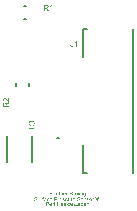
<source format=gto>
G04*
G04 #@! TF.GenerationSoftware,Altium Limited,Altium Designer,23.3.1 (30)*
G04*
G04 Layer_Color=65535*
%FSLAX25Y25*%
%MOIN*%
G70*
G04*
G04 #@! TF.SameCoordinates,C83B7F6B-13C3-4CBD-8C34-FD451FA8F7DD*
G04*
G04*
G04 #@! TF.FilePolarity,Positive*
G04*
G01*
G75*
%ADD10C,0.00787*%
%ADD11C,0.00500*%
G36*
X26546Y8113D02*
X26389D01*
Y8293D01*
X26546D01*
Y8113D01*
D02*
G37*
G36*
X27251Y7960D02*
X27271Y7958D01*
X27295Y7954D01*
X27321Y7949D01*
X27349Y7942D01*
X27375Y7930D01*
X27378Y7929D01*
X27386Y7925D01*
X27399Y7919D01*
X27414Y7910D01*
X27432Y7899D01*
X27449Y7884D01*
X27465Y7869D01*
X27480Y7851D01*
X27482Y7849D01*
X27486Y7842D01*
X27491Y7832D01*
X27501Y7819D01*
X27508Y7801D01*
X27515Y7782D01*
X27525Y7760D01*
X27530Y7736D01*
Y7734D01*
X27532Y7727D01*
X27534Y7716D01*
X27536Y7701D01*
Y7679D01*
X27538Y7653D01*
X27539Y7621D01*
Y7583D01*
Y7013D01*
X27382D01*
Y7575D01*
Y7577D01*
Y7579D01*
Y7592D01*
Y7609D01*
X27380Y7629D01*
X27378Y7653D01*
X27375Y7677D01*
X27369Y7699D01*
X27364Y7720D01*
Y7721D01*
X27360Y7727D01*
X27354Y7736D01*
X27349Y7747D01*
X27340Y7758D01*
X27329Y7771D01*
X27314Y7784D01*
X27297Y7795D01*
X27295Y7797D01*
X27290Y7801D01*
X27279Y7805D01*
X27266Y7810D01*
X27251Y7816D01*
X27232Y7821D01*
X27210Y7823D01*
X27188Y7825D01*
X27179D01*
X27171Y7823D01*
X27153Y7821D01*
X27129Y7818D01*
X27103Y7808D01*
X27073Y7797D01*
X27044Y7782D01*
X27016Y7760D01*
X27012Y7756D01*
X27005Y7747D01*
X26999Y7740D01*
X26994Y7731D01*
X26986Y7720D01*
X26981Y7706D01*
X26973Y7692D01*
X26966Y7673D01*
X26960Y7653D01*
X26955Y7631D01*
X26951Y7607D01*
X26947Y7581D01*
X26944Y7549D01*
Y7518D01*
Y7013D01*
X26787D01*
Y7942D01*
X26927D01*
Y7808D01*
X26929Y7810D01*
X26933Y7816D01*
X26938Y7823D01*
X26945Y7832D01*
X26957Y7843D01*
X26970Y7856D01*
X26984Y7871D01*
X27003Y7886D01*
X27021Y7899D01*
X27044Y7914D01*
X27068Y7927D01*
X27093Y7938D01*
X27123Y7947D01*
X27153Y7954D01*
X27186Y7960D01*
X27221Y7962D01*
X27236D01*
X27251Y7960D01*
D02*
G37*
G36*
X19094D02*
X19115Y7958D01*
X19139Y7954D01*
X19164Y7949D01*
X19192Y7942D01*
X19218Y7930D01*
X19222Y7929D01*
X19229Y7925D01*
X19242Y7919D01*
X19257Y7910D01*
X19275Y7899D01*
X19292Y7884D01*
X19309Y7869D01*
X19324Y7851D01*
X19325Y7849D01*
X19329Y7842D01*
X19335Y7832D01*
X19344Y7819D01*
X19351Y7801D01*
X19359Y7782D01*
X19368Y7760D01*
X19374Y7736D01*
Y7734D01*
X19375Y7727D01*
X19377Y7716D01*
X19379Y7701D01*
Y7679D01*
X19381Y7653D01*
X19383Y7621D01*
Y7583D01*
Y7013D01*
X19226D01*
Y7575D01*
Y7577D01*
Y7579D01*
Y7592D01*
Y7609D01*
X19224Y7629D01*
X19222Y7653D01*
X19218Y7677D01*
X19212Y7699D01*
X19207Y7720D01*
Y7721D01*
X19203Y7727D01*
X19198Y7736D01*
X19192Y7747D01*
X19183Y7758D01*
X19172Y7771D01*
X19157Y7784D01*
X19140Y7795D01*
X19139Y7797D01*
X19133Y7801D01*
X19122Y7805D01*
X19109Y7810D01*
X19094Y7816D01*
X19076Y7821D01*
X19053Y7823D01*
X19031Y7825D01*
X19022D01*
X19015Y7823D01*
X18996Y7821D01*
X18972Y7818D01*
X18946Y7808D01*
X18917Y7797D01*
X18887Y7782D01*
X18859Y7760D01*
X18856Y7756D01*
X18848Y7747D01*
X18843Y7740D01*
X18837Y7731D01*
X18830Y7720D01*
X18824Y7706D01*
X18817Y7692D01*
X18809Y7673D01*
X18804Y7653D01*
X18798Y7631D01*
X18794Y7607D01*
X18791Y7581D01*
X18787Y7549D01*
Y7518D01*
Y7013D01*
X18630D01*
Y7942D01*
X18770D01*
Y7808D01*
X18772Y7810D01*
X18776Y7816D01*
X18781Y7823D01*
X18789Y7832D01*
X18800Y7843D01*
X18813Y7856D01*
X18828Y7871D01*
X18846Y7886D01*
X18865Y7899D01*
X18887Y7914D01*
X18911Y7927D01*
X18937Y7938D01*
X18967Y7947D01*
X18996Y7954D01*
X19029Y7960D01*
X19064Y7962D01*
X19079D01*
X19094Y7960D01*
D02*
G37*
G36*
X22483D02*
X22504Y7956D01*
X22528Y7949D01*
X22554Y7940D01*
X22583Y7927D01*
X22615Y7910D01*
X22557Y7766D01*
X22556Y7768D01*
X22548Y7771D01*
X22537Y7777D01*
X22522Y7782D01*
X22505Y7788D01*
X22485Y7794D01*
X22465Y7797D01*
X22445Y7799D01*
X22435D01*
X22426Y7797D01*
X22413Y7795D01*
X22400Y7792D01*
X22383Y7786D01*
X22367Y7779D01*
X22352Y7768D01*
X22350Y7766D01*
X22345Y7762D01*
X22339Y7755D01*
X22330Y7745D01*
X22321Y7732D01*
X22311Y7718D01*
X22302Y7701D01*
X22295Y7681D01*
X22293Y7677D01*
X22291Y7666D01*
X22287Y7649D01*
X22282Y7627D01*
X22276Y7599D01*
X22273Y7568D01*
X22271Y7535D01*
X22269Y7497D01*
Y7013D01*
X22111D01*
Y7942D01*
X22254D01*
Y7801D01*
X22256Y7803D01*
X22263Y7816D01*
X22273Y7832D01*
X22287Y7853D01*
X22302Y7873D01*
X22319Y7895D01*
X22335Y7914D01*
X22352Y7929D01*
X22354Y7930D01*
X22359Y7934D01*
X22370Y7940D01*
X22382Y7945D01*
X22396Y7951D01*
X22415Y7956D01*
X22433Y7960D01*
X22454Y7962D01*
X22467D01*
X22483Y7960D01*
D02*
G37*
G36*
X25895D02*
X25906D01*
X25921Y7958D01*
X25956Y7953D01*
X25995Y7943D01*
X26035Y7929D01*
X26076Y7910D01*
X26115Y7884D01*
X26117D01*
X26119Y7880D01*
X26130Y7869D01*
X26146Y7853D01*
X26167Y7829D01*
X26187Y7799D01*
X26207Y7762D01*
X26226Y7720D01*
X26239Y7670D01*
X26085Y7645D01*
Y7647D01*
X26083Y7649D01*
X26082Y7660D01*
X26076Y7677D01*
X26067Y7697D01*
X26057Y7720D01*
X26043Y7744D01*
X26026Y7766D01*
X26008Y7784D01*
X26006Y7786D01*
X25998Y7792D01*
X25985Y7799D01*
X25971Y7808D01*
X25950Y7818D01*
X25928Y7825D01*
X25902Y7830D01*
X25874Y7832D01*
X25863D01*
X25854Y7830D01*
X25834Y7829D01*
X25806Y7821D01*
X25776Y7812D01*
X25743Y7797D01*
X25712Y7775D01*
X25697Y7762D01*
X25682Y7747D01*
Y7745D01*
X25678Y7744D01*
X25675Y7738D01*
X25671Y7731D01*
X25665Y7721D01*
X25658Y7710D01*
X25652Y7697D01*
X25645Y7683D01*
X25638Y7664D01*
X25632Y7644D01*
X25625Y7621D01*
X25619Y7597D01*
X25615Y7571D01*
X25612Y7542D01*
X25608Y7510D01*
Y7477D01*
Y7475D01*
Y7470D01*
Y7459D01*
X25610Y7447D01*
Y7431D01*
X25612Y7414D01*
X25617Y7373D01*
X25625Y7329D01*
X25638Y7283D01*
X25654Y7242D01*
X25665Y7222D01*
X25678Y7205D01*
X25682Y7202D01*
X25691Y7192D01*
X25708Y7179D01*
X25728Y7164D01*
X25756Y7148D01*
X25787Y7135D01*
X25824Y7126D01*
X25845Y7124D01*
X25865Y7122D01*
X25869D01*
X25880Y7124D01*
X25899Y7126D01*
X25919Y7129D01*
X25943Y7135D01*
X25969Y7146D01*
X25995Y7159D01*
X26019Y7177D01*
X26022Y7179D01*
X26028Y7188D01*
X26039Y7202D01*
X26052Y7222D01*
X26065Y7246D01*
X26080Y7276D01*
X26091Y7312D01*
X26098Y7353D01*
X26254Y7333D01*
Y7331D01*
X26252Y7325D01*
X26250Y7318D01*
X26248Y7307D01*
X26244Y7292D01*
X26241Y7277D01*
X26228Y7240D01*
X26211Y7202D01*
X26187Y7159D01*
X26158Y7118D01*
X26141Y7100D01*
X26122Y7081D01*
X26120Y7079D01*
X26117Y7078D01*
X26111Y7074D01*
X26104Y7068D01*
X26094Y7061D01*
X26082Y7053D01*
X26067Y7046D01*
X26052Y7037D01*
X26015Y7020D01*
X25971Y7007D01*
X25923Y6996D01*
X25895Y6994D01*
X25867Y6992D01*
X25848D01*
X25836Y6994D01*
X25819Y6996D01*
X25800Y7000D01*
X25780Y7004D01*
X25758Y7007D01*
X25708Y7022D01*
X25684Y7033D01*
X25658Y7044D01*
X25632Y7059D01*
X25608Y7076D01*
X25584Y7094D01*
X25562Y7116D01*
X25560Y7118D01*
X25556Y7122D01*
X25551Y7129D01*
X25543Y7139D01*
X25536Y7152D01*
X25525Y7168D01*
X25515Y7187D01*
X25504Y7207D01*
X25493Y7231D01*
X25484Y7259D01*
X25473Y7287D01*
X25466Y7320D01*
X25458Y7353D01*
X25453Y7392D01*
X25449Y7431D01*
X25447Y7473D01*
Y7475D01*
Y7481D01*
Y7488D01*
Y7499D01*
X25449Y7512D01*
Y7527D01*
X25451Y7544D01*
X25453Y7562D01*
X25458Y7603D01*
X25467Y7647D01*
X25479Y7692D01*
X25495Y7736D01*
Y7738D01*
X25497Y7742D01*
X25501Y7747D01*
X25504Y7755D01*
X25515Y7775D01*
X25532Y7799D01*
X25554Y7827D01*
X25580Y7854D01*
X25612Y7882D01*
X25647Y7904D01*
X25649D01*
X25652Y7906D01*
X25658Y7910D01*
X25665Y7914D01*
X25675Y7917D01*
X25686Y7923D01*
X25714Y7934D01*
X25745Y7943D01*
X25784Y7953D01*
X25824Y7960D01*
X25869Y7962D01*
X25884D01*
X25895Y7960D01*
D02*
G37*
G36*
X26546Y7013D02*
X26389D01*
Y7942D01*
X26546D01*
Y7013D01*
D02*
G37*
G36*
X24931Y7960D02*
X24959Y7958D01*
X24990Y7954D01*
X25021Y7949D01*
X25053Y7942D01*
X25083Y7932D01*
X25086Y7930D01*
X25096Y7927D01*
X25109Y7921D01*
X25125Y7914D01*
X25144Y7903D01*
X25162Y7891D01*
X25179Y7877D01*
X25194Y7862D01*
X25195Y7860D01*
X25199Y7854D01*
X25205Y7845D01*
X25212Y7834D01*
X25221Y7818D01*
X25229Y7801D01*
X25236Y7780D01*
X25242Y7756D01*
Y7755D01*
X25243Y7749D01*
X25245Y7738D01*
X25247Y7723D01*
Y7703D01*
X25249Y7679D01*
X25251Y7647D01*
Y7612D01*
Y7401D01*
Y7399D01*
Y7392D01*
Y7381D01*
Y7366D01*
Y7350D01*
Y7329D01*
X25253Y7285D01*
Y7238D01*
X25255Y7192D01*
X25256Y7172D01*
Y7153D01*
X25258Y7137D01*
X25260Y7124D01*
Y7122D01*
X25262Y7114D01*
X25264Y7103D01*
X25269Y7089D01*
X25273Y7072D01*
X25280Y7053D01*
X25290Y7033D01*
X25299Y7013D01*
X25134D01*
X25133Y7015D01*
X25131Y7022D01*
X25127Y7031D01*
X25121Y7046D01*
X25116Y7063D01*
X25112Y7083D01*
X25109Y7105D01*
X25105Y7129D01*
X25103D01*
X25101Y7126D01*
X25090Y7116D01*
X25073Y7103D01*
X25051Y7087D01*
X25023Y7070D01*
X24996Y7052D01*
X24966Y7035D01*
X24935Y7022D01*
X24931Y7020D01*
X24920Y7018D01*
X24903Y7013D01*
X24883Y7007D01*
X24857Y7002D01*
X24827Y6998D01*
X24794Y6994D01*
X24761Y6992D01*
X24746D01*
X24735Y6994D01*
X24722D01*
X24707Y6996D01*
X24674Y7002D01*
X24637Y7011D01*
X24596Y7024D01*
X24559Y7042D01*
X24526Y7066D01*
X24522Y7070D01*
X24513Y7079D01*
X24500Y7096D01*
X24485Y7118D01*
X24470Y7146D01*
X24457Y7177D01*
X24448Y7216D01*
X24446Y7235D01*
X24444Y7257D01*
Y7261D01*
Y7268D01*
X24446Y7281D01*
X24448Y7298D01*
X24452Y7318D01*
X24457Y7338D01*
X24465Y7361D01*
X24474Y7381D01*
X24476Y7383D01*
X24479Y7390D01*
X24487Y7401D01*
X24496Y7414D01*
X24507Y7429D01*
X24522Y7444D01*
X24537Y7459D01*
X24555Y7472D01*
X24557Y7473D01*
X24565Y7477D01*
X24574Y7485D01*
X24589Y7492D01*
X24605Y7499D01*
X24626Y7509D01*
X24646Y7516D01*
X24670Y7523D01*
X24672D01*
X24679Y7525D01*
X24690Y7529D01*
X24705Y7531D01*
X24724Y7535D01*
X24748Y7538D01*
X24776Y7544D01*
X24809Y7547D01*
X24811D01*
X24818Y7549D01*
X24827D01*
X24840Y7551D01*
X24855Y7553D01*
X24874Y7557D01*
X24894Y7559D01*
X24916Y7562D01*
X24961Y7571D01*
X25009Y7581D01*
X25051Y7592D01*
X25071Y7597D01*
X25090Y7603D01*
Y7605D01*
Y7609D01*
X25092Y7620D01*
Y7632D01*
Y7640D01*
Y7644D01*
Y7645D01*
Y7647D01*
Y7658D01*
X25090Y7677D01*
X25086Y7697D01*
X25081Y7720D01*
X25071Y7742D01*
X25060Y7762D01*
X25046Y7779D01*
X25044Y7780D01*
X25034Y7788D01*
X25020Y7795D01*
X25001Y7806D01*
X24975Y7816D01*
X24946Y7825D01*
X24909Y7830D01*
X24866Y7832D01*
X24848D01*
X24829Y7830D01*
X24803Y7827D01*
X24777Y7823D01*
X24750Y7816D01*
X24724Y7806D01*
X24701Y7794D01*
X24700Y7792D01*
X24692Y7786D01*
X24683Y7777D01*
X24672Y7762D01*
X24661Y7744D01*
X24648Y7720D01*
X24637Y7690D01*
X24626Y7657D01*
X24472Y7677D01*
Y7679D01*
X24474Y7681D01*
Y7686D01*
X24476Y7694D01*
X24481Y7710D01*
X24489Y7734D01*
X24498Y7758D01*
X24509Y7784D01*
X24524Y7810D01*
X24541Y7834D01*
X24542Y7836D01*
X24550Y7843D01*
X24561Y7854D01*
X24576Y7869D01*
X24596Y7884D01*
X24620Y7899D01*
X24648Y7916D01*
X24679Y7929D01*
X24681D01*
X24683Y7930D01*
X24689Y7932D01*
X24696Y7934D01*
X24714Y7940D01*
X24740Y7945D01*
X24770Y7951D01*
X24807Y7956D01*
X24846Y7960D01*
X24890Y7962D01*
X24911D01*
X24931Y7960D01*
D02*
G37*
G36*
X23837Y8291D02*
X23854D01*
X23893Y8289D01*
X23934Y8284D01*
X23978Y8278D01*
X24019Y8269D01*
X24039Y8263D01*
X24056Y8258D01*
X24058D01*
X24059Y8256D01*
X24071Y8250D01*
X24087Y8243D01*
X24108Y8230D01*
X24130Y8213D01*
X24154Y8191D01*
X24176Y8165D01*
X24198Y8136D01*
Y8134D01*
X24200Y8132D01*
X24208Y8121D01*
X24215Y8102D01*
X24226Y8078D01*
X24235Y8051D01*
X24245Y8017D01*
X24250Y7982D01*
X24252Y7943D01*
Y7942D01*
Y7938D01*
Y7930D01*
X24250Y7921D01*
Y7908D01*
X24248Y7895D01*
X24241Y7864D01*
X24230Y7827D01*
X24215Y7788D01*
X24193Y7749D01*
X24178Y7731D01*
X24163Y7712D01*
X24161Y7710D01*
X24160Y7708D01*
X24154Y7703D01*
X24147Y7697D01*
X24137Y7690D01*
X24126Y7683D01*
X24111Y7673D01*
X24096Y7662D01*
X24078Y7653D01*
X24058Y7644D01*
X24035Y7632D01*
X24011Y7623D01*
X23984Y7616D01*
X23956Y7607D01*
X23924Y7601D01*
X23891Y7596D01*
X23895Y7594D01*
X23902Y7590D01*
X23913Y7583D01*
X23928Y7575D01*
X23961Y7555D01*
X23978Y7542D01*
X23993Y7531D01*
X23997Y7527D01*
X24006Y7518D01*
X24021Y7503D01*
X24039Y7485D01*
X24059Y7459D01*
X24084Y7431D01*
X24108Y7398D01*
X24134Y7361D01*
X24354Y7013D01*
X24143D01*
X23974Y7279D01*
Y7281D01*
X23971Y7285D01*
X23967Y7290D01*
X23961Y7298D01*
X23949Y7318D01*
X23932Y7344D01*
X23911Y7372D01*
X23891Y7401D01*
X23871Y7429D01*
X23852Y7455D01*
X23851Y7457D01*
X23845Y7464D01*
X23836Y7475D01*
X23823Y7488D01*
X23795Y7516D01*
X23780Y7529D01*
X23765Y7540D01*
X23764Y7542D01*
X23760Y7544D01*
X23752Y7547D01*
X23741Y7553D01*
X23730Y7559D01*
X23717Y7564D01*
X23688Y7573D01*
X23686D01*
X23682Y7575D01*
X23675D01*
X23665Y7577D01*
X23652Y7579D01*
X23638D01*
X23617Y7581D01*
X23399D01*
Y7013D01*
X23229D01*
Y8293D01*
X23823D01*
X23837Y8291D01*
D02*
G37*
G36*
X20280Y7834D02*
X20282Y7836D01*
X20286Y7840D01*
X20291Y7845D01*
X20300Y7854D01*
X20310Y7864D01*
X20323Y7875D01*
X20339Y7886D01*
X20356Y7899D01*
X20374Y7910D01*
X20395Y7921D01*
X20443Y7942D01*
X20469Y7951D01*
X20496Y7956D01*
X20526Y7960D01*
X20556Y7962D01*
X20572D01*
X20593Y7960D01*
X20617Y7956D01*
X20644Y7953D01*
X20674Y7945D01*
X20704Y7934D01*
X20733Y7921D01*
X20737Y7919D01*
X20746Y7914D01*
X20759Y7904D01*
X20776Y7891D01*
X20792Y7875D01*
X20811Y7856D01*
X20828Y7834D01*
X20842Y7808D01*
X20844Y7805D01*
X20848Y7795D01*
X20854Y7779D01*
X20859Y7755D01*
X20865Y7725D01*
X20870Y7690D01*
X20874Y7647D01*
X20876Y7599D01*
Y7013D01*
X20719D01*
Y7601D01*
Y7603D01*
Y7607D01*
Y7612D01*
Y7620D01*
X20717Y7640D01*
X20713Y7666D01*
X20706Y7694D01*
X20696Y7721D01*
X20683Y7749D01*
X20667Y7771D01*
X20665Y7773D01*
X20657Y7780D01*
X20646Y7790D01*
X20630Y7799D01*
X20609Y7810D01*
X20585Y7818D01*
X20556Y7825D01*
X20522Y7827D01*
X20511D01*
X20498Y7825D01*
X20480Y7823D01*
X20461Y7818D01*
X20439Y7812D01*
X20417Y7803D01*
X20393Y7790D01*
X20391Y7788D01*
X20384Y7782D01*
X20372Y7775D01*
X20359Y7764D01*
X20345Y7749D01*
X20330Y7732D01*
X20317Y7712D01*
X20306Y7690D01*
X20304Y7686D01*
X20302Y7679D01*
X20299Y7664D01*
X20293Y7645D01*
X20287Y7621D01*
X20284Y7592D01*
X20282Y7559D01*
X20280Y7520D01*
Y7013D01*
X20123D01*
Y8293D01*
X20280D01*
Y7834D01*
D02*
G37*
G36*
X18067Y7960D02*
X18095Y7958D01*
X18127Y7954D01*
X18158Y7949D01*
X18190Y7942D01*
X18219Y7932D01*
X18223Y7930D01*
X18232Y7927D01*
X18245Y7921D01*
X18262Y7914D01*
X18280Y7903D01*
X18299Y7891D01*
X18315Y7877D01*
X18330Y7862D01*
X18332Y7860D01*
X18336Y7854D01*
X18341Y7845D01*
X18349Y7834D01*
X18358Y7818D01*
X18365Y7801D01*
X18373Y7780D01*
X18378Y7756D01*
Y7755D01*
X18380Y7749D01*
X18382Y7738D01*
X18384Y7723D01*
Y7703D01*
X18386Y7679D01*
X18387Y7647D01*
Y7612D01*
Y7401D01*
Y7399D01*
Y7392D01*
Y7381D01*
Y7366D01*
Y7350D01*
Y7329D01*
X18389Y7285D01*
Y7238D01*
X18391Y7192D01*
X18393Y7172D01*
Y7153D01*
X18395Y7137D01*
X18397Y7124D01*
Y7122D01*
X18399Y7114D01*
X18400Y7103D01*
X18406Y7089D01*
X18410Y7072D01*
X18417Y7053D01*
X18426Y7033D01*
X18436Y7013D01*
X18271D01*
X18269Y7015D01*
X18267Y7022D01*
X18263Y7031D01*
X18258Y7046D01*
X18252Y7063D01*
X18249Y7083D01*
X18245Y7105D01*
X18241Y7129D01*
X18239D01*
X18238Y7126D01*
X18226Y7116D01*
X18210Y7103D01*
X18188Y7087D01*
X18160Y7070D01*
X18132Y7052D01*
X18102Y7035D01*
X18071Y7022D01*
X18067Y7020D01*
X18056Y7018D01*
X18040Y7013D01*
X18019Y7007D01*
X17993Y7002D01*
X17964Y6998D01*
X17931Y6994D01*
X17897Y6992D01*
X17882D01*
X17871Y6994D01*
X17858D01*
X17843Y6996D01*
X17810Y7002D01*
X17773Y7011D01*
X17733Y7024D01*
X17696Y7042D01*
X17662Y7066D01*
X17659Y7070D01*
X17649Y7079D01*
X17636Y7096D01*
X17621Y7118D01*
X17607Y7146D01*
X17594Y7177D01*
X17584Y7216D01*
X17583Y7235D01*
X17581Y7257D01*
Y7261D01*
Y7268D01*
X17583Y7281D01*
X17584Y7298D01*
X17588Y7318D01*
X17594Y7338D01*
X17601Y7361D01*
X17610Y7381D01*
X17612Y7383D01*
X17616Y7390D01*
X17623Y7401D01*
X17633Y7414D01*
X17644Y7429D01*
X17659Y7444D01*
X17673Y7459D01*
X17692Y7472D01*
X17694Y7473D01*
X17701Y7477D01*
X17710Y7485D01*
X17725Y7492D01*
X17742Y7499D01*
X17762Y7509D01*
X17783Y7516D01*
X17807Y7523D01*
X17808D01*
X17816Y7525D01*
X17827Y7529D01*
X17842Y7531D01*
X17860Y7535D01*
X17884Y7538D01*
X17912Y7544D01*
X17945Y7547D01*
X17947D01*
X17955Y7549D01*
X17964D01*
X17977Y7551D01*
X17992Y7553D01*
X18010Y7557D01*
X18030Y7559D01*
X18053Y7562D01*
X18097Y7571D01*
X18145Y7581D01*
X18188Y7592D01*
X18208Y7597D01*
X18226Y7603D01*
Y7605D01*
Y7609D01*
X18228Y7620D01*
Y7632D01*
Y7640D01*
Y7644D01*
Y7645D01*
Y7647D01*
Y7658D01*
X18226Y7677D01*
X18223Y7697D01*
X18217Y7720D01*
X18208Y7742D01*
X18197Y7762D01*
X18182Y7779D01*
X18180Y7780D01*
X18171Y7788D01*
X18156Y7795D01*
X18138Y7806D01*
X18112Y7816D01*
X18082Y7825D01*
X18045Y7830D01*
X18003Y7832D01*
X17984D01*
X17966Y7830D01*
X17940Y7827D01*
X17914Y7823D01*
X17886Y7816D01*
X17860Y7806D01*
X17838Y7794D01*
X17836Y7792D01*
X17829Y7786D01*
X17819Y7777D01*
X17808Y7762D01*
X17797Y7744D01*
X17784Y7720D01*
X17773Y7690D01*
X17762Y7657D01*
X17609Y7677D01*
Y7679D01*
X17610Y7681D01*
Y7686D01*
X17612Y7694D01*
X17618Y7710D01*
X17625Y7734D01*
X17635Y7758D01*
X17646Y7784D01*
X17660Y7810D01*
X17677Y7834D01*
X17679Y7836D01*
X17686Y7843D01*
X17697Y7854D01*
X17712Y7869D01*
X17733Y7884D01*
X17757Y7899D01*
X17784Y7916D01*
X17816Y7929D01*
X17818D01*
X17819Y7930D01*
X17825Y7932D01*
X17832Y7934D01*
X17851Y7940D01*
X17877Y7945D01*
X17907Y7951D01*
X17943Y7956D01*
X17982Y7960D01*
X18027Y7962D01*
X18047D01*
X18067Y7960D01*
D02*
G37*
G36*
X17015Y8291D02*
X17046Y8289D01*
X17079Y8287D01*
X17111Y8284D01*
X17139Y8280D01*
X17142D01*
X17155Y8276D01*
X17172Y8273D01*
X17194Y8267D01*
X17218Y8258D01*
X17244Y8247D01*
X17272Y8234D01*
X17296Y8219D01*
X17300Y8217D01*
X17307Y8212D01*
X17318Y8201D01*
X17333Y8187D01*
X17350Y8171D01*
X17366Y8149D01*
X17385Y8125D01*
X17400Y8097D01*
X17401Y8093D01*
X17405Y8084D01*
X17413Y8067D01*
X17420Y8045D01*
X17425Y8019D01*
X17433Y7990D01*
X17436Y7956D01*
X17438Y7921D01*
Y7919D01*
Y7914D01*
Y7906D01*
X17436Y7893D01*
X17435Y7880D01*
X17433Y7864D01*
X17429Y7845D01*
X17425Y7825D01*
X17413Y7782D01*
X17405Y7760D01*
X17394Y7736D01*
X17381Y7712D01*
X17368Y7690D01*
X17351Y7668D01*
X17333Y7645D01*
X17331Y7644D01*
X17327Y7640D01*
X17322Y7634D01*
X17313Y7629D01*
X17301Y7620D01*
X17287Y7610D01*
X17268Y7599D01*
X17248Y7590D01*
X17224Y7579D01*
X17196Y7568D01*
X17166Y7559D01*
X17131Y7551D01*
X17094Y7544D01*
X17054Y7538D01*
X17007Y7535D01*
X16959Y7533D01*
X16632D01*
Y7013D01*
X16462D01*
Y8293D01*
X16987D01*
X17015Y8291D01*
D02*
G37*
G36*
X19808Y7942D02*
X19967D01*
Y7819D01*
X19808D01*
Y7274D01*
Y7270D01*
Y7262D01*
Y7251D01*
X19810Y7238D01*
X19812Y7209D01*
X19814Y7196D01*
X19816Y7187D01*
X19817Y7183D01*
X19823Y7176D01*
X19830Y7166D01*
X19843Y7157D01*
X19847Y7155D01*
X19856Y7152D01*
X19873Y7148D01*
X19897Y7146D01*
X19916D01*
X19925Y7148D01*
X19938D01*
X19952Y7150D01*
X19967Y7152D01*
X19988Y7013D01*
X19984D01*
X19977Y7011D01*
X19964Y7009D01*
X19947Y7007D01*
X19929Y7004D01*
X19908Y7002D01*
X19867Y7000D01*
X19853D01*
X19838Y7002D01*
X19819Y7004D01*
X19797Y7005D01*
X19775Y7011D01*
X19755Y7017D01*
X19734Y7026D01*
X19732Y7028D01*
X19727Y7031D01*
X19719Y7037D01*
X19708Y7046D01*
X19699Y7055D01*
X19688Y7068D01*
X19677Y7081D01*
X19669Y7098D01*
Y7100D01*
X19666Y7107D01*
X19664Y7120D01*
X19660Y7139D01*
X19657Y7163D01*
X19655Y7177D01*
Y7194D01*
X19653Y7214D01*
X19651Y7235D01*
Y7257D01*
Y7283D01*
Y7819D01*
X19534D01*
Y7942D01*
X19651D01*
Y8171D01*
X19808Y8265D01*
Y7942D01*
D02*
G37*
G36*
X21529Y7960D02*
X21543Y7958D01*
X21562Y7954D01*
X21582Y7951D01*
X21607Y7945D01*
X21629Y7940D01*
X21655Y7930D01*
X21679Y7921D01*
X21704Y7908D01*
X21730Y7893D01*
X21756Y7877D01*
X21780Y7856D01*
X21802Y7834D01*
X21804Y7832D01*
X21808Y7829D01*
X21814Y7821D01*
X21821Y7810D01*
X21830Y7797D01*
X21839Y7782D01*
X21851Y7764D01*
X21862Y7742D01*
X21873Y7718D01*
X21884Y7692D01*
X21893Y7662D01*
X21902Y7631D01*
X21910Y7596D01*
X21915Y7559D01*
X21919Y7520D01*
X21921Y7477D01*
Y7475D01*
Y7468D01*
Y7455D01*
X21919Y7436D01*
X21225D01*
Y7435D01*
Y7429D01*
X21227Y7422D01*
Y7411D01*
X21229Y7398D01*
X21233Y7383D01*
X21238Y7350D01*
X21249Y7312D01*
X21264Y7272D01*
X21284Y7235D01*
X21310Y7202D01*
X21312D01*
X21314Y7198D01*
X21325Y7188D01*
X21342Y7176D01*
X21364Y7163D01*
X21394Y7148D01*
X21427Y7135D01*
X21464Y7126D01*
X21484Y7124D01*
X21507Y7122D01*
X21521D01*
X21538Y7124D01*
X21558Y7128D01*
X21580Y7133D01*
X21607Y7140D01*
X21631Y7152D01*
X21655Y7166D01*
X21656Y7168D01*
X21666Y7176D01*
X21677Y7187D01*
X21690Y7202D01*
X21704Y7222D01*
X21721Y7248D01*
X21738Y7277D01*
X21753Y7312D01*
X21915Y7292D01*
Y7290D01*
X21914Y7287D01*
X21912Y7279D01*
X21908Y7268D01*
X21902Y7257D01*
X21897Y7242D01*
X21882Y7211D01*
X21864Y7176D01*
X21838Y7139D01*
X21808Y7103D01*
X21771Y7070D01*
X21769D01*
X21766Y7066D01*
X21760Y7063D01*
X21753Y7057D01*
X21742Y7052D01*
X21730Y7046D01*
X21716Y7039D01*
X21699Y7031D01*
X21680Y7024D01*
X21662Y7017D01*
X21616Y7005D01*
X21564Y6996D01*
X21507Y6992D01*
X21486D01*
X21473Y6994D01*
X21457Y6996D01*
X21436Y7000D01*
X21414Y7004D01*
X21390Y7007D01*
X21338Y7022D01*
X21310Y7033D01*
X21284Y7044D01*
X21257Y7059D01*
X21231Y7076D01*
X21207Y7094D01*
X21183Y7116D01*
X21181Y7118D01*
X21177Y7122D01*
X21172Y7129D01*
X21164Y7140D01*
X21155Y7153D01*
X21146Y7168D01*
X21135Y7187D01*
X21124Y7207D01*
X21113Y7231D01*
X21101Y7257D01*
X21092Y7287D01*
X21083Y7318D01*
X21076Y7351D01*
X21070Y7388D01*
X21066Y7427D01*
X21064Y7468D01*
Y7470D01*
Y7479D01*
Y7490D01*
X21066Y7507D01*
X21068Y7527D01*
X21070Y7549D01*
X21074Y7575D01*
X21079Y7601D01*
X21094Y7660D01*
X21103Y7690D01*
X21114Y7721D01*
X21129Y7751D01*
X21146Y7779D01*
X21164Y7806D01*
X21185Y7832D01*
X21186Y7834D01*
X21190Y7838D01*
X21198Y7843D01*
X21207Y7853D01*
X21218Y7862D01*
X21233Y7873D01*
X21249Y7886D01*
X21270Y7897D01*
X21290Y7910D01*
X21314Y7921D01*
X21340Y7932D01*
X21368Y7942D01*
X21397Y7951D01*
X21429Y7956D01*
X21462Y7960D01*
X21497Y7962D01*
X21516D01*
X21529Y7960D01*
D02*
G37*
G36*
X28150D02*
X28163Y7958D01*
X28179Y7954D01*
X28198Y7951D01*
X28218Y7945D01*
X28239Y7938D01*
X28261Y7929D01*
X28283Y7917D01*
X28307Y7904D01*
X28329Y7890D01*
X28352Y7871D01*
X28374Y7851D01*
X28394Y7827D01*
Y7942D01*
X28538D01*
Y7139D01*
Y7137D01*
Y7129D01*
Y7118D01*
Y7103D01*
X28536Y7087D01*
Y7066D01*
X28535Y7044D01*
X28533Y7020D01*
X28527Y6970D01*
X28520Y6918D01*
X28514Y6894D01*
X28509Y6872D01*
X28501Y6852D01*
X28494Y6833D01*
Y6831D01*
X28492Y6830D01*
X28485Y6819D01*
X28475Y6802D01*
X28461Y6781D01*
X28440Y6759D01*
X28416Y6735D01*
X28387Y6711D01*
X28353Y6691D01*
X28352D01*
X28350Y6689D01*
X28344Y6685D01*
X28337Y6684D01*
X28328Y6678D01*
X28316Y6674D01*
X28289Y6665D01*
X28255Y6654D01*
X28215Y6646D01*
X28168Y6639D01*
X28119Y6637D01*
X28102D01*
X28091Y6639D01*
X28076D01*
X28061Y6641D01*
X28043Y6643D01*
X28022Y6646D01*
X27980Y6656D01*
X27935Y6669D01*
X27891Y6687D01*
X27850Y6713D01*
X27848Y6715D01*
X27847Y6717D01*
X27834Y6728D01*
X27819Y6745D01*
X27800Y6769D01*
X27782Y6800D01*
X27765Y6839D01*
X27760Y6861D01*
X27756Y6885D01*
X27752Y6909D01*
Y6937D01*
X27906Y6917D01*
Y6913D01*
X27907Y6905D01*
X27911Y6893D01*
X27915Y6876D01*
X27922Y6859D01*
X27932Y6843D01*
X27943Y6826D01*
X27957Y6813D01*
X27961Y6811D01*
X27969Y6806D01*
X27981Y6798D01*
X28000Y6791D01*
X28022Y6781D01*
X28050Y6774D01*
X28083Y6769D01*
X28119Y6767D01*
X28137D01*
X28155Y6769D01*
X28181Y6772D01*
X28207Y6778D01*
X28235Y6785D01*
X28263Y6796D01*
X28287Y6811D01*
X28289Y6813D01*
X28296Y6819D01*
X28307Y6830D01*
X28320Y6843D01*
X28333Y6861D01*
X28346Y6881D01*
X28359Y6905D01*
X28368Y6933D01*
Y6935D01*
X28370Y6943D01*
X28372Y6957D01*
X28374Y6976D01*
X28376Y6989D01*
Y7004D01*
X28377Y7020D01*
Y7039D01*
Y7059D01*
X28379Y7083D01*
Y7107D01*
Y7135D01*
X28377Y7133D01*
X28374Y7129D01*
X28368Y7124D01*
X28361Y7116D01*
X28352Y7107D01*
X28339Y7096D01*
X28324Y7085D01*
X28309Y7074D01*
X28270Y7052D01*
X28228Y7031D01*
X28204Y7024D01*
X28178Y7018D01*
X28150Y7015D01*
X28122Y7013D01*
X28113D01*
X28104Y7015D01*
X28091D01*
X28074Y7017D01*
X28056Y7020D01*
X28035Y7024D01*
X28013Y7029D01*
X27989Y7037D01*
X27965Y7046D01*
X27941Y7057D01*
X27915Y7070D01*
X27891Y7087D01*
X27867Y7105D01*
X27845Y7126D01*
X27824Y7150D01*
X27822Y7152D01*
X27821Y7155D01*
X27815Y7164D01*
X27808Y7174D01*
X27800Y7188D01*
X27791Y7203D01*
X27782Y7222D01*
X27773Y7244D01*
X27763Y7266D01*
X27754Y7292D01*
X27745Y7318D01*
X27737Y7348D01*
X27724Y7411D01*
X27723Y7446D01*
X27721Y7481D01*
Y7483D01*
Y7486D01*
Y7494D01*
Y7503D01*
X27723Y7516D01*
Y7529D01*
X27726Y7562D01*
X27732Y7599D01*
X27741Y7640D01*
X27752Y7683D01*
X27769Y7725D01*
Y7727D01*
X27771Y7731D01*
X27774Y7736D01*
X27778Y7744D01*
X27789Y7764D01*
X27804Y7790D01*
X27824Y7818D01*
X27848Y7845D01*
X27876Y7875D01*
X27907Y7899D01*
X27909D01*
X27911Y7901D01*
X27917Y7904D01*
X27924Y7908D01*
X27943Y7919D01*
X27969Y7930D01*
X28000Y7942D01*
X28037Y7953D01*
X28078Y7960D01*
X28122Y7962D01*
X28139D01*
X28150Y7960D01*
D02*
G37*
G36*
X14523Y6379D02*
X14545Y6378D01*
X14571Y6374D01*
X14597Y6370D01*
X14626Y6364D01*
X14602Y6228D01*
X14601D01*
X14595Y6230D01*
X14586Y6231D01*
X14573Y6233D01*
X14558D01*
X14543Y6235D01*
X14510Y6237D01*
X14499D01*
X14486Y6235D01*
X14471Y6233D01*
X14454Y6230D01*
X14438Y6224D01*
X14423Y6216D01*
X14410Y6205D01*
X14408Y6204D01*
X14406Y6200D01*
X14401Y6193D01*
X14395Y6179D01*
X14390Y6165D01*
X14386Y6146D01*
X14382Y6122D01*
X14380Y6093D01*
Y6007D01*
X14560D01*
Y5885D01*
X14380D01*
Y5079D01*
X14223D01*
Y5885D01*
X14084D01*
Y5957D01*
X14034Y5832D01*
X14033Y5834D01*
X14025Y5837D01*
X14014Y5843D01*
X13999Y5848D01*
X13983Y5854D01*
X13962Y5860D01*
X13942Y5863D01*
X13922Y5865D01*
X13912D01*
X13903Y5863D01*
X13890Y5861D01*
X13877Y5858D01*
X13860Y5852D01*
X13844Y5845D01*
X13829Y5834D01*
X13827Y5832D01*
X13822Y5828D01*
X13816Y5821D01*
X13807Y5811D01*
X13798Y5798D01*
X13788Y5784D01*
X13779Y5767D01*
X13772Y5747D01*
X13770Y5743D01*
X13768Y5732D01*
X13764Y5715D01*
X13759Y5693D01*
X13753Y5665D01*
X13749Y5634D01*
X13748Y5601D01*
X13746Y5564D01*
Y5079D01*
X13589D01*
Y6007D01*
X13731D01*
Y5867D01*
X13733Y5869D01*
X13740Y5882D01*
X13749Y5898D01*
X13764Y5919D01*
X13779Y5939D01*
X13796Y5961D01*
X13812Y5980D01*
X13829Y5994D01*
X13831Y5996D01*
X13836Y6000D01*
X13848Y6006D01*
X13859Y6011D01*
X13873Y6017D01*
X13892Y6022D01*
X13911Y6026D01*
X13931Y6028D01*
X13944D01*
X13960Y6026D01*
X13981Y6022D01*
X14005Y6015D01*
X14031Y6006D01*
X14060Y5993D01*
X14084Y5980D01*
Y6007D01*
X14223D01*
Y6106D01*
Y6107D01*
Y6109D01*
Y6120D01*
X14225Y6137D01*
Y6157D01*
X14227Y6179D01*
X14231Y6204D01*
X14234Y6226D01*
X14240Y6244D01*
X14242Y6246D01*
X14243Y6255D01*
X14249Y6267D01*
X14258Y6279D01*
X14269Y6294D01*
X14282Y6311D01*
X14299Y6328D01*
X14319Y6342D01*
X14321Y6344D01*
X14330Y6348D01*
X14343Y6355D01*
X14362Y6363D01*
X14384Y6368D01*
X14412Y6376D01*
X14443Y6379D01*
X14480Y6381D01*
X14506D01*
X14523Y6379D01*
D02*
G37*
G36*
X26224D02*
X26237D01*
X26272Y6376D01*
X26311Y6370D01*
X26352Y6361D01*
X26396Y6350D01*
X26437Y6335D01*
X26439D01*
X26442Y6333D01*
X26448Y6329D01*
X26455Y6326D01*
X26474Y6316D01*
X26498Y6300D01*
X26526Y6281D01*
X26553Y6257D01*
X26579Y6230D01*
X26603Y6198D01*
Y6196D01*
X26605Y6194D01*
X26609Y6189D01*
X26612Y6183D01*
X26622Y6165D01*
X26633Y6141D01*
X26646Y6111D01*
X26655Y6076D01*
X26664Y6039D01*
X26668Y5998D01*
X26505Y5985D01*
Y5987D01*
Y5991D01*
X26503Y5996D01*
X26502Y6006D01*
X26496Y6026D01*
X26489Y6054D01*
X26478Y6083D01*
X26461Y6113D01*
X26441Y6141D01*
X26415Y6167D01*
X26411Y6168D01*
X26402Y6176D01*
X26383Y6187D01*
X26359Y6198D01*
X26328Y6209D01*
X26291Y6220D01*
X26244Y6228D01*
X26193Y6230D01*
X26167D01*
X26156Y6228D01*
X26141Y6226D01*
X26107Y6222D01*
X26070Y6215D01*
X26033Y6205D01*
X25998Y6191D01*
X25984Y6181D01*
X25969Y6172D01*
X25965Y6170D01*
X25958Y6163D01*
X25947Y6150D01*
X25935Y6135D01*
X25923Y6115D01*
X25911Y6093D01*
X25904Y6067D01*
X25900Y6037D01*
Y6033D01*
Y6026D01*
X25902Y6013D01*
X25906Y5998D01*
X25911Y5980D01*
X25921Y5961D01*
X25932Y5943D01*
X25948Y5924D01*
X25950Y5922D01*
X25960Y5917D01*
X25967Y5911D01*
X25974Y5908D01*
X25985Y5902D01*
X25998Y5895D01*
X26015Y5889D01*
X26033Y5882D01*
X26054Y5874D01*
X26078Y5865D01*
X26104Y5858D01*
X26133Y5848D01*
X26167Y5841D01*
X26204Y5832D01*
X26206D01*
X26213Y5830D01*
X26224Y5828D01*
X26237Y5824D01*
X26254Y5821D01*
X26274Y5815D01*
X26294Y5810D01*
X26317Y5804D01*
X26365Y5791D01*
X26411Y5778D01*
X26433Y5771D01*
X26453Y5763D01*
X26472Y5758D01*
X26487Y5750D01*
X26489D01*
X26492Y5748D01*
X26498Y5745D01*
X26505Y5741D01*
X26526Y5730D01*
X26550Y5715D01*
X26577Y5695D01*
X26605Y5673D01*
X26631Y5647D01*
X26653Y5619D01*
X26655Y5615D01*
X26662Y5606D01*
X26670Y5589D01*
X26681Y5567D01*
X26690Y5541D01*
X26700Y5510D01*
X26705Y5475D01*
X26707Y5438D01*
Y5436D01*
Y5434D01*
Y5428D01*
Y5421D01*
X26703Y5401D01*
X26700Y5375D01*
X26692Y5345D01*
X26683Y5314D01*
X26668Y5280D01*
X26648Y5245D01*
Y5243D01*
X26646Y5242D01*
X26637Y5231D01*
X26624Y5214D01*
X26605Y5195D01*
X26581Y5173D01*
X26551Y5149D01*
X26518Y5127D01*
X26479Y5107D01*
X26478D01*
X26474Y5105D01*
X26468Y5103D01*
X26461Y5099D01*
X26450Y5095D01*
X26437Y5090D01*
X26407Y5082D01*
X26372Y5073D01*
X26329Y5064D01*
X26283Y5058D01*
X26233Y5057D01*
X26204D01*
X26189Y5058D01*
X26172D01*
X26154Y5060D01*
X26131Y5062D01*
X26085Y5069D01*
X26037Y5077D01*
X25989Y5090D01*
X25943Y5107D01*
X25941D01*
X25937Y5108D01*
X25932Y5112D01*
X25924Y5116D01*
X25902Y5127D01*
X25876Y5144D01*
X25847Y5166D01*
X25815Y5192D01*
X25786Y5223D01*
X25758Y5258D01*
Y5260D01*
X25754Y5264D01*
X25752Y5269D01*
X25747Y5277D01*
X25743Y5286D01*
X25738Y5297D01*
X25725Y5325D01*
X25712Y5360D01*
X25701Y5399D01*
X25693Y5443D01*
X25689Y5489D01*
X25848Y5504D01*
Y5502D01*
Y5501D01*
X25850Y5495D01*
Y5488D01*
X25854Y5471D01*
X25860Y5447D01*
X25867Y5423D01*
X25874Y5395D01*
X25887Y5369D01*
X25900Y5345D01*
X25902Y5343D01*
X25908Y5336D01*
X25917Y5323D01*
X25932Y5310D01*
X25950Y5293D01*
X25971Y5277D01*
X25998Y5260D01*
X26028Y5245D01*
X26030D01*
X26032Y5243D01*
X26037Y5242D01*
X26043Y5240D01*
X26061Y5234D01*
X26085Y5227D01*
X26115Y5219D01*
X26148Y5214D01*
X26185Y5210D01*
X26226Y5208D01*
X26243D01*
X26261Y5210D01*
X26283Y5212D01*
X26309Y5216D01*
X26339Y5219D01*
X26368Y5227D01*
X26396Y5236D01*
X26400Y5238D01*
X26409Y5242D01*
X26422Y5249D01*
X26439Y5256D01*
X26455Y5269D01*
X26474Y5282D01*
X26492Y5297D01*
X26507Y5316D01*
X26509Y5317D01*
X26513Y5325D01*
X26518Y5334D01*
X26526Y5349D01*
X26533Y5364D01*
X26539Y5382D01*
X26542Y5403D01*
X26544Y5425D01*
Y5427D01*
Y5436D01*
X26542Y5447D01*
X26540Y5462D01*
X26535Y5477D01*
X26529Y5495D01*
X26520Y5514D01*
X26507Y5530D01*
X26505Y5532D01*
X26500Y5538D01*
X26492Y5545D01*
X26479Y5556D01*
X26465Y5567D01*
X26444Y5580D01*
X26420Y5593D01*
X26392Y5604D01*
X26391Y5606D01*
X26381Y5608D01*
X26366Y5613D01*
X26357Y5615D01*
X26344Y5619D01*
X26331Y5624D01*
X26315Y5628D01*
X26296Y5634D01*
X26274Y5639D01*
X26252Y5645D01*
X26226Y5652D01*
X26196Y5660D01*
X26165Y5667D01*
X26163D01*
X26158Y5669D01*
X26148Y5671D01*
X26137Y5675D01*
X26122Y5678D01*
X26106Y5682D01*
X26069Y5693D01*
X26028Y5706D01*
X25985Y5719D01*
X25948Y5732D01*
X25932Y5739D01*
X25917Y5747D01*
X25915D01*
X25913Y5748D01*
X25902Y5756D01*
X25885Y5765D01*
X25867Y5780D01*
X25845Y5797D01*
X25823Y5817D01*
X25800Y5841D01*
X25782Y5867D01*
X25780Y5871D01*
X25774Y5880D01*
X25767Y5895D01*
X25760Y5913D01*
X25752Y5937D01*
X25745Y5965D01*
X25739Y5994D01*
X25738Y6026D01*
Y6028D01*
Y6030D01*
Y6035D01*
Y6043D01*
X25741Y6061D01*
X25745Y6085D01*
X25750Y6113D01*
X25760Y6144D01*
X25773Y6176D01*
X25791Y6207D01*
Y6209D01*
X25793Y6211D01*
X25802Y6222D01*
X25815Y6237D01*
X25832Y6255D01*
X25854Y6276D01*
X25882Y6298D01*
X25915Y6318D01*
X25952Y6337D01*
X25954D01*
X25958Y6339D01*
X25963Y6340D01*
X25971Y6344D01*
X25980Y6348D01*
X25993Y6352D01*
X26021Y6359D01*
X26056Y6366D01*
X26096Y6374D01*
X26139Y6379D01*
X26187Y6381D01*
X26211D01*
X26224Y6379D01*
D02*
G37*
G36*
X11900D02*
X11912D01*
X11948Y6376D01*
X11987Y6370D01*
X12027Y6361D01*
X12072Y6350D01*
X12112Y6335D01*
X12114D01*
X12118Y6333D01*
X12123Y6329D01*
X12131Y6326D01*
X12149Y6316D01*
X12173Y6300D01*
X12201Y6281D01*
X12229Y6257D01*
X12255Y6230D01*
X12279Y6198D01*
Y6196D01*
X12281Y6194D01*
X12284Y6189D01*
X12288Y6183D01*
X12297Y6165D01*
X12308Y6141D01*
X12321Y6111D01*
X12331Y6076D01*
X12340Y6039D01*
X12343Y5998D01*
X12181Y5985D01*
Y5987D01*
Y5991D01*
X12179Y5996D01*
X12177Y6006D01*
X12172Y6026D01*
X12164Y6054D01*
X12153Y6083D01*
X12136Y6113D01*
X12116Y6141D01*
X12090Y6167D01*
X12086Y6168D01*
X12077Y6176D01*
X12059Y6187D01*
X12035Y6198D01*
X12003Y6209D01*
X11966Y6220D01*
X11920Y6228D01*
X11868Y6230D01*
X11842D01*
X11831Y6228D01*
X11816Y6226D01*
X11783Y6222D01*
X11746Y6215D01*
X11709Y6205D01*
X11674Y6191D01*
X11659Y6181D01*
X11644Y6172D01*
X11641Y6170D01*
X11633Y6163D01*
X11622Y6150D01*
X11611Y6135D01*
X11598Y6115D01*
X11587Y6093D01*
X11579Y6067D01*
X11576Y6037D01*
Y6033D01*
Y6026D01*
X11578Y6013D01*
X11581Y5998D01*
X11587Y5980D01*
X11596Y5961D01*
X11607Y5943D01*
X11624Y5924D01*
X11626Y5922D01*
X11635Y5917D01*
X11642Y5911D01*
X11650Y5908D01*
X11661Y5902D01*
X11674Y5895D01*
X11690Y5889D01*
X11709Y5882D01*
X11729Y5874D01*
X11753Y5865D01*
X11779Y5858D01*
X11809Y5848D01*
X11842Y5841D01*
X11879Y5832D01*
X11881D01*
X11888Y5830D01*
X11900Y5828D01*
X11912Y5824D01*
X11929Y5821D01*
X11949Y5815D01*
X11970Y5810D01*
X11992Y5804D01*
X12040Y5791D01*
X12086Y5778D01*
X12109Y5771D01*
X12129Y5763D01*
X12147Y5758D01*
X12162Y5750D01*
X12164D01*
X12168Y5748D01*
X12173Y5745D01*
X12181Y5741D01*
X12201Y5730D01*
X12225Y5715D01*
X12253Y5695D01*
X12281Y5673D01*
X12307Y5647D01*
X12329Y5619D01*
X12331Y5615D01*
X12338Y5606D01*
X12345Y5589D01*
X12356Y5567D01*
X12366Y5541D01*
X12375Y5510D01*
X12381Y5475D01*
X12382Y5438D01*
Y5436D01*
Y5434D01*
Y5428D01*
Y5421D01*
X12379Y5401D01*
X12375Y5375D01*
X12368Y5345D01*
X12358Y5314D01*
X12343Y5280D01*
X12323Y5245D01*
Y5243D01*
X12321Y5242D01*
X12312Y5231D01*
X12299Y5214D01*
X12281Y5195D01*
X12257Y5173D01*
X12227Y5149D01*
X12194Y5127D01*
X12155Y5107D01*
X12153D01*
X12149Y5105D01*
X12144Y5103D01*
X12136Y5099D01*
X12125Y5095D01*
X12112Y5090D01*
X12083Y5082D01*
X12048Y5073D01*
X12005Y5064D01*
X11959Y5058D01*
X11909Y5057D01*
X11879D01*
X11864Y5058D01*
X11848D01*
X11829Y5060D01*
X11807Y5062D01*
X11761Y5069D01*
X11713Y5077D01*
X11665Y5090D01*
X11618Y5107D01*
X11616D01*
X11613Y5108D01*
X11607Y5112D01*
X11600Y5116D01*
X11578Y5127D01*
X11552Y5144D01*
X11522Y5166D01*
X11491Y5192D01*
X11461Y5223D01*
X11433Y5258D01*
Y5260D01*
X11430Y5264D01*
X11428Y5269D01*
X11422Y5277D01*
X11418Y5286D01*
X11413Y5297D01*
X11400Y5325D01*
X11387Y5360D01*
X11376Y5399D01*
X11369Y5443D01*
X11365Y5489D01*
X11524Y5504D01*
Y5502D01*
Y5501D01*
X11526Y5495D01*
Y5488D01*
X11530Y5471D01*
X11535Y5447D01*
X11542Y5423D01*
X11550Y5395D01*
X11563Y5369D01*
X11576Y5345D01*
X11578Y5343D01*
X11583Y5336D01*
X11592Y5323D01*
X11607Y5310D01*
X11626Y5293D01*
X11646Y5277D01*
X11674Y5260D01*
X11703Y5245D01*
X11705D01*
X11707Y5243D01*
X11713Y5242D01*
X11718Y5240D01*
X11737Y5234D01*
X11761Y5227D01*
X11790Y5219D01*
X11824Y5214D01*
X11861Y5210D01*
X11901Y5208D01*
X11918D01*
X11936Y5210D01*
X11959Y5212D01*
X11985Y5216D01*
X12014Y5219D01*
X12044Y5227D01*
X12072Y5236D01*
X12075Y5238D01*
X12084Y5242D01*
X12098Y5249D01*
X12114Y5256D01*
X12131Y5269D01*
X12149Y5282D01*
X12168Y5297D01*
X12183Y5316D01*
X12184Y5317D01*
X12188Y5325D01*
X12194Y5334D01*
X12201Y5349D01*
X12208Y5364D01*
X12214Y5382D01*
X12218Y5403D01*
X12219Y5425D01*
Y5427D01*
Y5436D01*
X12218Y5447D01*
X12216Y5462D01*
X12210Y5477D01*
X12205Y5495D01*
X12195Y5514D01*
X12183Y5530D01*
X12181Y5532D01*
X12175Y5538D01*
X12168Y5545D01*
X12155Y5556D01*
X12140Y5567D01*
X12120Y5580D01*
X12096Y5593D01*
X12068Y5604D01*
X12066Y5606D01*
X12057Y5608D01*
X12042Y5613D01*
X12033Y5615D01*
X12020Y5619D01*
X12007Y5624D01*
X11990Y5628D01*
X11972Y5634D01*
X11949Y5639D01*
X11927Y5645D01*
X11901Y5652D01*
X11872Y5660D01*
X11840Y5667D01*
X11839D01*
X11833Y5669D01*
X11824Y5671D01*
X11813Y5675D01*
X11798Y5678D01*
X11781Y5682D01*
X11744Y5693D01*
X11703Y5706D01*
X11661Y5719D01*
X11624Y5732D01*
X11607Y5739D01*
X11592Y5747D01*
X11591D01*
X11589Y5748D01*
X11578Y5756D01*
X11561Y5765D01*
X11542Y5780D01*
X11520Y5797D01*
X11498Y5817D01*
X11476Y5841D01*
X11457Y5867D01*
X11456Y5871D01*
X11450Y5880D01*
X11443Y5895D01*
X11435Y5913D01*
X11428Y5937D01*
X11420Y5965D01*
X11415Y5994D01*
X11413Y6026D01*
Y6028D01*
Y6030D01*
Y6035D01*
Y6043D01*
X11417Y6061D01*
X11420Y6085D01*
X11426Y6113D01*
X11435Y6144D01*
X11448Y6176D01*
X11467Y6207D01*
Y6209D01*
X11468Y6211D01*
X11478Y6222D01*
X11491Y6237D01*
X11507Y6255D01*
X11530Y6276D01*
X11557Y6298D01*
X11591Y6318D01*
X11627Y6337D01*
X11629D01*
X11633Y6339D01*
X11639Y6340D01*
X11646Y6344D01*
X11655Y6348D01*
X11668Y6352D01*
X11696Y6359D01*
X11731Y6366D01*
X11772Y6374D01*
X11814Y6379D01*
X11863Y6381D01*
X11886D01*
X11900Y6379D01*
D02*
G37*
G36*
X28379Y6026D02*
X28400Y6024D01*
X28424Y6020D01*
X28450Y6015D01*
X28477Y6007D01*
X28503Y5996D01*
X28507Y5994D01*
X28514Y5991D01*
X28527Y5985D01*
X28542Y5976D01*
X28561Y5965D01*
X28577Y5950D01*
X28594Y5935D01*
X28609Y5917D01*
X28611Y5915D01*
X28614Y5908D01*
X28620Y5898D01*
X28629Y5885D01*
X28637Y5867D01*
X28644Y5848D01*
X28653Y5826D01*
X28659Y5802D01*
Y5800D01*
X28661Y5793D01*
X28662Y5782D01*
X28664Y5767D01*
Y5745D01*
X28666Y5719D01*
X28668Y5687D01*
Y5649D01*
Y5079D01*
X28511D01*
Y5641D01*
Y5643D01*
Y5645D01*
Y5658D01*
Y5675D01*
X28509Y5695D01*
X28507Y5719D01*
X28503Y5743D01*
X28498Y5765D01*
X28492Y5785D01*
Y5787D01*
X28488Y5793D01*
X28483Y5802D01*
X28477Y5813D01*
X28468Y5824D01*
X28457Y5837D01*
X28442Y5850D01*
X28425Y5861D01*
X28424Y5863D01*
X28418Y5867D01*
X28407Y5871D01*
X28394Y5876D01*
X28379Y5882D01*
X28361Y5887D01*
X28339Y5889D01*
X28316Y5891D01*
X28307D01*
X28300Y5889D01*
X28281Y5887D01*
X28257Y5883D01*
X28231Y5874D01*
X28202Y5863D01*
X28172Y5848D01*
X28144Y5826D01*
X28141Y5822D01*
X28133Y5813D01*
X28128Y5806D01*
X28122Y5797D01*
X28115Y5785D01*
X28109Y5773D01*
X28102Y5758D01*
X28094Y5739D01*
X28089Y5719D01*
X28083Y5697D01*
X28080Y5673D01*
X28076Y5647D01*
X28072Y5615D01*
Y5584D01*
Y5079D01*
X27915D01*
Y6007D01*
X28056D01*
Y5874D01*
X28057Y5876D01*
X28061Y5882D01*
X28067Y5889D01*
X28074Y5898D01*
X28085Y5909D01*
X28098Y5922D01*
X28113Y5937D01*
X28131Y5952D01*
X28150Y5965D01*
X28172Y5980D01*
X28196Y5993D01*
X28222Y6004D01*
X28252Y6013D01*
X28281Y6020D01*
X28315Y6026D01*
X28350Y6028D01*
X28365D01*
X28379Y6026D01*
D02*
G37*
G36*
X31171D02*
X31191Y6022D01*
X31215Y6015D01*
X31241Y6006D01*
X31271Y5993D01*
X31302Y5976D01*
X31245Y5832D01*
X31243Y5834D01*
X31236Y5837D01*
X31225Y5843D01*
X31210Y5848D01*
X31193Y5854D01*
X31173Y5860D01*
X31152Y5863D01*
X31132Y5865D01*
X31123D01*
X31114Y5863D01*
X31101Y5861D01*
X31088Y5858D01*
X31071Y5852D01*
X31054Y5845D01*
X31040Y5834D01*
X31038Y5832D01*
X31032Y5828D01*
X31027Y5821D01*
X31017Y5811D01*
X31008Y5798D01*
X30999Y5784D01*
X30990Y5767D01*
X30982Y5747D01*
X30980Y5743D01*
X30979Y5732D01*
X30975Y5715D01*
X30969Y5693D01*
X30964Y5665D01*
X30960Y5634D01*
X30958Y5601D01*
X30956Y5564D01*
Y5079D01*
X30799D01*
Y6007D01*
X30942D01*
Y5867D01*
X30943Y5869D01*
X30951Y5882D01*
X30960Y5898D01*
X30975Y5919D01*
X30990Y5939D01*
X31006Y5961D01*
X31023Y5980D01*
X31040Y5994D01*
X31041Y5996D01*
X31047Y6000D01*
X31058Y6006D01*
X31069Y6011D01*
X31084Y6017D01*
X31102Y6022D01*
X31121Y6026D01*
X31141Y6028D01*
X31154D01*
X31171Y6026D01*
D02*
G37*
G36*
X24008D02*
X24028Y6022D01*
X24052Y6015D01*
X24078Y6006D01*
X24108Y5993D01*
X24139Y5976D01*
X24082Y5832D01*
X24080Y5834D01*
X24072Y5837D01*
X24061Y5843D01*
X24047Y5848D01*
X24030Y5854D01*
X24010Y5860D01*
X23989Y5863D01*
X23969Y5865D01*
X23960D01*
X23950Y5863D01*
X23937Y5861D01*
X23924Y5858D01*
X23908Y5852D01*
X23891Y5845D01*
X23876Y5834D01*
X23875Y5832D01*
X23869Y5828D01*
X23864Y5821D01*
X23854Y5811D01*
X23845Y5798D01*
X23836Y5784D01*
X23826Y5767D01*
X23819Y5747D01*
X23817Y5743D01*
X23815Y5732D01*
X23812Y5715D01*
X23806Y5693D01*
X23801Y5665D01*
X23797Y5634D01*
X23795Y5601D01*
X23793Y5564D01*
Y5079D01*
X23636D01*
Y6007D01*
X23778D01*
Y5867D01*
X23780Y5869D01*
X23788Y5882D01*
X23797Y5898D01*
X23812Y5919D01*
X23826Y5939D01*
X23843Y5961D01*
X23860Y5980D01*
X23876Y5994D01*
X23878Y5996D01*
X23884Y6000D01*
X23895Y6006D01*
X23906Y6011D01*
X23921Y6017D01*
X23939Y6022D01*
X23958Y6026D01*
X23978Y6028D01*
X23991D01*
X24008Y6026D01*
D02*
G37*
G36*
X19631D02*
X19651Y6022D01*
X19675Y6015D01*
X19701Y6006D01*
X19730Y5993D01*
X19762Y5976D01*
X19705Y5832D01*
X19703Y5834D01*
X19695Y5837D01*
X19684Y5843D01*
X19669Y5848D01*
X19653Y5854D01*
X19633Y5860D01*
X19612Y5863D01*
X19592Y5865D01*
X19583D01*
X19573Y5863D01*
X19560Y5861D01*
X19547Y5858D01*
X19531Y5852D01*
X19514Y5845D01*
X19499Y5834D01*
X19498Y5832D01*
X19492Y5828D01*
X19486Y5821D01*
X19477Y5811D01*
X19468Y5798D01*
X19459Y5784D01*
X19449Y5767D01*
X19442Y5747D01*
X19440Y5743D01*
X19438Y5732D01*
X19434Y5715D01*
X19429Y5693D01*
X19423Y5665D01*
X19420Y5634D01*
X19418Y5601D01*
X19416Y5564D01*
Y5079D01*
X19259D01*
Y6007D01*
X19401D01*
Y5867D01*
X19403Y5869D01*
X19410Y5882D01*
X19420Y5898D01*
X19434Y5919D01*
X19449Y5939D01*
X19466Y5961D01*
X19483Y5980D01*
X19499Y5994D01*
X19501Y5996D01*
X19507Y6000D01*
X19518Y6006D01*
X19529Y6011D01*
X19544Y6017D01*
X19562Y6022D01*
X19581Y6026D01*
X19601Y6028D01*
X19614D01*
X19631Y6026D01*
D02*
G37*
G36*
X29252D02*
X29280Y6024D01*
X29310Y6020D01*
X29341Y6013D01*
X29375Y6006D01*
X29406Y5994D01*
X29408D01*
X29410Y5993D01*
X29419Y5989D01*
X29434Y5982D01*
X29452Y5972D01*
X29473Y5959D01*
X29493Y5945D01*
X29511Y5928D01*
X29528Y5909D01*
X29530Y5908D01*
X29534Y5900D01*
X29541Y5887D01*
X29550Y5872D01*
X29560Y5850D01*
X29569Y5826D01*
X29576Y5798D01*
X29584Y5767D01*
X29430Y5747D01*
Y5750D01*
X29428Y5758D01*
X29425Y5771D01*
X29419Y5787D01*
X29410Y5804D01*
X29399Y5822D01*
X29386Y5841D01*
X29367Y5858D01*
X29365Y5860D01*
X29358Y5863D01*
X29347Y5871D01*
X29330Y5878D01*
X29312Y5885D01*
X29288Y5893D01*
X29258Y5897D01*
X29227Y5898D01*
X29208D01*
X29190Y5897D01*
X29166Y5895D01*
X29142Y5889D01*
X29116Y5883D01*
X29092Y5874D01*
X29071Y5861D01*
X29069Y5860D01*
X29064Y5856D01*
X29056Y5848D01*
X29049Y5837D01*
X29040Y5826D01*
X29032Y5811D01*
X29027Y5795D01*
X29025Y5778D01*
Y5776D01*
Y5773D01*
X29027Y5767D01*
Y5760D01*
X29032Y5741D01*
X29043Y5723D01*
X29045Y5721D01*
X29047Y5719D01*
X29051Y5713D01*
X29058Y5708D01*
X29066Y5702D01*
X29077Y5695D01*
X29090Y5689D01*
X29105Y5682D01*
X29106D01*
X29110Y5680D01*
X29118Y5678D01*
X29130Y5673D01*
X29149Y5667D01*
X29173Y5661D01*
X29188Y5656D01*
X29204Y5652D01*
X29223Y5647D01*
X29243Y5641D01*
X29245D01*
X29251Y5639D01*
X29260Y5638D01*
X29271Y5634D01*
X29284Y5630D01*
X29301Y5626D01*
X29336Y5615D01*
X29375Y5604D01*
X29414Y5591D01*
X29449Y5578D01*
X29463Y5573D01*
X29476Y5567D01*
X29480Y5565D01*
X29487Y5562D01*
X29499Y5556D01*
X29515Y5547D01*
X29532Y5536D01*
X29548Y5521D01*
X29565Y5504D01*
X29580Y5486D01*
X29582Y5484D01*
X29585Y5477D01*
X29593Y5465D01*
X29600Y5449D01*
X29606Y5428D01*
X29613Y5406D01*
X29617Y5380D01*
X29619Y5351D01*
Y5347D01*
Y5338D01*
X29617Y5323D01*
X29613Y5303D01*
X29608Y5280D01*
X29599Y5256D01*
X29587Y5229D01*
X29573Y5203D01*
X29571Y5199D01*
X29563Y5192D01*
X29554Y5179D01*
X29539Y5164D01*
X29519Y5147D01*
X29497Y5129D01*
X29471Y5112D01*
X29439Y5095D01*
X29438D01*
X29436Y5094D01*
X29425Y5090D01*
X29406Y5084D01*
X29382Y5077D01*
X29352Y5069D01*
X29319Y5064D01*
X29284Y5060D01*
X29243Y5058D01*
X29227D01*
X29214Y5060D01*
X29199D01*
X29180Y5062D01*
X29162Y5064D01*
X29142Y5068D01*
X29097Y5077D01*
X29051Y5090D01*
X29006Y5108D01*
X28986Y5119D01*
X28968Y5132D01*
X28966Y5134D01*
X28964Y5136D01*
X28953Y5147D01*
X28936Y5164D01*
X28918Y5190D01*
X28897Y5221D01*
X28877Y5258D01*
X28860Y5305D01*
X28847Y5356D01*
X29003Y5380D01*
Y5378D01*
Y5377D01*
X29006Y5365D01*
X29010Y5347D01*
X29017Y5327D01*
X29027Y5305D01*
X29038Y5280D01*
X29055Y5256D01*
X29075Y5236D01*
X29079Y5234D01*
X29086Y5229D01*
X29101Y5221D01*
X29119Y5212D01*
X29143Y5203D01*
X29171Y5195D01*
X29204Y5190D01*
X29243Y5188D01*
X29262D01*
X29280Y5190D01*
X29304Y5193D01*
X29330Y5199D01*
X29358Y5206D01*
X29382Y5216D01*
X29404Y5231D01*
X29406Y5232D01*
X29414Y5238D01*
X29421Y5247D01*
X29432Y5260D01*
X29441Y5275D01*
X29451Y5293D01*
X29456Y5312D01*
X29458Y5334D01*
Y5336D01*
Y5343D01*
X29456Y5353D01*
X29452Y5365D01*
X29447Y5378D01*
X29438Y5391D01*
X29426Y5406D01*
X29410Y5417D01*
X29408Y5419D01*
X29402Y5421D01*
X29393Y5427D01*
X29378Y5432D01*
X29356Y5440D01*
X29343Y5445D01*
X29328Y5449D01*
X29312Y5454D01*
X29293Y5460D01*
X29273Y5465D01*
X29249Y5471D01*
X29247D01*
X29241Y5473D01*
X29232Y5475D01*
X29221Y5478D01*
X29206Y5482D01*
X29190Y5488D01*
X29155Y5497D01*
X29114Y5510D01*
X29075Y5521D01*
X29038Y5534D01*
X29021Y5541D01*
X29008Y5547D01*
X29005Y5549D01*
X28997Y5552D01*
X28986Y5560D01*
X28971Y5569D01*
X28955Y5582D01*
X28938Y5597D01*
X28921Y5613D01*
X28907Y5634D01*
X28905Y5636D01*
X28901Y5643D01*
X28895Y5656D01*
X28890Y5671D01*
X28884Y5689D01*
X28879Y5711D01*
X28875Y5734D01*
X28873Y5760D01*
Y5763D01*
Y5771D01*
X28875Y5782D01*
X28877Y5798D01*
X28881Y5815D01*
X28884Y5835D01*
X28892Y5854D01*
X28901Y5874D01*
X28903Y5876D01*
X28907Y5883D01*
X28912Y5893D01*
X28921Y5906D01*
X28932Y5919D01*
X28945Y5935D01*
X28960Y5950D01*
X28979Y5963D01*
X28980Y5965D01*
X28986Y5967D01*
X28993Y5972D01*
X29005Y5978D01*
X29019Y5985D01*
X29036Y5993D01*
X29056Y6000D01*
X29079Y6007D01*
X29082Y6009D01*
X29090Y6011D01*
X29103Y6015D01*
X29119Y6019D01*
X29140Y6022D01*
X29162Y6024D01*
X29188Y6028D01*
X29232D01*
X29252Y6026D01*
D02*
G37*
G36*
X22089D02*
X22117Y6024D01*
X22147Y6020D01*
X22178Y6013D01*
X22211Y6006D01*
X22243Y5994D01*
X22245D01*
X22246Y5993D01*
X22256Y5989D01*
X22271Y5982D01*
X22289Y5972D01*
X22309Y5959D01*
X22330Y5945D01*
X22348Y5928D01*
X22365Y5909D01*
X22367Y5908D01*
X22370Y5900D01*
X22378Y5887D01*
X22387Y5872D01*
X22396Y5850D01*
X22406Y5826D01*
X22413Y5798D01*
X22420Y5767D01*
X22267Y5747D01*
Y5750D01*
X22265Y5758D01*
X22261Y5771D01*
X22256Y5787D01*
X22246Y5804D01*
X22235Y5822D01*
X22222Y5841D01*
X22204Y5858D01*
X22202Y5860D01*
X22195Y5863D01*
X22184Y5871D01*
X22167Y5878D01*
X22149Y5885D01*
X22124Y5893D01*
X22095Y5897D01*
X22063Y5898D01*
X22045D01*
X22026Y5897D01*
X22002Y5895D01*
X21978Y5889D01*
X21952Y5883D01*
X21928Y5874D01*
X21908Y5861D01*
X21906Y5860D01*
X21901Y5856D01*
X21893Y5848D01*
X21886Y5837D01*
X21877Y5826D01*
X21869Y5811D01*
X21864Y5795D01*
X21862Y5778D01*
Y5776D01*
Y5773D01*
X21864Y5767D01*
Y5760D01*
X21869Y5741D01*
X21880Y5723D01*
X21882Y5721D01*
X21884Y5719D01*
X21888Y5713D01*
X21895Y5708D01*
X21902Y5702D01*
X21914Y5695D01*
X21926Y5689D01*
X21941Y5682D01*
X21943D01*
X21947Y5680D01*
X21954Y5678D01*
X21967Y5673D01*
X21986Y5667D01*
X22010Y5661D01*
X22025Y5656D01*
X22041Y5652D01*
X22060Y5647D01*
X22080Y5641D01*
X22082D01*
X22087Y5639D01*
X22097Y5638D01*
X22108Y5634D01*
X22121Y5630D01*
X22137Y5626D01*
X22173Y5615D01*
X22211Y5604D01*
X22250Y5591D01*
X22285Y5578D01*
X22300Y5573D01*
X22313Y5567D01*
X22317Y5565D01*
X22324Y5562D01*
X22335Y5556D01*
X22352Y5547D01*
X22369Y5536D01*
X22385Y5521D01*
X22402Y5504D01*
X22417Y5486D01*
X22419Y5484D01*
X22422Y5477D01*
X22430Y5465D01*
X22437Y5449D01*
X22443Y5428D01*
X22450Y5406D01*
X22454Y5380D01*
X22456Y5351D01*
Y5347D01*
Y5338D01*
X22454Y5323D01*
X22450Y5303D01*
X22445Y5280D01*
X22435Y5256D01*
X22424Y5229D01*
X22409Y5203D01*
X22408Y5199D01*
X22400Y5192D01*
X22391Y5179D01*
X22376Y5164D01*
X22356Y5147D01*
X22333Y5129D01*
X22308Y5112D01*
X22276Y5095D01*
X22274D01*
X22273Y5094D01*
X22261Y5090D01*
X22243Y5084D01*
X22219Y5077D01*
X22189Y5069D01*
X22156Y5064D01*
X22121Y5060D01*
X22080Y5058D01*
X22063D01*
X22050Y5060D01*
X22036D01*
X22017Y5062D01*
X21999Y5064D01*
X21978Y5068D01*
X21934Y5077D01*
X21888Y5090D01*
X21843Y5108D01*
X21823Y5119D01*
X21804Y5132D01*
X21802Y5134D01*
X21801Y5136D01*
X21790Y5147D01*
X21773Y5164D01*
X21754Y5190D01*
X21734Y5221D01*
X21714Y5258D01*
X21697Y5305D01*
X21684Y5356D01*
X21839Y5380D01*
Y5378D01*
Y5377D01*
X21843Y5365D01*
X21847Y5347D01*
X21854Y5327D01*
X21864Y5305D01*
X21875Y5280D01*
X21891Y5256D01*
X21912Y5236D01*
X21915Y5234D01*
X21923Y5229D01*
X21938Y5221D01*
X21956Y5212D01*
X21980Y5203D01*
X22008Y5195D01*
X22041Y5190D01*
X22080Y5188D01*
X22099D01*
X22117Y5190D01*
X22141Y5193D01*
X22167Y5199D01*
X22195Y5206D01*
X22219Y5216D01*
X22241Y5231D01*
X22243Y5232D01*
X22250Y5238D01*
X22258Y5247D01*
X22269Y5260D01*
X22278Y5275D01*
X22287Y5293D01*
X22293Y5312D01*
X22295Y5334D01*
Y5336D01*
Y5343D01*
X22293Y5353D01*
X22289Y5365D01*
X22284Y5378D01*
X22274Y5391D01*
X22263Y5406D01*
X22246Y5417D01*
X22245Y5419D01*
X22239Y5421D01*
X22230Y5427D01*
X22215Y5432D01*
X22193Y5440D01*
X22180Y5445D01*
X22165Y5449D01*
X22149Y5454D01*
X22130Y5460D01*
X22110Y5465D01*
X22086Y5471D01*
X22084D01*
X22078Y5473D01*
X22069Y5475D01*
X22058Y5478D01*
X22043Y5482D01*
X22026Y5488D01*
X21991Y5497D01*
X21951Y5510D01*
X21912Y5521D01*
X21875Y5534D01*
X21858Y5541D01*
X21845Y5547D01*
X21841Y5549D01*
X21834Y5552D01*
X21823Y5560D01*
X21808Y5569D01*
X21791Y5582D01*
X21775Y5597D01*
X21758Y5613D01*
X21743Y5634D01*
X21742Y5636D01*
X21738Y5643D01*
X21732Y5656D01*
X21727Y5671D01*
X21721Y5689D01*
X21716Y5711D01*
X21712Y5734D01*
X21710Y5760D01*
Y5763D01*
Y5771D01*
X21712Y5782D01*
X21714Y5798D01*
X21717Y5815D01*
X21721Y5835D01*
X21729Y5854D01*
X21738Y5874D01*
X21740Y5876D01*
X21743Y5883D01*
X21749Y5893D01*
X21758Y5906D01*
X21769Y5919D01*
X21782Y5935D01*
X21797Y5950D01*
X21815Y5963D01*
X21817Y5965D01*
X21823Y5967D01*
X21830Y5972D01*
X21841Y5978D01*
X21856Y5985D01*
X21873Y5993D01*
X21893Y6000D01*
X21915Y6007D01*
X21919Y6009D01*
X21926Y6011D01*
X21939Y6015D01*
X21956Y6019D01*
X21976Y6022D01*
X21999Y6024D01*
X22025Y6028D01*
X22069D01*
X22089Y6026D01*
D02*
G37*
G36*
X21194D02*
X21222Y6024D01*
X21251Y6020D01*
X21283Y6013D01*
X21316Y6006D01*
X21348Y5994D01*
X21349D01*
X21351Y5993D01*
X21360Y5989D01*
X21375Y5982D01*
X21394Y5972D01*
X21414Y5959D01*
X21434Y5945D01*
X21453Y5928D01*
X21470Y5909D01*
X21471Y5908D01*
X21475Y5900D01*
X21483Y5887D01*
X21492Y5872D01*
X21501Y5850D01*
X21510Y5826D01*
X21518Y5798D01*
X21525Y5767D01*
X21372Y5747D01*
Y5750D01*
X21370Y5758D01*
X21366Y5771D01*
X21360Y5787D01*
X21351Y5804D01*
X21340Y5822D01*
X21327Y5841D01*
X21309Y5858D01*
X21307Y5860D01*
X21299Y5863D01*
X21288Y5871D01*
X21272Y5878D01*
X21253Y5885D01*
X21229Y5893D01*
X21199Y5897D01*
X21168Y5898D01*
X21149D01*
X21131Y5897D01*
X21107Y5895D01*
X21083Y5889D01*
X21057Y5883D01*
X21033Y5874D01*
X21013Y5861D01*
X21011Y5860D01*
X21005Y5856D01*
X20998Y5848D01*
X20990Y5837D01*
X20981Y5826D01*
X20974Y5811D01*
X20968Y5795D01*
X20966Y5778D01*
Y5776D01*
Y5773D01*
X20968Y5767D01*
Y5760D01*
X20974Y5741D01*
X20985Y5723D01*
X20987Y5721D01*
X20989Y5719D01*
X20992Y5713D01*
X21000Y5708D01*
X21007Y5702D01*
X21018Y5695D01*
X21031Y5689D01*
X21046Y5682D01*
X21048D01*
X21051Y5680D01*
X21059Y5678D01*
X21072Y5673D01*
X21090Y5667D01*
X21114Y5661D01*
X21129Y5656D01*
X21146Y5652D01*
X21164Y5647D01*
X21185Y5641D01*
X21186D01*
X21192Y5639D01*
X21201Y5638D01*
X21212Y5634D01*
X21225Y5630D01*
X21242Y5626D01*
X21277Y5615D01*
X21316Y5604D01*
X21355Y5591D01*
X21390Y5578D01*
X21405Y5573D01*
X21418Y5567D01*
X21421Y5565D01*
X21429Y5562D01*
X21440Y5556D01*
X21457Y5547D01*
X21473Y5536D01*
X21490Y5521D01*
X21507Y5504D01*
X21521Y5486D01*
X21523Y5484D01*
X21527Y5477D01*
X21534Y5465D01*
X21542Y5449D01*
X21547Y5428D01*
X21555Y5406D01*
X21558Y5380D01*
X21560Y5351D01*
Y5347D01*
Y5338D01*
X21558Y5323D01*
X21555Y5303D01*
X21549Y5280D01*
X21540Y5256D01*
X21529Y5229D01*
X21514Y5203D01*
X21512Y5199D01*
X21505Y5192D01*
X21495Y5179D01*
X21481Y5164D01*
X21460Y5147D01*
X21438Y5129D01*
X21412Y5112D01*
X21381Y5095D01*
X21379D01*
X21377Y5094D01*
X21366Y5090D01*
X21348Y5084D01*
X21323Y5077D01*
X21294Y5069D01*
X21260Y5064D01*
X21225Y5060D01*
X21185Y5058D01*
X21168D01*
X21155Y5060D01*
X21140D01*
X21122Y5062D01*
X21103Y5064D01*
X21083Y5068D01*
X21038Y5077D01*
X20992Y5090D01*
X20948Y5108D01*
X20928Y5119D01*
X20909Y5132D01*
X20907Y5134D01*
X20905Y5136D01*
X20894Y5147D01*
X20877Y5164D01*
X20859Y5190D01*
X20839Y5221D01*
X20818Y5258D01*
X20802Y5305D01*
X20789Y5356D01*
X20944Y5380D01*
Y5378D01*
Y5377D01*
X20948Y5365D01*
X20952Y5347D01*
X20959Y5327D01*
X20968Y5305D01*
X20979Y5280D01*
X20996Y5256D01*
X21016Y5236D01*
X21020Y5234D01*
X21027Y5229D01*
X21042Y5221D01*
X21061Y5212D01*
X21085Y5203D01*
X21113Y5195D01*
X21146Y5190D01*
X21185Y5188D01*
X21203D01*
X21222Y5190D01*
X21246Y5193D01*
X21272Y5199D01*
X21299Y5206D01*
X21323Y5216D01*
X21346Y5231D01*
X21348Y5232D01*
X21355Y5238D01*
X21362Y5247D01*
X21373Y5260D01*
X21383Y5275D01*
X21392Y5293D01*
X21397Y5312D01*
X21399Y5334D01*
Y5336D01*
Y5343D01*
X21397Y5353D01*
X21394Y5365D01*
X21388Y5378D01*
X21379Y5391D01*
X21368Y5406D01*
X21351Y5417D01*
X21349Y5419D01*
X21344Y5421D01*
X21335Y5427D01*
X21320Y5432D01*
X21297Y5440D01*
X21284Y5445D01*
X21270Y5449D01*
X21253Y5454D01*
X21235Y5460D01*
X21214Y5465D01*
X21190Y5471D01*
X21188D01*
X21183Y5473D01*
X21174Y5475D01*
X21162Y5478D01*
X21148Y5482D01*
X21131Y5488D01*
X21096Y5497D01*
X21055Y5510D01*
X21016Y5521D01*
X20979Y5534D01*
X20963Y5541D01*
X20950Y5547D01*
X20946Y5549D01*
X20939Y5552D01*
X20928Y5560D01*
X20913Y5569D01*
X20896Y5582D01*
X20879Y5597D01*
X20863Y5613D01*
X20848Y5634D01*
X20846Y5636D01*
X20842Y5643D01*
X20837Y5656D01*
X20831Y5671D01*
X20826Y5689D01*
X20820Y5711D01*
X20817Y5734D01*
X20815Y5760D01*
Y5763D01*
Y5771D01*
X20817Y5782D01*
X20818Y5798D01*
X20822Y5815D01*
X20826Y5835D01*
X20833Y5854D01*
X20842Y5874D01*
X20844Y5876D01*
X20848Y5883D01*
X20854Y5893D01*
X20863Y5906D01*
X20874Y5919D01*
X20887Y5935D01*
X20902Y5950D01*
X20920Y5963D01*
X20922Y5965D01*
X20928Y5967D01*
X20935Y5972D01*
X20946Y5978D01*
X20961Y5985D01*
X20977Y5993D01*
X20998Y6000D01*
X21020Y6007D01*
X21024Y6009D01*
X21031Y6011D01*
X21044Y6015D01*
X21061Y6019D01*
X21081Y6022D01*
X21103Y6024D01*
X21129Y6028D01*
X21174D01*
X21194Y6026D01*
D02*
G37*
G36*
X16081D02*
X16092D01*
X16106Y6024D01*
X16142Y6019D01*
X16180Y6009D01*
X16221Y5994D01*
X16262Y5976D01*
X16301Y5950D01*
X16303D01*
X16304Y5946D01*
X16316Y5935D01*
X16332Y5919D01*
X16352Y5895D01*
X16373Y5865D01*
X16393Y5828D01*
X16412Y5785D01*
X16425Y5736D01*
X16271Y5711D01*
Y5713D01*
X16269Y5715D01*
X16267Y5726D01*
X16262Y5743D01*
X16252Y5763D01*
X16243Y5785D01*
X16229Y5810D01*
X16212Y5832D01*
X16193Y5850D01*
X16192Y5852D01*
X16184Y5858D01*
X16171Y5865D01*
X16156Y5874D01*
X16136Y5883D01*
X16114Y5891D01*
X16088Y5897D01*
X16060Y5898D01*
X16049D01*
X16040Y5897D01*
X16019Y5895D01*
X15992Y5887D01*
X15962Y5878D01*
X15929Y5863D01*
X15897Y5841D01*
X15883Y5828D01*
X15868Y5813D01*
Y5811D01*
X15864Y5810D01*
X15860Y5804D01*
X15857Y5797D01*
X15851Y5787D01*
X15844Y5776D01*
X15838Y5763D01*
X15831Y5748D01*
X15823Y5730D01*
X15818Y5710D01*
X15810Y5687D01*
X15805Y5663D01*
X15801Y5638D01*
X15798Y5608D01*
X15794Y5576D01*
Y5543D01*
Y5541D01*
Y5536D01*
Y5525D01*
X15796Y5514D01*
Y5497D01*
X15798Y5480D01*
X15803Y5440D01*
X15810Y5395D01*
X15823Y5349D01*
X15840Y5308D01*
X15851Y5288D01*
X15864Y5271D01*
X15868Y5268D01*
X15877Y5258D01*
X15894Y5245D01*
X15914Y5231D01*
X15942Y5214D01*
X15973Y5201D01*
X16010Y5192D01*
X16030Y5190D01*
X16051Y5188D01*
X16055D01*
X16066Y5190D01*
X16084Y5192D01*
X16105Y5195D01*
X16129Y5201D01*
X16154Y5212D01*
X16180Y5225D01*
X16204Y5243D01*
X16208Y5245D01*
X16214Y5254D01*
X16225Y5268D01*
X16238Y5288D01*
X16251Y5312D01*
X16265Y5342D01*
X16277Y5378D01*
X16284Y5419D01*
X16439Y5399D01*
Y5397D01*
X16438Y5391D01*
X16436Y5384D01*
X16434Y5373D01*
X16430Y5358D01*
X16426Y5343D01*
X16413Y5306D01*
X16397Y5268D01*
X16373Y5225D01*
X16343Y5184D01*
X16327Y5166D01*
X16308Y5147D01*
X16306Y5145D01*
X16303Y5144D01*
X16297Y5140D01*
X16289Y5134D01*
X16280Y5127D01*
X16267Y5119D01*
X16252Y5112D01*
X16238Y5103D01*
X16201Y5086D01*
X16156Y5073D01*
X16108Y5062D01*
X16081Y5060D01*
X16053Y5058D01*
X16034D01*
X16021Y5060D01*
X16005Y5062D01*
X15986Y5066D01*
X15966Y5069D01*
X15944Y5073D01*
X15894Y5088D01*
X15870Y5099D01*
X15844Y5110D01*
X15818Y5125D01*
X15794Y5142D01*
X15770Y5160D01*
X15747Y5182D01*
X15746Y5184D01*
X15742Y5188D01*
X15736Y5195D01*
X15729Y5205D01*
X15722Y5218D01*
X15710Y5234D01*
X15701Y5253D01*
X15690Y5273D01*
X15679Y5297D01*
X15670Y5325D01*
X15659Y5353D01*
X15651Y5386D01*
X15644Y5419D01*
X15638Y5458D01*
X15635Y5497D01*
X15633Y5539D01*
Y5541D01*
Y5547D01*
Y5554D01*
Y5565D01*
X15635Y5578D01*
Y5593D01*
X15637Y5610D01*
X15638Y5628D01*
X15644Y5669D01*
X15653Y5713D01*
X15664Y5758D01*
X15681Y5802D01*
Y5804D01*
X15683Y5808D01*
X15686Y5813D01*
X15690Y5821D01*
X15701Y5841D01*
X15718Y5865D01*
X15740Y5893D01*
X15766Y5920D01*
X15798Y5948D01*
X15833Y5971D01*
X15834D01*
X15838Y5972D01*
X15844Y5976D01*
X15851Y5980D01*
X15860Y5983D01*
X15871Y5989D01*
X15899Y6000D01*
X15931Y6009D01*
X15969Y6019D01*
X16010Y6026D01*
X16055Y6028D01*
X16069D01*
X16081Y6026D01*
D02*
G37*
G36*
X32455Y5079D02*
X32277D01*
X31782Y6359D01*
X31966D01*
X32300Y5428D01*
Y5427D01*
X32301Y5423D01*
X32303Y5417D01*
X32307Y5410D01*
X32309Y5399D01*
X32312Y5388D01*
X32322Y5360D01*
X32333Y5328D01*
X32344Y5293D01*
X32366Y5219D01*
Y5221D01*
X32368Y5225D01*
X32370Y5231D01*
X32372Y5238D01*
X32377Y5258D01*
X32386Y5286D01*
X32396Y5317D01*
X32407Y5353D01*
X32420Y5390D01*
X32434Y5428D01*
X32782Y6359D01*
X32954D01*
X32455Y5079D01*
D02*
G37*
G36*
X23392D02*
X23251D01*
Y5214D01*
X23249Y5212D01*
X23246Y5206D01*
X23240Y5199D01*
X23231Y5190D01*
X23220Y5179D01*
X23207Y5164D01*
X23192Y5151D01*
X23173Y5136D01*
X23153Y5121D01*
X23131Y5108D01*
X23107Y5095D01*
X23081Y5082D01*
X23051Y5073D01*
X23022Y5066D01*
X22988Y5060D01*
X22955Y5058D01*
X22942D01*
X22926Y5060D01*
X22905Y5062D01*
X22881Y5066D01*
X22855Y5071D01*
X22829Y5079D01*
X22802Y5090D01*
X22798Y5092D01*
X22791Y5095D01*
X22777Y5103D01*
X22763Y5112D01*
X22744Y5123D01*
X22727Y5136D01*
X22711Y5151D01*
X22696Y5168D01*
X22694Y5169D01*
X22691Y5177D01*
X22685Y5186D01*
X22678Y5201D01*
X22668Y5218D01*
X22661Y5238D01*
X22654Y5260D01*
X22648Y5284D01*
Y5286D01*
X22646Y5293D01*
X22644Y5305D01*
Y5319D01*
X22642Y5342D01*
X22641Y5365D01*
X22639Y5397D01*
Y5432D01*
Y6007D01*
X22796D01*
Y5491D01*
Y5489D01*
Y5486D01*
Y5480D01*
Y5471D01*
Y5451D01*
X22798Y5425D01*
Y5397D01*
X22800Y5369D01*
X22802Y5345D01*
X22805Y5325D01*
Y5323D01*
X22809Y5316D01*
X22813Y5305D01*
X22818Y5290D01*
X22827Y5275D01*
X22839Y5258D01*
X22851Y5243D01*
X22868Y5229D01*
X22870Y5227D01*
X22877Y5223D01*
X22887Y5218D01*
X22901Y5212D01*
X22918Y5205D01*
X22939Y5199D01*
X22961Y5195D01*
X22986Y5193D01*
X22999D01*
X23012Y5195D01*
X23029Y5197D01*
X23049Y5203D01*
X23072Y5208D01*
X23096Y5218D01*
X23120Y5229D01*
X23123Y5231D01*
X23131Y5236D01*
X23142Y5243D01*
X23155Y5254D01*
X23170Y5269D01*
X23185Y5286D01*
X23198Y5305D01*
X23209Y5327D01*
X23210Y5330D01*
X23212Y5338D01*
X23216Y5353D01*
X23222Y5373D01*
X23227Y5399D01*
X23231Y5430D01*
X23233Y5467D01*
X23234Y5510D01*
Y6007D01*
X23392D01*
Y5079D01*
D02*
G37*
G36*
X13344D02*
X13204D01*
Y5214D01*
X13202Y5212D01*
X13198Y5206D01*
X13193Y5199D01*
X13183Y5190D01*
X13172Y5179D01*
X13159Y5164D01*
X13145Y5151D01*
X13126Y5136D01*
X13106Y5121D01*
X13083Y5108D01*
X13059Y5095D01*
X13034Y5082D01*
X13004Y5073D01*
X12974Y5066D01*
X12941Y5060D01*
X12908Y5058D01*
X12895D01*
X12878Y5060D01*
X12858Y5062D01*
X12834Y5066D01*
X12808Y5071D01*
X12782Y5079D01*
X12754Y5090D01*
X12751Y5092D01*
X12743Y5095D01*
X12730Y5103D01*
X12715Y5112D01*
X12697Y5123D01*
X12680Y5136D01*
X12664Y5151D01*
X12649Y5168D01*
X12647Y5169D01*
X12643Y5177D01*
X12638Y5186D01*
X12630Y5201D01*
X12621Y5218D01*
X12614Y5238D01*
X12606Y5260D01*
X12601Y5284D01*
Y5286D01*
X12599Y5293D01*
X12597Y5305D01*
Y5319D01*
X12595Y5342D01*
X12593Y5365D01*
X12591Y5397D01*
Y5432D01*
Y6007D01*
X12749D01*
Y5491D01*
Y5489D01*
Y5486D01*
Y5480D01*
Y5471D01*
Y5451D01*
X12751Y5425D01*
Y5397D01*
X12752Y5369D01*
X12754Y5345D01*
X12758Y5325D01*
Y5323D01*
X12762Y5316D01*
X12765Y5305D01*
X12771Y5290D01*
X12780Y5275D01*
X12791Y5258D01*
X12804Y5243D01*
X12821Y5229D01*
X12823Y5227D01*
X12830Y5223D01*
X12839Y5218D01*
X12854Y5212D01*
X12871Y5205D01*
X12891Y5199D01*
X12913Y5195D01*
X12939Y5193D01*
X12952D01*
X12965Y5195D01*
X12982Y5197D01*
X13002Y5203D01*
X13024Y5208D01*
X13048Y5218D01*
X13072Y5229D01*
X13076Y5231D01*
X13083Y5236D01*
X13095Y5243D01*
X13108Y5254D01*
X13122Y5269D01*
X13137Y5286D01*
X13150Y5305D01*
X13161Y5327D01*
X13163Y5330D01*
X13165Y5338D01*
X13169Y5353D01*
X13174Y5373D01*
X13180Y5399D01*
X13183Y5430D01*
X13185Y5467D01*
X13187Y5510D01*
Y6007D01*
X13344D01*
Y5079D01*
D02*
G37*
G36*
X33635D02*
X33478D01*
Y6080D01*
X33476Y6078D01*
X33467Y6070D01*
X33456Y6059D01*
X33437Y6046D01*
X33417Y6030D01*
X33391Y6011D01*
X33361Y5991D01*
X33328Y5971D01*
X33326D01*
X33324Y5969D01*
X33313Y5961D01*
X33295Y5952D01*
X33273Y5941D01*
X33247Y5928D01*
X33219Y5915D01*
X33191Y5902D01*
X33163Y5891D01*
Y6043D01*
X33165D01*
X33169Y6046D01*
X33176Y6048D01*
X33186Y6054D01*
X33197Y6059D01*
X33210Y6067D01*
X33241Y6085D01*
X33278Y6106D01*
X33315Y6131D01*
X33354Y6161D01*
X33393Y6193D01*
X33395Y6194D01*
X33397Y6196D01*
X33402Y6202D01*
X33409Y6207D01*
X33426Y6226D01*
X33448Y6248D01*
X33470Y6274D01*
X33494Y6303D01*
X33515Y6333D01*
X33533Y6364D01*
X33635D01*
Y5079D01*
D02*
G37*
G36*
X18641Y6357D02*
X18672Y6355D01*
X18706Y6353D01*
X18737Y6350D01*
X18765Y6346D01*
X18768D01*
X18781Y6342D01*
X18798Y6339D01*
X18820Y6333D01*
X18844Y6324D01*
X18870Y6313D01*
X18898Y6300D01*
X18922Y6285D01*
X18926Y6283D01*
X18933Y6278D01*
X18944Y6267D01*
X18959Y6254D01*
X18976Y6237D01*
X18992Y6215D01*
X19011Y6191D01*
X19026Y6163D01*
X19027Y6159D01*
X19031Y6150D01*
X19039Y6133D01*
X19046Y6111D01*
X19052Y6085D01*
X19059Y6056D01*
X19063Y6022D01*
X19064Y5987D01*
Y5985D01*
Y5980D01*
Y5972D01*
X19063Y5959D01*
X19061Y5946D01*
X19059Y5930D01*
X19055Y5911D01*
X19052Y5891D01*
X19039Y5848D01*
X19031Y5826D01*
X19020Y5802D01*
X19007Y5778D01*
X18994Y5756D01*
X18978Y5734D01*
X18959Y5711D01*
X18957Y5710D01*
X18954Y5706D01*
X18948Y5700D01*
X18939Y5695D01*
X18928Y5686D01*
X18913Y5676D01*
X18894Y5665D01*
X18874Y5656D01*
X18850Y5645D01*
X18822Y5634D01*
X18793Y5624D01*
X18757Y5617D01*
X18720Y5610D01*
X18680Y5604D01*
X18633Y5601D01*
X18585Y5599D01*
X18258D01*
Y5079D01*
X18088D01*
Y6359D01*
X18613D01*
X18641Y6357D01*
D02*
G37*
G36*
X15117Y6026D02*
X15144Y6024D01*
X15176Y6020D01*
X15207Y6015D01*
X15239Y6007D01*
X15268Y5998D01*
X15272Y5996D01*
X15281Y5993D01*
X15294Y5987D01*
X15311Y5980D01*
X15329Y5969D01*
X15348Y5957D01*
X15364Y5943D01*
X15379Y5928D01*
X15381Y5926D01*
X15385Y5920D01*
X15391Y5911D01*
X15398Y5900D01*
X15407Y5883D01*
X15415Y5867D01*
X15422Y5847D01*
X15427Y5822D01*
Y5821D01*
X15429Y5815D01*
X15431Y5804D01*
X15433Y5789D01*
Y5769D01*
X15435Y5745D01*
X15437Y5713D01*
Y5678D01*
Y5467D01*
Y5465D01*
Y5458D01*
Y5447D01*
Y5432D01*
Y5415D01*
Y5395D01*
X15439Y5351D01*
Y5305D01*
X15440Y5258D01*
X15442Y5238D01*
Y5219D01*
X15444Y5203D01*
X15446Y5190D01*
Y5188D01*
X15448Y5181D01*
X15450Y5169D01*
X15455Y5155D01*
X15459Y5138D01*
X15466Y5119D01*
X15476Y5099D01*
X15485Y5079D01*
X15320D01*
X15318Y5081D01*
X15316Y5088D01*
X15313Y5097D01*
X15307Y5112D01*
X15302Y5129D01*
X15298Y5149D01*
X15294Y5171D01*
X15291Y5195D01*
X15289D01*
X15287Y5192D01*
X15276Y5182D01*
X15259Y5169D01*
X15237Y5153D01*
X15209Y5136D01*
X15181Y5118D01*
X15152Y5101D01*
X15120Y5088D01*
X15117Y5086D01*
X15105Y5084D01*
X15089Y5079D01*
X15068Y5073D01*
X15043Y5068D01*
X15013Y5064D01*
X14980Y5060D01*
X14946Y5058D01*
X14932D01*
X14921Y5060D01*
X14908D01*
X14893Y5062D01*
X14860Y5068D01*
X14822Y5077D01*
X14782Y5090D01*
X14745Y5108D01*
X14712Y5132D01*
X14708Y5136D01*
X14699Y5145D01*
X14686Y5162D01*
X14671Y5184D01*
X14656Y5212D01*
X14643Y5243D01*
X14634Y5282D01*
X14632Y5301D01*
X14630Y5323D01*
Y5327D01*
Y5334D01*
X14632Y5347D01*
X14634Y5364D01*
X14638Y5384D01*
X14643Y5404D01*
X14650Y5427D01*
X14660Y5447D01*
X14661Y5449D01*
X14665Y5456D01*
X14673Y5467D01*
X14682Y5480D01*
X14693Y5495D01*
X14708Y5510D01*
X14723Y5525D01*
X14741Y5538D01*
X14743Y5539D01*
X14750Y5543D01*
X14760Y5551D01*
X14774Y5558D01*
X14791Y5565D01*
X14811Y5575D01*
X14832Y5582D01*
X14856Y5589D01*
X14858D01*
X14865Y5591D01*
X14876Y5595D01*
X14891Y5597D01*
X14909Y5601D01*
X14933Y5604D01*
X14961Y5610D01*
X14995Y5613D01*
X14996D01*
X15004Y5615D01*
X15013D01*
X15026Y5617D01*
X15041Y5619D01*
X15059Y5623D01*
X15080Y5624D01*
X15102Y5628D01*
X15146Y5638D01*
X15194Y5647D01*
X15237Y5658D01*
X15257Y5663D01*
X15276Y5669D01*
Y5671D01*
Y5675D01*
X15278Y5686D01*
Y5698D01*
Y5706D01*
Y5710D01*
Y5711D01*
Y5713D01*
Y5724D01*
X15276Y5743D01*
X15272Y5763D01*
X15267Y5785D01*
X15257Y5808D01*
X15246Y5828D01*
X15231Y5845D01*
X15229Y5847D01*
X15220Y5854D01*
X15205Y5861D01*
X15187Y5872D01*
X15161Y5882D01*
X15132Y5891D01*
X15094Y5897D01*
X15052Y5898D01*
X15033D01*
X15015Y5897D01*
X14989Y5893D01*
X14963Y5889D01*
X14935Y5882D01*
X14909Y5872D01*
X14887Y5860D01*
X14885Y5858D01*
X14878Y5852D01*
X14869Y5843D01*
X14858Y5828D01*
X14846Y5810D01*
X14834Y5785D01*
X14822Y5756D01*
X14811Y5723D01*
X14658Y5743D01*
Y5745D01*
X14660Y5747D01*
Y5752D01*
X14661Y5760D01*
X14667Y5776D01*
X14674Y5800D01*
X14684Y5824D01*
X14695Y5850D01*
X14710Y5876D01*
X14726Y5900D01*
X14728Y5902D01*
X14736Y5909D01*
X14747Y5920D01*
X14761Y5935D01*
X14782Y5950D01*
X14806Y5965D01*
X14834Y5982D01*
X14865Y5994D01*
X14867D01*
X14869Y5996D01*
X14874Y5998D01*
X14882Y6000D01*
X14900Y6006D01*
X14926Y6011D01*
X14956Y6017D01*
X14993Y6022D01*
X15032Y6026D01*
X15076Y6028D01*
X15096D01*
X15117Y6026D01*
D02*
G37*
G36*
X30213D02*
X30229Y6024D01*
X30248Y6020D01*
X30268Y6017D01*
X30292Y6013D01*
X30342Y5996D01*
X30368Y5987D01*
X30394Y5974D01*
X30420Y5961D01*
X30446Y5943D01*
X30470Y5924D01*
X30494Y5902D01*
X30496Y5900D01*
X30499Y5897D01*
X30505Y5889D01*
X30512Y5880D01*
X30522Y5867D01*
X30533Y5850D01*
X30544Y5832D01*
X30555Y5811D01*
X30566Y5789D01*
X30577Y5761D01*
X30588Y5734D01*
X30597Y5702D01*
X30605Y5669D01*
X30610Y5634D01*
X30614Y5597D01*
X30616Y5556D01*
Y5554D01*
Y5549D01*
Y5539D01*
Y5526D01*
X30614Y5512D01*
X30612Y5493D01*
Y5475D01*
X30609Y5454D01*
X30603Y5408D01*
X30592Y5362D01*
X30579Y5316D01*
X30560Y5273D01*
Y5271D01*
X30559Y5269D01*
X30555Y5264D01*
X30551Y5256D01*
X30538Y5238D01*
X30522Y5216D01*
X30499Y5190D01*
X30472Y5164D01*
X30440Y5138D01*
X30403Y5114D01*
X30401D01*
X30400Y5112D01*
X30394Y5108D01*
X30385Y5105D01*
X30375Y5101D01*
X30364Y5097D01*
X30337Y5086D01*
X30305Y5077D01*
X30266Y5068D01*
X30226Y5060D01*
X30181Y5058D01*
X30163D01*
X30148Y5060D01*
X30131Y5062D01*
X30113Y5066D01*
X30091Y5069D01*
X30068Y5073D01*
X30018Y5088D01*
X29991Y5099D01*
X29965Y5110D01*
X29939Y5125D01*
X29913Y5142D01*
X29889Y5160D01*
X29865Y5182D01*
X29863Y5184D01*
X29859Y5188D01*
X29854Y5195D01*
X29846Y5206D01*
X29837Y5219D01*
X29828Y5234D01*
X29817Y5253D01*
X29806Y5275D01*
X29794Y5299D01*
X29783Y5327D01*
X29774Y5356D01*
X29765Y5388D01*
X29757Y5423D01*
X29752Y5460D01*
X29748Y5501D01*
X29746Y5543D01*
Y5547D01*
Y5554D01*
X29748Y5567D01*
Y5586D01*
X29750Y5606D01*
X29754Y5632D01*
X29757Y5658D01*
X29765Y5687D01*
X29772Y5717D01*
X29782Y5748D01*
X29793Y5782D01*
X29807Y5813D01*
X29822Y5843D01*
X29843Y5872D01*
X29863Y5900D01*
X29889Y5924D01*
X29891Y5926D01*
X29895Y5928D01*
X29902Y5934D01*
X29911Y5941D01*
X29922Y5948D01*
X29937Y5957D01*
X29952Y5967D01*
X29970Y5976D01*
X29991Y5985D01*
X30013Y5994D01*
X30063Y6011D01*
X30120Y6024D01*
X30150Y6026D01*
X30181Y6028D01*
X30200D01*
X30213Y6026D01*
D02*
G37*
G36*
X27330D02*
X27345Y6024D01*
X27364Y6020D01*
X27384Y6017D01*
X27408Y6011D01*
X27430Y6006D01*
X27456Y5996D01*
X27480Y5987D01*
X27506Y5974D01*
X27532Y5959D01*
X27558Y5943D01*
X27582Y5922D01*
X27604Y5900D01*
X27606Y5898D01*
X27610Y5895D01*
X27615Y5887D01*
X27623Y5876D01*
X27632Y5863D01*
X27641Y5848D01*
X27652Y5830D01*
X27663Y5808D01*
X27674Y5784D01*
X27686Y5758D01*
X27695Y5728D01*
X27704Y5697D01*
X27711Y5661D01*
X27717Y5624D01*
X27721Y5586D01*
X27723Y5543D01*
Y5541D01*
Y5534D01*
Y5521D01*
X27721Y5502D01*
X27027D01*
Y5501D01*
Y5495D01*
X27029Y5488D01*
Y5477D01*
X27031Y5464D01*
X27034Y5449D01*
X27040Y5415D01*
X27051Y5378D01*
X27066Y5338D01*
X27086Y5301D01*
X27112Y5268D01*
X27114D01*
X27116Y5264D01*
X27127Y5254D01*
X27143Y5242D01*
X27166Y5229D01*
X27195Y5214D01*
X27229Y5201D01*
X27266Y5192D01*
X27286Y5190D01*
X27308Y5188D01*
X27323D01*
X27340Y5190D01*
X27360Y5193D01*
X27382Y5199D01*
X27408Y5206D01*
X27432Y5218D01*
X27456Y5232D01*
X27458Y5234D01*
X27467Y5242D01*
X27478Y5253D01*
X27491Y5268D01*
X27506Y5288D01*
X27523Y5314D01*
X27539Y5343D01*
X27554Y5378D01*
X27717Y5358D01*
Y5356D01*
X27715Y5353D01*
X27713Y5345D01*
X27710Y5334D01*
X27704Y5323D01*
X27698Y5308D01*
X27684Y5277D01*
X27665Y5242D01*
X27639Y5205D01*
X27610Y5169D01*
X27573Y5136D01*
X27571D01*
X27567Y5132D01*
X27562Y5129D01*
X27554Y5123D01*
X27543Y5118D01*
X27532Y5112D01*
X27517Y5105D01*
X27501Y5097D01*
X27482Y5090D01*
X27463Y5082D01*
X27417Y5071D01*
X27365Y5062D01*
X27308Y5058D01*
X27288D01*
X27275Y5060D01*
X27258Y5062D01*
X27238Y5066D01*
X27216Y5069D01*
X27192Y5073D01*
X27140Y5088D01*
X27112Y5099D01*
X27086Y5110D01*
X27058Y5125D01*
X27033Y5142D01*
X27008Y5160D01*
X26984Y5182D01*
X26983Y5184D01*
X26979Y5188D01*
X26973Y5195D01*
X26966Y5206D01*
X26957Y5219D01*
X26947Y5234D01*
X26936Y5253D01*
X26925Y5273D01*
X26914Y5297D01*
X26903Y5323D01*
X26894Y5353D01*
X26884Y5384D01*
X26877Y5417D01*
X26872Y5454D01*
X26868Y5493D01*
X26866Y5534D01*
Y5536D01*
Y5545D01*
Y5556D01*
X26868Y5573D01*
X26870Y5593D01*
X26872Y5615D01*
X26875Y5641D01*
X26881Y5667D01*
X26896Y5726D01*
X26905Y5756D01*
X26916Y5787D01*
X26931Y5817D01*
X26947Y5845D01*
X26966Y5872D01*
X26986Y5898D01*
X26988Y5900D01*
X26992Y5904D01*
X26999Y5909D01*
X27008Y5919D01*
X27020Y5928D01*
X27034Y5939D01*
X27051Y5952D01*
X27071Y5963D01*
X27092Y5976D01*
X27116Y5987D01*
X27142Y5998D01*
X27169Y6007D01*
X27199Y6017D01*
X27231Y6022D01*
X27264Y6026D01*
X27299Y6028D01*
X27317D01*
X27330Y6026D01*
D02*
G37*
G36*
X24644D02*
X24659Y6024D01*
X24677Y6020D01*
X24698Y6017D01*
X24722Y6011D01*
X24744Y6006D01*
X24770Y5996D01*
X24794Y5987D01*
X24820Y5974D01*
X24846Y5959D01*
X24872Y5943D01*
X24896Y5922D01*
X24918Y5900D01*
X24920Y5898D01*
X24924Y5895D01*
X24929Y5887D01*
X24936Y5876D01*
X24946Y5863D01*
X24955Y5848D01*
X24966Y5830D01*
X24977Y5808D01*
X24988Y5784D01*
X24999Y5758D01*
X25009Y5728D01*
X25018Y5697D01*
X25025Y5661D01*
X25031Y5624D01*
X25034Y5586D01*
X25036Y5543D01*
Y5541D01*
Y5534D01*
Y5521D01*
X25034Y5502D01*
X24341D01*
Y5501D01*
Y5495D01*
X24343Y5488D01*
Y5477D01*
X24344Y5464D01*
X24348Y5449D01*
X24354Y5415D01*
X24365Y5378D01*
X24380Y5338D01*
X24400Y5301D01*
X24426Y5268D01*
X24428D01*
X24430Y5264D01*
X24441Y5254D01*
X24457Y5242D01*
X24479Y5229D01*
X24509Y5214D01*
X24542Y5201D01*
X24579Y5192D01*
X24600Y5190D01*
X24622Y5188D01*
X24637D01*
X24653Y5190D01*
X24674Y5193D01*
X24696Y5199D01*
X24722Y5206D01*
X24746Y5218D01*
X24770Y5232D01*
X24772Y5234D01*
X24781Y5242D01*
X24792Y5253D01*
X24805Y5268D01*
X24820Y5288D01*
X24836Y5314D01*
X24853Y5343D01*
X24868Y5378D01*
X25031Y5358D01*
Y5356D01*
X25029Y5353D01*
X25027Y5345D01*
X25023Y5334D01*
X25018Y5323D01*
X25012Y5308D01*
X24997Y5277D01*
X24979Y5242D01*
X24953Y5205D01*
X24924Y5169D01*
X24886Y5136D01*
X24885D01*
X24881Y5132D01*
X24875Y5129D01*
X24868Y5123D01*
X24857Y5118D01*
X24846Y5112D01*
X24831Y5105D01*
X24814Y5097D01*
X24796Y5090D01*
X24777Y5082D01*
X24731Y5071D01*
X24679Y5062D01*
X24622Y5058D01*
X24602D01*
X24589Y5060D01*
X24572Y5062D01*
X24552Y5066D01*
X24529Y5069D01*
X24505Y5073D01*
X24454Y5088D01*
X24426Y5099D01*
X24400Y5110D01*
X24372Y5125D01*
X24346Y5142D01*
X24322Y5160D01*
X24298Y5182D01*
X24296Y5184D01*
X24293Y5188D01*
X24287Y5195D01*
X24280Y5206D01*
X24270Y5219D01*
X24261Y5234D01*
X24250Y5253D01*
X24239Y5273D01*
X24228Y5297D01*
X24217Y5323D01*
X24208Y5353D01*
X24198Y5384D01*
X24191Y5417D01*
X24185Y5454D01*
X24182Y5493D01*
X24180Y5534D01*
Y5536D01*
Y5545D01*
Y5556D01*
X24182Y5573D01*
X24183Y5593D01*
X24185Y5615D01*
X24189Y5641D01*
X24195Y5667D01*
X24209Y5726D01*
X24219Y5756D01*
X24230Y5787D01*
X24245Y5817D01*
X24261Y5845D01*
X24280Y5872D01*
X24300Y5898D01*
X24302Y5900D01*
X24306Y5904D01*
X24313Y5909D01*
X24322Y5919D01*
X24333Y5928D01*
X24348Y5939D01*
X24365Y5952D01*
X24385Y5963D01*
X24406Y5976D01*
X24430Y5987D01*
X24455Y5998D01*
X24483Y6007D01*
X24513Y6017D01*
X24544Y6022D01*
X24577Y6026D01*
X24613Y6028D01*
X24631D01*
X24644Y6026D01*
D02*
G37*
G36*
X20267D02*
X20282Y6024D01*
X20300Y6020D01*
X20321Y6017D01*
X20345Y6011D01*
X20367Y6006D01*
X20393Y5996D01*
X20417Y5987D01*
X20443Y5974D01*
X20469Y5959D01*
X20495Y5943D01*
X20519Y5922D01*
X20541Y5900D01*
X20543Y5898D01*
X20546Y5895D01*
X20552Y5887D01*
X20559Y5876D01*
X20569Y5863D01*
X20578Y5848D01*
X20589Y5830D01*
X20600Y5808D01*
X20611Y5784D01*
X20622Y5758D01*
X20631Y5728D01*
X20641Y5697D01*
X20648Y5661D01*
X20654Y5624D01*
X20657Y5586D01*
X20659Y5543D01*
Y5541D01*
Y5534D01*
Y5521D01*
X20657Y5502D01*
X19964D01*
Y5501D01*
Y5495D01*
X19965Y5488D01*
Y5477D01*
X19967Y5464D01*
X19971Y5449D01*
X19977Y5415D01*
X19988Y5378D01*
X20003Y5338D01*
X20023Y5301D01*
X20049Y5268D01*
X20051D01*
X20052Y5264D01*
X20064Y5254D01*
X20080Y5242D01*
X20102Y5229D01*
X20132Y5214D01*
X20165Y5201D01*
X20202Y5192D01*
X20223Y5190D01*
X20245Y5188D01*
X20260D01*
X20276Y5190D01*
X20297Y5193D01*
X20319Y5199D01*
X20345Y5206D01*
X20369Y5218D01*
X20393Y5232D01*
X20395Y5234D01*
X20404Y5242D01*
X20415Y5253D01*
X20428Y5268D01*
X20443Y5288D01*
X20459Y5314D01*
X20476Y5343D01*
X20491Y5378D01*
X20654Y5358D01*
Y5356D01*
X20652Y5353D01*
X20650Y5345D01*
X20646Y5334D01*
X20641Y5323D01*
X20635Y5308D01*
X20620Y5277D01*
X20602Y5242D01*
X20576Y5205D01*
X20546Y5169D01*
X20509Y5136D01*
X20508D01*
X20504Y5132D01*
X20498Y5129D01*
X20491Y5123D01*
X20480Y5118D01*
X20469Y5112D01*
X20454Y5105D01*
X20437Y5097D01*
X20419Y5090D01*
X20400Y5082D01*
X20354Y5071D01*
X20302Y5062D01*
X20245Y5058D01*
X20224D01*
X20211Y5060D01*
X20195Y5062D01*
X20175Y5066D01*
X20152Y5069D01*
X20128Y5073D01*
X20076Y5088D01*
X20049Y5099D01*
X20023Y5110D01*
X19995Y5125D01*
X19969Y5142D01*
X19945Y5160D01*
X19921Y5182D01*
X19919Y5184D01*
X19916Y5188D01*
X19910Y5195D01*
X19903Y5206D01*
X19893Y5219D01*
X19884Y5234D01*
X19873Y5253D01*
X19862Y5273D01*
X19851Y5297D01*
X19840Y5323D01*
X19830Y5353D01*
X19821Y5384D01*
X19814Y5417D01*
X19808Y5454D01*
X19805Y5493D01*
X19803Y5534D01*
Y5536D01*
Y5545D01*
Y5556D01*
X19805Y5573D01*
X19806Y5593D01*
X19808Y5615D01*
X19812Y5641D01*
X19817Y5667D01*
X19832Y5726D01*
X19842Y5756D01*
X19853Y5787D01*
X19867Y5817D01*
X19884Y5845D01*
X19903Y5872D01*
X19923Y5898D01*
X19925Y5900D01*
X19929Y5904D01*
X19936Y5909D01*
X19945Y5919D01*
X19956Y5928D01*
X19971Y5939D01*
X19988Y5952D01*
X20008Y5963D01*
X20028Y5976D01*
X20052Y5987D01*
X20078Y5998D01*
X20106Y6007D01*
X20136Y6017D01*
X20167Y6022D01*
X20200Y6026D01*
X20236Y6028D01*
X20254D01*
X20267Y6026D01*
D02*
G37*
G36*
X16985D02*
X17000Y6024D01*
X17018Y6020D01*
X17039Y6017D01*
X17063Y6011D01*
X17085Y6006D01*
X17111Y5996D01*
X17135Y5987D01*
X17161Y5974D01*
X17187Y5959D01*
X17213Y5943D01*
X17237Y5922D01*
X17259Y5900D01*
X17261Y5898D01*
X17265Y5895D01*
X17270Y5887D01*
X17277Y5876D01*
X17287Y5863D01*
X17296Y5848D01*
X17307Y5830D01*
X17318Y5808D01*
X17329Y5784D01*
X17340Y5758D01*
X17350Y5728D01*
X17359Y5697D01*
X17366Y5661D01*
X17372Y5624D01*
X17376Y5586D01*
X17377Y5543D01*
Y5541D01*
Y5534D01*
Y5521D01*
X17376Y5502D01*
X16682D01*
Y5501D01*
Y5495D01*
X16684Y5488D01*
Y5477D01*
X16686Y5464D01*
X16689Y5449D01*
X16695Y5415D01*
X16706Y5378D01*
X16721Y5338D01*
X16741Y5301D01*
X16767Y5268D01*
X16769D01*
X16771Y5264D01*
X16782Y5254D01*
X16798Y5242D01*
X16820Y5229D01*
X16850Y5214D01*
X16883Y5201D01*
X16920Y5192D01*
X16941Y5190D01*
X16963Y5188D01*
X16978D01*
X16994Y5190D01*
X17015Y5193D01*
X17037Y5199D01*
X17063Y5206D01*
X17087Y5218D01*
X17111Y5232D01*
X17113Y5234D01*
X17122Y5242D01*
X17133Y5253D01*
X17146Y5268D01*
X17161Y5288D01*
X17177Y5314D01*
X17194Y5343D01*
X17209Y5378D01*
X17372Y5358D01*
Y5356D01*
X17370Y5353D01*
X17368Y5345D01*
X17364Y5334D01*
X17359Y5323D01*
X17353Y5308D01*
X17338Y5277D01*
X17320Y5242D01*
X17294Y5205D01*
X17265Y5169D01*
X17228Y5136D01*
X17226D01*
X17222Y5132D01*
X17216Y5129D01*
X17209Y5123D01*
X17198Y5118D01*
X17187Y5112D01*
X17172Y5105D01*
X17155Y5097D01*
X17137Y5090D01*
X17118Y5082D01*
X17072Y5071D01*
X17020Y5062D01*
X16963Y5058D01*
X16943D01*
X16930Y5060D01*
X16913Y5062D01*
X16893Y5066D01*
X16870Y5069D01*
X16846Y5073D01*
X16795Y5088D01*
X16767Y5099D01*
X16741Y5110D01*
X16713Y5125D01*
X16687Y5142D01*
X16663Y5160D01*
X16639Y5182D01*
X16637Y5184D01*
X16634Y5188D01*
X16628Y5195D01*
X16621Y5206D01*
X16611Y5219D01*
X16602Y5234D01*
X16591Y5253D01*
X16580Y5273D01*
X16569Y5297D01*
X16558Y5323D01*
X16549Y5353D01*
X16539Y5384D01*
X16532Y5417D01*
X16526Y5454D01*
X16523Y5493D01*
X16521Y5534D01*
Y5536D01*
Y5545D01*
Y5556D01*
X16523Y5573D01*
X16524Y5593D01*
X16526Y5615D01*
X16530Y5641D01*
X16536Y5667D01*
X16550Y5726D01*
X16560Y5756D01*
X16571Y5787D01*
X16586Y5817D01*
X16602Y5845D01*
X16621Y5872D01*
X16641Y5898D01*
X16643Y5900D01*
X16647Y5904D01*
X16654Y5909D01*
X16663Y5919D01*
X16674Y5928D01*
X16689Y5939D01*
X16706Y5952D01*
X16726Y5963D01*
X16747Y5976D01*
X16771Y5987D01*
X16796Y5998D01*
X16824Y6007D01*
X16854Y6017D01*
X16885Y6022D01*
X16918Y6026D01*
X16954Y6028D01*
X16972D01*
X16985Y6026D01*
D02*
G37*
G36*
X18240Y4621D02*
X18083D01*
Y4800D01*
X18240D01*
Y4621D01*
D02*
G37*
G36*
X27683Y3520D02*
X27537D01*
Y3637D01*
X27535Y3635D01*
X27533Y3631D01*
X27527Y3624D01*
X27520Y3615D01*
X27511Y3605D01*
X27500Y3594D01*
X27487Y3581D01*
X27470Y3568D01*
X27453Y3556D01*
X27435Y3542D01*
X27413Y3531D01*
X27389Y3522D01*
X27365Y3513D01*
X27337Y3506D01*
X27307Y3502D01*
X27276Y3500D01*
X27265D01*
X27257Y3502D01*
X27235Y3504D01*
X27209Y3507D01*
X27178Y3515D01*
X27143Y3526D01*
X27107Y3541D01*
X27072Y3561D01*
X27070D01*
X27069Y3565D01*
X27057Y3572D01*
X27041Y3587D01*
X27020Y3605D01*
X26996Y3630D01*
X26972Y3659D01*
X26948Y3692D01*
X26928Y3731D01*
Y3733D01*
X26926Y3737D01*
X26924Y3742D01*
X26921Y3750D01*
X26917Y3761D01*
X26911Y3774D01*
X26908Y3787D01*
X26904Y3803D01*
X26895Y3840D01*
X26885Y3883D01*
X26880Y3931D01*
X26878Y3983D01*
Y3985D01*
Y3988D01*
Y3996D01*
Y4007D01*
X26880Y4018D01*
Y4033D01*
X26884Y4066D01*
X26889Y4105D01*
X26898Y4148D01*
X26910Y4192D01*
X26924Y4234D01*
Y4236D01*
X26926Y4240D01*
X26930Y4246D01*
X26934Y4253D01*
X26945Y4273D01*
X26959Y4299D01*
X26978Y4327D01*
X27002Y4355D01*
X27030Y4384D01*
X27063Y4408D01*
X27065D01*
X27067Y4410D01*
X27072Y4414D01*
X27080Y4418D01*
X27098Y4427D01*
X27124Y4440D01*
X27154Y4451D01*
X27189Y4460D01*
X27228Y4468D01*
X27268Y4469D01*
X27283D01*
X27298Y4468D01*
X27318Y4466D01*
X27342Y4460D01*
X27368Y4455D01*
X27394Y4445D01*
X27418Y4432D01*
X27422Y4431D01*
X27429Y4427D01*
X27440Y4418D01*
X27455Y4408D01*
X27474Y4395D01*
X27490Y4379D01*
X27509Y4362D01*
X27525Y4342D01*
Y4800D01*
X27683D01*
Y3520D01*
D02*
G37*
G36*
X24516Y4468D02*
X24536Y4466D01*
X24560Y4462D01*
X24586Y4456D01*
X24614Y4449D01*
X24640Y4438D01*
X24643Y4436D01*
X24651Y4432D01*
X24664Y4427D01*
X24678Y4418D01*
X24697Y4406D01*
X24713Y4392D01*
X24730Y4377D01*
X24745Y4358D01*
X24747Y4357D01*
X24750Y4349D01*
X24756Y4340D01*
X24765Y4327D01*
X24773Y4308D01*
X24780Y4290D01*
X24789Y4268D01*
X24795Y4244D01*
Y4242D01*
X24797Y4234D01*
X24799Y4223D01*
X24801Y4209D01*
Y4186D01*
X24802Y4160D01*
X24804Y4129D01*
Y4090D01*
Y3520D01*
X24647D01*
Y4083D01*
Y4085D01*
Y4086D01*
Y4099D01*
Y4116D01*
X24645Y4136D01*
X24643Y4160D01*
X24640Y4185D01*
X24634Y4207D01*
X24628Y4227D01*
Y4229D01*
X24625Y4234D01*
X24619Y4244D01*
X24614Y4255D01*
X24604Y4266D01*
X24593Y4279D01*
X24578Y4292D01*
X24562Y4303D01*
X24560Y4305D01*
X24554Y4308D01*
X24543Y4312D01*
X24530Y4318D01*
X24516Y4323D01*
X24497Y4329D01*
X24475Y4331D01*
X24453Y4332D01*
X24443D01*
X24436Y4331D01*
X24418Y4329D01*
X24394Y4325D01*
X24368Y4316D01*
X24338Y4305D01*
X24308Y4290D01*
X24281Y4268D01*
X24277Y4264D01*
X24270Y4255D01*
X24264Y4247D01*
X24258Y4238D01*
X24251Y4227D01*
X24246Y4214D01*
X24238Y4199D01*
X24231Y4181D01*
X24225Y4160D01*
X24220Y4138D01*
X24216Y4114D01*
X24212Y4088D01*
X24208Y4057D01*
Y4025D01*
Y3520D01*
X24051D01*
Y4449D01*
X24192D01*
Y4316D01*
X24194Y4318D01*
X24197Y4323D01*
X24203Y4331D01*
X24210Y4340D01*
X24221Y4351D01*
X24234Y4364D01*
X24249Y4379D01*
X24268Y4394D01*
X24286Y4406D01*
X24308Y4421D01*
X24332Y4434D01*
X24358Y4445D01*
X24388Y4455D01*
X24418Y4462D01*
X24451Y4468D01*
X24486Y4469D01*
X24501D01*
X24516Y4468D01*
D02*
G37*
G36*
X17857D02*
X17878Y4464D01*
X17902Y4456D01*
X17928Y4447D01*
X17957Y4434D01*
X17989Y4418D01*
X17931Y4273D01*
X17930Y4275D01*
X17922Y4279D01*
X17911Y4284D01*
X17896Y4290D01*
X17880Y4295D01*
X17859Y4301D01*
X17839Y4305D01*
X17819Y4307D01*
X17809D01*
X17800Y4305D01*
X17787Y4303D01*
X17774Y4299D01*
X17758Y4294D01*
X17741Y4286D01*
X17726Y4275D01*
X17724Y4273D01*
X17719Y4270D01*
X17713Y4262D01*
X17704Y4253D01*
X17695Y4240D01*
X17685Y4225D01*
X17676Y4209D01*
X17669Y4188D01*
X17667Y4185D01*
X17665Y4173D01*
X17661Y4157D01*
X17656Y4135D01*
X17650Y4107D01*
X17647Y4075D01*
X17645Y4042D01*
X17643Y4005D01*
Y3520D01*
X17486D01*
Y4449D01*
X17628D01*
Y4308D01*
X17630Y4310D01*
X17637Y4323D01*
X17647Y4340D01*
X17661Y4360D01*
X17676Y4381D01*
X17693Y4403D01*
X17709Y4421D01*
X17726Y4436D01*
X17728Y4438D01*
X17733Y4442D01*
X17745Y4447D01*
X17756Y4453D01*
X17771Y4458D01*
X17789Y4464D01*
X17808Y4468D01*
X17828Y4469D01*
X17841D01*
X17857Y4468D01*
D02*
G37*
G36*
X20007Y3520D02*
X19837D01*
Y4123D01*
X19175D01*
Y3520D01*
X19004D01*
Y4800D01*
X19175D01*
Y4275D01*
X19837D01*
Y4800D01*
X20007D01*
Y3520D01*
D02*
G37*
G36*
X22503Y4468D02*
X22531Y4466D01*
X22560Y4462D01*
X22592Y4455D01*
X22625Y4447D01*
X22656Y4436D01*
X22658D01*
X22660Y4434D01*
X22669Y4431D01*
X22684Y4423D01*
X22703Y4414D01*
X22723Y4401D01*
X22743Y4386D01*
X22762Y4369D01*
X22778Y4351D01*
X22780Y4349D01*
X22784Y4342D01*
X22791Y4329D01*
X22801Y4314D01*
X22810Y4292D01*
X22819Y4268D01*
X22827Y4240D01*
X22834Y4209D01*
X22680Y4188D01*
Y4192D01*
X22679Y4199D01*
X22675Y4212D01*
X22669Y4229D01*
X22660Y4246D01*
X22649Y4264D01*
X22636Y4282D01*
X22617Y4299D01*
X22616Y4301D01*
X22608Y4305D01*
X22597Y4312D01*
X22580Y4320D01*
X22562Y4327D01*
X22538Y4334D01*
X22508Y4338D01*
X22477Y4340D01*
X22458D01*
X22440Y4338D01*
X22416Y4336D01*
X22392Y4331D01*
X22366Y4325D01*
X22342Y4316D01*
X22321Y4303D01*
X22320Y4301D01*
X22314Y4297D01*
X22307Y4290D01*
X22299Y4279D01*
X22290Y4268D01*
X22283Y4253D01*
X22277Y4236D01*
X22275Y4220D01*
Y4218D01*
Y4214D01*
X22277Y4209D01*
Y4201D01*
X22283Y4183D01*
X22294Y4164D01*
X22296Y4162D01*
X22297Y4160D01*
X22301Y4155D01*
X22309Y4149D01*
X22316Y4144D01*
X22327Y4136D01*
X22340Y4131D01*
X22355Y4123D01*
X22357D01*
X22360Y4122D01*
X22368Y4120D01*
X22381Y4114D01*
X22399Y4109D01*
X22423Y4103D01*
X22438Y4098D01*
X22455Y4094D01*
X22473Y4088D01*
X22493Y4083D01*
X22495D01*
X22501Y4081D01*
X22510Y4079D01*
X22521Y4075D01*
X22534Y4072D01*
X22551Y4068D01*
X22586Y4057D01*
X22625Y4046D01*
X22664Y4033D01*
X22699Y4020D01*
X22714Y4014D01*
X22727Y4009D01*
X22730Y4007D01*
X22738Y4003D01*
X22749Y3998D01*
X22765Y3988D01*
X22782Y3977D01*
X22799Y3963D01*
X22815Y3946D01*
X22830Y3927D01*
X22832Y3926D01*
X22836Y3918D01*
X22843Y3907D01*
X22851Y3890D01*
X22856Y3870D01*
X22863Y3848D01*
X22867Y3822D01*
X22869Y3792D01*
Y3789D01*
Y3779D01*
X22867Y3765D01*
X22863Y3744D01*
X22858Y3722D01*
X22849Y3698D01*
X22838Y3670D01*
X22823Y3644D01*
X22821Y3641D01*
X22814Y3633D01*
X22804Y3620D01*
X22790Y3605D01*
X22769Y3589D01*
X22747Y3570D01*
X22721Y3554D01*
X22690Y3537D01*
X22688D01*
X22686Y3535D01*
X22675Y3531D01*
X22656Y3526D01*
X22632Y3519D01*
X22603Y3511D01*
X22569Y3506D01*
X22534Y3502D01*
X22493Y3500D01*
X22477D01*
X22464Y3502D01*
X22449D01*
X22431Y3504D01*
X22412Y3506D01*
X22392Y3509D01*
X22347Y3519D01*
X22301Y3531D01*
X22257Y3550D01*
X22236Y3561D01*
X22218Y3574D01*
X22216Y3576D01*
X22214Y3578D01*
X22203Y3589D01*
X22186Y3605D01*
X22168Y3631D01*
X22148Y3663D01*
X22127Y3700D01*
X22111Y3746D01*
X22098Y3798D01*
X22253Y3822D01*
Y3820D01*
Y3818D01*
X22257Y3807D01*
X22260Y3789D01*
X22268Y3768D01*
X22277Y3746D01*
X22288Y3722D01*
X22305Y3698D01*
X22325Y3678D01*
X22329Y3676D01*
X22336Y3670D01*
X22351Y3663D01*
X22370Y3653D01*
X22394Y3644D01*
X22421Y3637D01*
X22455Y3631D01*
X22493Y3630D01*
X22512D01*
X22531Y3631D01*
X22555Y3635D01*
X22580Y3641D01*
X22608Y3648D01*
X22632Y3657D01*
X22655Y3672D01*
X22656Y3674D01*
X22664Y3679D01*
X22671Y3689D01*
X22682Y3702D01*
X22692Y3716D01*
X22701Y3735D01*
X22706Y3754D01*
X22708Y3776D01*
Y3777D01*
Y3785D01*
X22706Y3794D01*
X22703Y3807D01*
X22697Y3820D01*
X22688Y3833D01*
X22677Y3848D01*
X22660Y3859D01*
X22658Y3861D01*
X22653Y3863D01*
X22643Y3868D01*
X22629Y3874D01*
X22606Y3881D01*
X22593Y3887D01*
X22579Y3890D01*
X22562Y3896D01*
X22544Y3901D01*
X22523Y3907D01*
X22499Y3913D01*
X22497D01*
X22492Y3914D01*
X22482Y3916D01*
X22471Y3920D01*
X22456Y3924D01*
X22440Y3929D01*
X22405Y3938D01*
X22364Y3951D01*
X22325Y3963D01*
X22288Y3976D01*
X22272Y3983D01*
X22259Y3988D01*
X22255Y3990D01*
X22248Y3994D01*
X22236Y4001D01*
X22222Y4011D01*
X22205Y4024D01*
X22188Y4038D01*
X22172Y4055D01*
X22157Y4075D01*
X22155Y4077D01*
X22151Y4085D01*
X22146Y4098D01*
X22140Y4112D01*
X22135Y4131D01*
X22129Y4153D01*
X22125Y4175D01*
X22124Y4201D01*
Y4205D01*
Y4212D01*
X22125Y4223D01*
X22127Y4240D01*
X22131Y4257D01*
X22135Y4277D01*
X22142Y4295D01*
X22151Y4316D01*
X22153Y4318D01*
X22157Y4325D01*
X22162Y4334D01*
X22172Y4347D01*
X22183Y4360D01*
X22196Y4377D01*
X22210Y4392D01*
X22229Y4405D01*
X22231Y4406D01*
X22236Y4408D01*
X22244Y4414D01*
X22255Y4419D01*
X22270Y4427D01*
X22286Y4434D01*
X22307Y4442D01*
X22329Y4449D01*
X22333Y4451D01*
X22340Y4453D01*
X22353Y4456D01*
X22370Y4460D01*
X22390Y4464D01*
X22412Y4466D01*
X22438Y4469D01*
X22482D01*
X22503Y4468D01*
D02*
G37*
G36*
X21607D02*
X21635Y4466D01*
X21665Y4462D01*
X21696Y4455D01*
X21730Y4447D01*
X21761Y4436D01*
X21763D01*
X21765Y4434D01*
X21774Y4431D01*
X21789Y4423D01*
X21807Y4414D01*
X21827Y4401D01*
X21848Y4386D01*
X21866Y4369D01*
X21883Y4351D01*
X21885Y4349D01*
X21889Y4342D01*
X21896Y4329D01*
X21905Y4314D01*
X21914Y4292D01*
X21924Y4268D01*
X21931Y4240D01*
X21938Y4209D01*
X21785Y4188D01*
Y4192D01*
X21783Y4199D01*
X21779Y4212D01*
X21774Y4229D01*
X21765Y4246D01*
X21754Y4264D01*
X21741Y4282D01*
X21722Y4299D01*
X21720Y4301D01*
X21713Y4305D01*
X21702Y4312D01*
X21685Y4320D01*
X21667Y4327D01*
X21643Y4334D01*
X21613Y4338D01*
X21581Y4340D01*
X21563D01*
X21544Y4338D01*
X21520Y4336D01*
X21496Y4331D01*
X21471Y4325D01*
X21446Y4316D01*
X21426Y4303D01*
X21424Y4301D01*
X21419Y4297D01*
X21411Y4290D01*
X21404Y4279D01*
X21395Y4268D01*
X21387Y4253D01*
X21382Y4236D01*
X21380Y4220D01*
Y4218D01*
Y4214D01*
X21382Y4209D01*
Y4201D01*
X21387Y4183D01*
X21398Y4164D01*
X21400Y4162D01*
X21402Y4160D01*
X21406Y4155D01*
X21413Y4149D01*
X21420Y4144D01*
X21432Y4136D01*
X21445Y4131D01*
X21459Y4123D01*
X21461D01*
X21465Y4122D01*
X21472Y4120D01*
X21485Y4114D01*
X21504Y4109D01*
X21528Y4103D01*
X21543Y4098D01*
X21559Y4094D01*
X21578Y4088D01*
X21598Y4083D01*
X21600D01*
X21606Y4081D01*
X21615Y4079D01*
X21626Y4075D01*
X21639Y4072D01*
X21655Y4068D01*
X21691Y4057D01*
X21730Y4046D01*
X21768Y4033D01*
X21803Y4020D01*
X21818Y4014D01*
X21831Y4009D01*
X21835Y4007D01*
X21842Y4003D01*
X21853Y3998D01*
X21870Y3988D01*
X21887Y3977D01*
X21903Y3963D01*
X21920Y3946D01*
X21935Y3927D01*
X21937Y3926D01*
X21940Y3918D01*
X21948Y3907D01*
X21955Y3890D01*
X21961Y3870D01*
X21968Y3848D01*
X21972Y3822D01*
X21974Y3792D01*
Y3789D01*
Y3779D01*
X21972Y3765D01*
X21968Y3744D01*
X21963Y3722D01*
X21953Y3698D01*
X21942Y3670D01*
X21927Y3644D01*
X21926Y3641D01*
X21918Y3633D01*
X21909Y3620D01*
X21894Y3605D01*
X21874Y3589D01*
X21852Y3570D01*
X21826Y3554D01*
X21794Y3537D01*
X21792D01*
X21790Y3535D01*
X21779Y3531D01*
X21761Y3526D01*
X21737Y3519D01*
X21707Y3511D01*
X21674Y3506D01*
X21639Y3502D01*
X21598Y3500D01*
X21581D01*
X21568Y3502D01*
X21554D01*
X21535Y3504D01*
X21517Y3506D01*
X21496Y3509D01*
X21452Y3519D01*
X21406Y3531D01*
X21361Y3550D01*
X21341Y3561D01*
X21323Y3574D01*
X21321Y3576D01*
X21319Y3578D01*
X21308Y3589D01*
X21291Y3605D01*
X21272Y3631D01*
X21252Y3663D01*
X21232Y3700D01*
X21215Y3746D01*
X21202Y3798D01*
X21358Y3822D01*
Y3820D01*
Y3818D01*
X21361Y3807D01*
X21365Y3789D01*
X21372Y3768D01*
X21382Y3746D01*
X21393Y3722D01*
X21409Y3698D01*
X21430Y3678D01*
X21433Y3676D01*
X21441Y3670D01*
X21456Y3663D01*
X21474Y3653D01*
X21498Y3644D01*
X21526Y3637D01*
X21559Y3631D01*
X21598Y3630D01*
X21617D01*
X21635Y3631D01*
X21659Y3635D01*
X21685Y3641D01*
X21713Y3648D01*
X21737Y3657D01*
X21759Y3672D01*
X21761Y3674D01*
X21768Y3679D01*
X21776Y3689D01*
X21787Y3702D01*
X21796Y3716D01*
X21805Y3735D01*
X21811Y3754D01*
X21813Y3776D01*
Y3777D01*
Y3785D01*
X21811Y3794D01*
X21807Y3807D01*
X21802Y3820D01*
X21792Y3833D01*
X21781Y3848D01*
X21765Y3859D01*
X21763Y3861D01*
X21757Y3863D01*
X21748Y3868D01*
X21733Y3874D01*
X21711Y3881D01*
X21698Y3887D01*
X21683Y3890D01*
X21667Y3896D01*
X21648Y3901D01*
X21628Y3907D01*
X21604Y3913D01*
X21602D01*
X21596Y3914D01*
X21587Y3916D01*
X21576Y3920D01*
X21561Y3924D01*
X21544Y3929D01*
X21509Y3938D01*
X21469Y3951D01*
X21430Y3963D01*
X21393Y3976D01*
X21376Y3983D01*
X21363Y3988D01*
X21360Y3990D01*
X21352Y3994D01*
X21341Y4001D01*
X21326Y4011D01*
X21309Y4024D01*
X21293Y4038D01*
X21276Y4055D01*
X21261Y4075D01*
X21260Y4077D01*
X21256Y4085D01*
X21250Y4098D01*
X21245Y4112D01*
X21239Y4131D01*
X21234Y4153D01*
X21230Y4175D01*
X21228Y4201D01*
Y4205D01*
Y4212D01*
X21230Y4223D01*
X21232Y4240D01*
X21236Y4257D01*
X21239Y4277D01*
X21247Y4295D01*
X21256Y4316D01*
X21258Y4318D01*
X21261Y4325D01*
X21267Y4334D01*
X21276Y4347D01*
X21287Y4360D01*
X21300Y4377D01*
X21315Y4392D01*
X21334Y4405D01*
X21335Y4406D01*
X21341Y4408D01*
X21348Y4414D01*
X21360Y4419D01*
X21374Y4427D01*
X21391Y4434D01*
X21411Y4442D01*
X21433Y4449D01*
X21437Y4451D01*
X21445Y4453D01*
X21457Y4456D01*
X21474Y4460D01*
X21495Y4464D01*
X21517Y4466D01*
X21543Y4469D01*
X21587D01*
X21607Y4468D01*
D02*
G37*
G36*
X29085Y4342D02*
X29087Y4344D01*
X29091Y4347D01*
X29096Y4353D01*
X29105Y4362D01*
X29115Y4371D01*
X29128Y4383D01*
X29144Y4394D01*
X29161Y4406D01*
X29179Y4418D01*
X29200Y4429D01*
X29248Y4449D01*
X29274Y4458D01*
X29302Y4464D01*
X29331Y4468D01*
X29361Y4469D01*
X29377D01*
X29398Y4468D01*
X29422Y4464D01*
X29449Y4460D01*
X29479Y4453D01*
X29509Y4442D01*
X29538Y4429D01*
X29542Y4427D01*
X29551Y4421D01*
X29564Y4412D01*
X29581Y4399D01*
X29597Y4383D01*
X29616Y4364D01*
X29633Y4342D01*
X29647Y4316D01*
X29649Y4312D01*
X29653Y4303D01*
X29659Y4286D01*
X29664Y4262D01*
X29670Y4233D01*
X29675Y4197D01*
X29679Y4155D01*
X29681Y4107D01*
Y3520D01*
X29524D01*
Y4109D01*
Y4110D01*
Y4114D01*
Y4120D01*
Y4127D01*
X29522Y4148D01*
X29518Y4173D01*
X29511Y4201D01*
X29501Y4229D01*
X29488Y4257D01*
X29472Y4279D01*
X29470Y4281D01*
X29463Y4288D01*
X29451Y4297D01*
X29435Y4307D01*
X29414Y4318D01*
X29390Y4325D01*
X29361Y4332D01*
X29327Y4334D01*
X29316D01*
X29303Y4332D01*
X29285Y4331D01*
X29266Y4325D01*
X29244Y4320D01*
X29222Y4310D01*
X29198Y4297D01*
X29196Y4295D01*
X29189Y4290D01*
X29178Y4282D01*
X29165Y4272D01*
X29150Y4257D01*
X29135Y4240D01*
X29122Y4220D01*
X29111Y4197D01*
X29109Y4194D01*
X29107Y4186D01*
X29104Y4171D01*
X29098Y4153D01*
X29092Y4129D01*
X29089Y4099D01*
X29087Y4066D01*
X29085Y4027D01*
Y3520D01*
X28928D01*
Y4800D01*
X29085D01*
Y4342D01*
D02*
G37*
G36*
X26375Y4468D02*
X26403Y4466D01*
X26434Y4462D01*
X26465Y4456D01*
X26497Y4449D01*
X26526Y4440D01*
X26530Y4438D01*
X26539Y4434D01*
X26552Y4429D01*
X26569Y4421D01*
X26588Y4410D01*
X26606Y4399D01*
X26623Y4384D01*
X26638Y4369D01*
X26639Y4368D01*
X26643Y4362D01*
X26649Y4353D01*
X26656Y4342D01*
X26665Y4325D01*
X26673Y4308D01*
X26680Y4288D01*
X26686Y4264D01*
Y4262D01*
X26687Y4257D01*
X26689Y4246D01*
X26691Y4231D01*
Y4210D01*
X26693Y4186D01*
X26695Y4155D01*
Y4120D01*
Y3909D01*
Y3907D01*
Y3900D01*
Y3889D01*
Y3874D01*
Y3857D01*
Y3837D01*
X26697Y3792D01*
Y3746D01*
X26699Y3700D01*
X26700Y3679D01*
Y3661D01*
X26702Y3644D01*
X26704Y3631D01*
Y3630D01*
X26706Y3622D01*
X26708Y3611D01*
X26713Y3596D01*
X26717Y3579D01*
X26724Y3561D01*
X26734Y3541D01*
X26743Y3520D01*
X26578D01*
X26577Y3522D01*
X26575Y3530D01*
X26571Y3539D01*
X26565Y3554D01*
X26560Y3570D01*
X26556Y3591D01*
X26552Y3613D01*
X26549Y3637D01*
X26547D01*
X26545Y3633D01*
X26534Y3624D01*
X26517Y3611D01*
X26495Y3594D01*
X26467Y3578D01*
X26440Y3559D01*
X26410Y3542D01*
X26379Y3530D01*
X26375Y3528D01*
X26364Y3526D01*
X26347Y3520D01*
X26327Y3515D01*
X26301Y3509D01*
X26271Y3506D01*
X26238Y3502D01*
X26205Y3500D01*
X26190D01*
X26179Y3502D01*
X26166D01*
X26151Y3504D01*
X26118Y3509D01*
X26081Y3519D01*
X26040Y3531D01*
X26003Y3550D01*
X25970Y3574D01*
X25966Y3578D01*
X25957Y3587D01*
X25944Y3604D01*
X25929Y3626D01*
X25914Y3653D01*
X25901Y3685D01*
X25892Y3724D01*
X25890Y3742D01*
X25888Y3765D01*
Y3768D01*
Y3776D01*
X25890Y3789D01*
X25892Y3805D01*
X25896Y3826D01*
X25901Y3846D01*
X25909Y3868D01*
X25918Y3889D01*
X25920Y3890D01*
X25923Y3898D01*
X25931Y3909D01*
X25940Y3922D01*
X25951Y3937D01*
X25966Y3951D01*
X25981Y3966D01*
X25999Y3979D01*
X26001Y3981D01*
X26008Y3985D01*
X26018Y3992D01*
X26033Y3999D01*
X26049Y4007D01*
X26070Y4016D01*
X26090Y4024D01*
X26114Y4031D01*
X26116D01*
X26123Y4033D01*
X26134Y4036D01*
X26149Y4038D01*
X26168Y4042D01*
X26192Y4046D01*
X26219Y4051D01*
X26253Y4055D01*
X26255D01*
X26262Y4057D01*
X26271D01*
X26284Y4059D01*
X26299Y4061D01*
X26318Y4064D01*
X26338Y4066D01*
X26360Y4070D01*
X26404Y4079D01*
X26452Y4088D01*
X26495Y4099D01*
X26515Y4105D01*
X26534Y4110D01*
Y4112D01*
Y4116D01*
X26536Y4127D01*
Y4140D01*
Y4148D01*
Y4151D01*
Y4153D01*
Y4155D01*
Y4166D01*
X26534Y4185D01*
X26530Y4205D01*
X26525Y4227D01*
X26515Y4249D01*
X26504Y4270D01*
X26489Y4286D01*
X26488Y4288D01*
X26478Y4295D01*
X26464Y4303D01*
X26445Y4314D01*
X26419Y4323D01*
X26390Y4332D01*
X26353Y4338D01*
X26310Y4340D01*
X26292D01*
X26273Y4338D01*
X26247Y4334D01*
X26221Y4331D01*
X26193Y4323D01*
X26168Y4314D01*
X26145Y4301D01*
X26144Y4299D01*
X26136Y4294D01*
X26127Y4284D01*
X26116Y4270D01*
X26105Y4251D01*
X26092Y4227D01*
X26081Y4197D01*
X26070Y4164D01*
X25916Y4185D01*
Y4186D01*
X25918Y4188D01*
Y4194D01*
X25920Y4201D01*
X25925Y4218D01*
X25933Y4242D01*
X25942Y4266D01*
X25953Y4292D01*
X25968Y4318D01*
X25984Y4342D01*
X25986Y4344D01*
X25994Y4351D01*
X26005Y4362D01*
X26020Y4377D01*
X26040Y4392D01*
X26064Y4406D01*
X26092Y4423D01*
X26123Y4436D01*
X26125D01*
X26127Y4438D01*
X26133Y4440D01*
X26140Y4442D01*
X26158Y4447D01*
X26184Y4453D01*
X26214Y4458D01*
X26251Y4464D01*
X26290Y4468D01*
X26334Y4469D01*
X26355D01*
X26375Y4468D01*
D02*
G37*
G36*
X25755Y4344D02*
X25252Y3755D01*
X25154Y3646D01*
X25165D01*
X25172Y3648D01*
X25193Y3650D01*
X25219Y3652D01*
X25250D01*
X25283Y3653D01*
X25354Y3655D01*
X25783D01*
Y3520D01*
X24961D01*
Y3646D01*
X25552Y4327D01*
X25535D01*
X25516Y4325D01*
X25492D01*
X25465Y4323D01*
X25435D01*
X25404Y4321D01*
X24997D01*
Y4449D01*
X25755D01*
Y4344D01*
D02*
G37*
G36*
X23489Y4468D02*
X23517Y4466D01*
X23548Y4462D01*
X23580Y4456D01*
X23611Y4449D01*
X23641Y4440D01*
X23644Y4438D01*
X23653Y4434D01*
X23666Y4429D01*
X23683Y4421D01*
X23702Y4410D01*
X23720Y4399D01*
X23737Y4384D01*
X23752Y4369D01*
X23753Y4368D01*
X23757Y4362D01*
X23763Y4353D01*
X23770Y4342D01*
X23779Y4325D01*
X23787Y4308D01*
X23794Y4288D01*
X23800Y4264D01*
Y4262D01*
X23801Y4257D01*
X23803Y4246D01*
X23805Y4231D01*
Y4210D01*
X23807Y4186D01*
X23809Y4155D01*
Y4120D01*
Y3909D01*
Y3907D01*
Y3900D01*
Y3889D01*
Y3874D01*
Y3857D01*
Y3837D01*
X23811Y3792D01*
Y3746D01*
X23813Y3700D01*
X23814Y3679D01*
Y3661D01*
X23816Y3644D01*
X23818Y3631D01*
Y3630D01*
X23820Y3622D01*
X23822Y3611D01*
X23827Y3596D01*
X23831Y3579D01*
X23839Y3561D01*
X23848Y3541D01*
X23857Y3520D01*
X23692D01*
X23690Y3522D01*
X23689Y3530D01*
X23685Y3539D01*
X23679Y3554D01*
X23674Y3570D01*
X23670Y3591D01*
X23666Y3613D01*
X23663Y3637D01*
X23661D01*
X23659Y3633D01*
X23648Y3624D01*
X23631Y3611D01*
X23609Y3594D01*
X23581Y3578D01*
X23554Y3559D01*
X23524Y3542D01*
X23493Y3530D01*
X23489Y3528D01*
X23478Y3526D01*
X23461Y3520D01*
X23441Y3515D01*
X23415Y3509D01*
X23385Y3506D01*
X23352Y3502D01*
X23319Y3500D01*
X23304D01*
X23293Y3502D01*
X23280D01*
X23265Y3504D01*
X23232Y3509D01*
X23195Y3519D01*
X23154Y3531D01*
X23117Y3550D01*
X23084Y3574D01*
X23080Y3578D01*
X23071Y3587D01*
X23058Y3604D01*
X23043Y3626D01*
X23028Y3653D01*
X23015Y3685D01*
X23006Y3724D01*
X23004Y3742D01*
X23002Y3765D01*
Y3768D01*
Y3776D01*
X23004Y3789D01*
X23006Y3805D01*
X23010Y3826D01*
X23015Y3846D01*
X23023Y3868D01*
X23032Y3889D01*
X23034Y3890D01*
X23037Y3898D01*
X23045Y3909D01*
X23054Y3922D01*
X23065Y3937D01*
X23080Y3951D01*
X23095Y3966D01*
X23113Y3979D01*
X23115Y3981D01*
X23122Y3985D01*
X23132Y3992D01*
X23147Y3999D01*
X23163Y4007D01*
X23184Y4016D01*
X23204Y4024D01*
X23228Y4031D01*
X23230D01*
X23237Y4033D01*
X23248Y4036D01*
X23263Y4038D01*
X23282Y4042D01*
X23306Y4046D01*
X23333Y4051D01*
X23367Y4055D01*
X23369D01*
X23376Y4057D01*
X23385D01*
X23398Y4059D01*
X23413Y4061D01*
X23431Y4064D01*
X23452Y4066D01*
X23474Y4070D01*
X23518Y4079D01*
X23566Y4088D01*
X23609Y4099D01*
X23629Y4105D01*
X23648Y4110D01*
Y4112D01*
Y4116D01*
X23650Y4127D01*
Y4140D01*
Y4148D01*
Y4151D01*
Y4153D01*
Y4155D01*
Y4166D01*
X23648Y4185D01*
X23644Y4205D01*
X23639Y4227D01*
X23629Y4249D01*
X23618Y4270D01*
X23604Y4286D01*
X23602Y4288D01*
X23592Y4295D01*
X23578Y4303D01*
X23559Y4314D01*
X23533Y4323D01*
X23504Y4332D01*
X23467Y4338D01*
X23424Y4340D01*
X23406D01*
X23387Y4338D01*
X23361Y4334D01*
X23335Y4331D01*
X23307Y4323D01*
X23282Y4314D01*
X23259Y4301D01*
X23258Y4299D01*
X23250Y4294D01*
X23241Y4284D01*
X23230Y4270D01*
X23219Y4251D01*
X23206Y4227D01*
X23195Y4197D01*
X23184Y4164D01*
X23030Y4185D01*
Y4186D01*
X23032Y4188D01*
Y4194D01*
X23034Y4201D01*
X23039Y4218D01*
X23047Y4242D01*
X23056Y4266D01*
X23067Y4292D01*
X23082Y4318D01*
X23099Y4342D01*
X23100Y4344D01*
X23108Y4351D01*
X23119Y4362D01*
X23134Y4377D01*
X23154Y4392D01*
X23178Y4406D01*
X23206Y4423D01*
X23237Y4436D01*
X23239D01*
X23241Y4438D01*
X23246Y4440D01*
X23254Y4442D01*
X23272Y4447D01*
X23298Y4453D01*
X23328Y4458D01*
X23365Y4464D01*
X23404Y4468D01*
X23448Y4469D01*
X23469D01*
X23489Y4468D01*
D02*
G37*
G36*
X20703D02*
X20730Y4466D01*
X20762Y4462D01*
X20793Y4456D01*
X20825Y4449D01*
X20854Y4440D01*
X20858Y4438D01*
X20867Y4434D01*
X20880Y4429D01*
X20897Y4421D01*
X20915Y4410D01*
X20934Y4399D01*
X20951Y4384D01*
X20965Y4369D01*
X20967Y4368D01*
X20971Y4362D01*
X20977Y4353D01*
X20984Y4342D01*
X20993Y4325D01*
X21001Y4308D01*
X21008Y4288D01*
X21013Y4264D01*
Y4262D01*
X21015Y4257D01*
X21017Y4246D01*
X21019Y4231D01*
Y4210D01*
X21021Y4186D01*
X21023Y4155D01*
Y4120D01*
Y3909D01*
Y3907D01*
Y3900D01*
Y3889D01*
Y3874D01*
Y3857D01*
Y3837D01*
X21025Y3792D01*
Y3746D01*
X21026Y3700D01*
X21028Y3679D01*
Y3661D01*
X21030Y3644D01*
X21032Y3631D01*
Y3630D01*
X21034Y3622D01*
X21036Y3611D01*
X21041Y3596D01*
X21045Y3579D01*
X21052Y3561D01*
X21062Y3541D01*
X21071Y3520D01*
X20906D01*
X20904Y3522D01*
X20902Y3530D01*
X20899Y3539D01*
X20893Y3554D01*
X20888Y3570D01*
X20884Y3591D01*
X20880Y3613D01*
X20877Y3637D01*
X20875D01*
X20873Y3633D01*
X20862Y3624D01*
X20845Y3611D01*
X20823Y3594D01*
X20795Y3578D01*
X20767Y3559D01*
X20738Y3542D01*
X20706Y3530D01*
X20703Y3528D01*
X20692Y3526D01*
X20675Y3520D01*
X20655Y3515D01*
X20629Y3509D01*
X20599Y3506D01*
X20566Y3502D01*
X20533Y3500D01*
X20518D01*
X20507Y3502D01*
X20494D01*
X20479Y3504D01*
X20446Y3509D01*
X20409Y3519D01*
X20368Y3531D01*
X20331Y3550D01*
X20298Y3574D01*
X20294Y3578D01*
X20285Y3587D01*
X20272Y3604D01*
X20257Y3626D01*
X20242Y3653D01*
X20229Y3685D01*
X20220Y3724D01*
X20218Y3742D01*
X20216Y3765D01*
Y3768D01*
Y3776D01*
X20218Y3789D01*
X20220Y3805D01*
X20224Y3826D01*
X20229Y3846D01*
X20236Y3868D01*
X20246Y3889D01*
X20248Y3890D01*
X20251Y3898D01*
X20259Y3909D01*
X20268Y3922D01*
X20279Y3937D01*
X20294Y3951D01*
X20309Y3966D01*
X20327Y3979D01*
X20329Y3981D01*
X20336Y3985D01*
X20346Y3992D01*
X20360Y3999D01*
X20377Y4007D01*
X20398Y4016D01*
X20418Y4024D01*
X20442Y4031D01*
X20444D01*
X20451Y4033D01*
X20462Y4036D01*
X20477Y4038D01*
X20495Y4042D01*
X20520Y4046D01*
X20547Y4051D01*
X20581Y4055D01*
X20583D01*
X20590Y4057D01*
X20599D01*
X20612Y4059D01*
X20627Y4061D01*
X20645Y4064D01*
X20666Y4066D01*
X20688Y4070D01*
X20732Y4079D01*
X20780Y4088D01*
X20823Y4099D01*
X20843Y4105D01*
X20862Y4110D01*
Y4112D01*
Y4116D01*
X20864Y4127D01*
Y4140D01*
Y4148D01*
Y4151D01*
Y4153D01*
Y4155D01*
Y4166D01*
X20862Y4185D01*
X20858Y4205D01*
X20853Y4227D01*
X20843Y4249D01*
X20832Y4270D01*
X20817Y4286D01*
X20816Y4288D01*
X20806Y4295D01*
X20791Y4303D01*
X20773Y4314D01*
X20747Y4323D01*
X20718Y4332D01*
X20681Y4338D01*
X20638Y4340D01*
X20619D01*
X20601Y4338D01*
X20575Y4334D01*
X20549Y4331D01*
X20521Y4323D01*
X20495Y4314D01*
X20473Y4301D01*
X20471Y4299D01*
X20464Y4294D01*
X20455Y4284D01*
X20444Y4270D01*
X20433Y4251D01*
X20420Y4227D01*
X20409Y4197D01*
X20398Y4164D01*
X20244Y4185D01*
Y4186D01*
X20246Y4188D01*
Y4194D01*
X20248Y4201D01*
X20253Y4218D01*
X20261Y4242D01*
X20270Y4266D01*
X20281Y4292D01*
X20296Y4318D01*
X20312Y4342D01*
X20314Y4344D01*
X20322Y4351D01*
X20333Y4362D01*
X20347Y4377D01*
X20368Y4392D01*
X20392Y4406D01*
X20420Y4423D01*
X20451Y4436D01*
X20453D01*
X20455Y4438D01*
X20460Y4440D01*
X20468Y4442D01*
X20486Y4447D01*
X20512Y4453D01*
X20542Y4458D01*
X20579Y4464D01*
X20618Y4468D01*
X20662Y4469D01*
X20682D01*
X20703Y4468D01*
D02*
G37*
G36*
X18240Y3520D02*
X18083D01*
Y4449D01*
X18240D01*
Y3520D01*
D02*
G37*
G36*
X15872Y4799D02*
X15904Y4797D01*
X15937Y4795D01*
X15969Y4791D01*
X15996Y4788D01*
X16000D01*
X16013Y4784D01*
X16030Y4780D01*
X16052Y4775D01*
X16076Y4765D01*
X16102Y4754D01*
X16129Y4741D01*
X16154Y4727D01*
X16157Y4725D01*
X16165Y4719D01*
X16176Y4708D01*
X16191Y4695D01*
X16207Y4679D01*
X16224Y4656D01*
X16242Y4632D01*
X16257Y4604D01*
X16259Y4601D01*
X16263Y4592D01*
X16270Y4575D01*
X16277Y4553D01*
X16283Y4527D01*
X16290Y4497D01*
X16294Y4464D01*
X16296Y4429D01*
Y4427D01*
Y4421D01*
Y4414D01*
X16294Y4401D01*
X16292Y4388D01*
X16290Y4371D01*
X16287Y4353D01*
X16283Y4332D01*
X16270Y4290D01*
X16263Y4268D01*
X16252Y4244D01*
X16239Y4220D01*
X16226Y4197D01*
X16209Y4175D01*
X16191Y4153D01*
X16189Y4151D01*
X16185Y4148D01*
X16180Y4142D01*
X16170Y4136D01*
X16159Y4127D01*
X16144Y4118D01*
X16126Y4107D01*
X16105Y4098D01*
X16081Y4086D01*
X16054Y4075D01*
X16024Y4066D01*
X15989Y4059D01*
X15952Y4051D01*
X15911Y4046D01*
X15865Y4042D01*
X15817Y4040D01*
X15489D01*
Y3520D01*
X15319D01*
Y4800D01*
X15845D01*
X15872Y4799D01*
D02*
G37*
G36*
X28343Y4468D02*
X28358Y4466D01*
X28376Y4462D01*
X28397Y4458D01*
X28421Y4453D01*
X28443Y4447D01*
X28469Y4438D01*
X28493Y4429D01*
X28519Y4416D01*
X28545Y4401D01*
X28571Y4384D01*
X28595Y4364D01*
X28617Y4342D01*
X28619Y4340D01*
X28623Y4336D01*
X28628Y4329D01*
X28635Y4318D01*
X28645Y4305D01*
X28654Y4290D01*
X28665Y4272D01*
X28676Y4249D01*
X28687Y4225D01*
X28698Y4199D01*
X28708Y4170D01*
X28717Y4138D01*
X28724Y4103D01*
X28730Y4066D01*
X28734Y4027D01*
X28735Y3985D01*
Y3983D01*
Y3976D01*
Y3963D01*
X28734Y3944D01*
X28040D01*
Y3942D01*
Y3937D01*
X28042Y3929D01*
Y3918D01*
X28043Y3905D01*
X28047Y3890D01*
X28053Y3857D01*
X28064Y3820D01*
X28079Y3779D01*
X28099Y3742D01*
X28125Y3709D01*
X28127D01*
X28129Y3705D01*
X28140Y3696D01*
X28156Y3683D01*
X28179Y3670D01*
X28208Y3655D01*
X28242Y3642D01*
X28278Y3633D01*
X28299Y3631D01*
X28321Y3630D01*
X28336D01*
X28352Y3631D01*
X28373Y3635D01*
X28395Y3641D01*
X28421Y3648D01*
X28445Y3659D01*
X28469Y3674D01*
X28471Y3676D01*
X28480Y3683D01*
X28491Y3694D01*
X28504Y3709D01*
X28519Y3729D01*
X28536Y3755D01*
X28552Y3785D01*
X28567Y3820D01*
X28730Y3800D01*
Y3798D01*
X28728Y3794D01*
X28726Y3787D01*
X28723Y3776D01*
X28717Y3765D01*
X28711Y3750D01*
X28697Y3718D01*
X28678Y3683D01*
X28652Y3646D01*
X28623Y3611D01*
X28586Y3578D01*
X28584D01*
X28580Y3574D01*
X28574Y3570D01*
X28567Y3565D01*
X28556Y3559D01*
X28545Y3554D01*
X28530Y3546D01*
X28513Y3539D01*
X28495Y3531D01*
X28476Y3524D01*
X28430Y3513D01*
X28378Y3504D01*
X28321Y3500D01*
X28301D01*
X28288Y3502D01*
X28271Y3504D01*
X28251Y3507D01*
X28229Y3511D01*
X28205Y3515D01*
X28153Y3530D01*
X28125Y3541D01*
X28099Y3552D01*
X28071Y3567D01*
X28045Y3583D01*
X28021Y3602D01*
X27997Y3624D01*
X27995Y3626D01*
X27992Y3630D01*
X27986Y3637D01*
X27979Y3648D01*
X27970Y3661D01*
X27960Y3676D01*
X27949Y3694D01*
X27938Y3715D01*
X27927Y3739D01*
X27916Y3765D01*
X27907Y3794D01*
X27897Y3826D01*
X27890Y3859D01*
X27884Y3896D01*
X27881Y3935D01*
X27879Y3976D01*
Y3977D01*
Y3986D01*
Y3998D01*
X27881Y4014D01*
X27883Y4035D01*
X27884Y4057D01*
X27888Y4083D01*
X27894Y4109D01*
X27909Y4168D01*
X27918Y4197D01*
X27929Y4229D01*
X27944Y4259D01*
X27960Y4286D01*
X27979Y4314D01*
X27999Y4340D01*
X28001Y4342D01*
X28005Y4346D01*
X28012Y4351D01*
X28021Y4360D01*
X28032Y4369D01*
X28047Y4381D01*
X28064Y4394D01*
X28084Y4405D01*
X28105Y4418D01*
X28129Y4429D01*
X28155Y4440D01*
X28182Y4449D01*
X28212Y4458D01*
X28243Y4464D01*
X28277Y4468D01*
X28312Y4469D01*
X28330D01*
X28343Y4468D01*
D02*
G37*
G36*
X16903D02*
X16918Y4466D01*
X16936Y4462D01*
X16957Y4458D01*
X16981Y4453D01*
X17003Y4447D01*
X17029Y4438D01*
X17053Y4429D01*
X17079Y4416D01*
X17105Y4401D01*
X17130Y4384D01*
X17154Y4364D01*
X17177Y4342D01*
X17178Y4340D01*
X17182Y4336D01*
X17188Y4329D01*
X17195Y4318D01*
X17204Y4305D01*
X17214Y4290D01*
X17225Y4272D01*
X17236Y4249D01*
X17247Y4225D01*
X17258Y4199D01*
X17267Y4170D01*
X17277Y4138D01*
X17284Y4103D01*
X17289Y4066D01*
X17293Y4027D01*
X17295Y3985D01*
Y3983D01*
Y3976D01*
Y3963D01*
X17293Y3944D01*
X16599D01*
Y3942D01*
Y3937D01*
X16601Y3929D01*
Y3918D01*
X16603Y3905D01*
X16607Y3890D01*
X16612Y3857D01*
X16623Y3820D01*
X16638Y3779D01*
X16659Y3742D01*
X16684Y3709D01*
X16686D01*
X16688Y3705D01*
X16699Y3696D01*
X16716Y3683D01*
X16738Y3670D01*
X16768Y3655D01*
X16801Y3642D01*
X16838Y3633D01*
X16858Y3631D01*
X16881Y3630D01*
X16895D01*
X16912Y3631D01*
X16932Y3635D01*
X16955Y3641D01*
X16981Y3648D01*
X17005Y3659D01*
X17029Y3674D01*
X17030Y3676D01*
X17040Y3683D01*
X17051Y3694D01*
X17064Y3709D01*
X17079Y3729D01*
X17095Y3755D01*
X17112Y3785D01*
X17127Y3820D01*
X17289Y3800D01*
Y3798D01*
X17288Y3794D01*
X17286Y3787D01*
X17282Y3776D01*
X17277Y3765D01*
X17271Y3750D01*
X17256Y3718D01*
X17238Y3683D01*
X17212Y3646D01*
X17182Y3611D01*
X17145Y3578D01*
X17143D01*
X17140Y3574D01*
X17134Y3570D01*
X17127Y3565D01*
X17116Y3559D01*
X17105Y3554D01*
X17090Y3546D01*
X17073Y3539D01*
X17054Y3531D01*
X17036Y3524D01*
X16990Y3513D01*
X16938Y3504D01*
X16881Y3500D01*
X16860D01*
X16847Y3502D01*
X16831Y3504D01*
X16810Y3507D01*
X16788Y3511D01*
X16764Y3515D01*
X16712Y3530D01*
X16684Y3541D01*
X16659Y3552D01*
X16631Y3567D01*
X16605Y3583D01*
X16581Y3602D01*
X16557Y3624D01*
X16555Y3626D01*
X16551Y3630D01*
X16546Y3637D01*
X16538Y3648D01*
X16529Y3661D01*
X16520Y3676D01*
X16509Y3694D01*
X16498Y3715D01*
X16487Y3739D01*
X16476Y3765D01*
X16466Y3794D01*
X16457Y3826D01*
X16450Y3859D01*
X16444Y3896D01*
X16440Y3935D01*
X16439Y3976D01*
Y3977D01*
Y3986D01*
Y3998D01*
X16440Y4014D01*
X16442Y4035D01*
X16444Y4057D01*
X16448Y4083D01*
X16453Y4109D01*
X16468Y4168D01*
X16477Y4197D01*
X16488Y4229D01*
X16503Y4259D01*
X16520Y4286D01*
X16538Y4314D01*
X16559Y4340D01*
X16561Y4342D01*
X16564Y4346D01*
X16572Y4351D01*
X16581Y4360D01*
X16592Y4369D01*
X16607Y4381D01*
X16623Y4394D01*
X16644Y4405D01*
X16664Y4418D01*
X16688Y4429D01*
X16714Y4440D01*
X16742Y4449D01*
X16771Y4458D01*
X16803Y4464D01*
X16836Y4468D01*
X16871Y4469D01*
X16890D01*
X16903Y4468D01*
D02*
G37*
G36*
X24425Y57164D02*
Y57161D01*
Y57152D01*
Y57141D01*
Y57125D01*
X24422Y57103D01*
Y57080D01*
X24417Y57028D01*
X24411Y56967D01*
X24400Y56903D01*
X24384Y56845D01*
X24364Y56789D01*
Y56787D01*
X24362Y56784D01*
X24353Y56767D01*
X24339Y56745D01*
X24320Y56715D01*
X24292Y56684D01*
X24262Y56651D01*
X24223Y56618D01*
X24179Y56590D01*
X24173Y56587D01*
X24157Y56579D01*
X24132Y56568D01*
X24096Y56557D01*
X24051Y56543D01*
X24001Y56532D01*
X23946Y56524D01*
X23885Y56521D01*
X23860D01*
X23844Y56524D01*
X23821Y56526D01*
X23799Y56529D01*
X23741Y56540D01*
X23680Y56557D01*
X23616Y56582D01*
X23583Y56598D01*
X23553Y56618D01*
X23525Y56640D01*
X23497Y56665D01*
X23494Y56668D01*
X23492Y56670D01*
X23486Y56682D01*
X23478Y56693D01*
X23467Y56706D01*
X23456Y56726D01*
X23445Y56748D01*
X23431Y56773D01*
X23420Y56801D01*
X23409Y56834D01*
X23397Y56867D01*
X23386Y56906D01*
X23381Y56947D01*
X23373Y56994D01*
X23370Y57042D01*
Y57094D01*
X23600Y57127D01*
Y57125D01*
Y57119D01*
Y57108D01*
X23603Y57091D01*
X23605Y57075D01*
Y57055D01*
X23614Y57008D01*
X23622Y56959D01*
X23639Y56909D01*
X23655Y56864D01*
X23666Y56845D01*
X23680Y56828D01*
X23683Y56826D01*
X23694Y56817D01*
X23711Y56803D01*
X23733Y56789D01*
X23763Y56773D01*
X23796Y56762D01*
X23838Y56751D01*
X23882Y56748D01*
X23899D01*
X23915Y56751D01*
X23941Y56753D01*
X23965Y56759D01*
X23993Y56765D01*
X24021Y56776D01*
X24048Y56789D01*
X24051Y56792D01*
X24060Y56798D01*
X24071Y56809D01*
X24087Y56820D01*
X24101Y56839D01*
X24118Y56859D01*
X24132Y56881D01*
X24143Y56909D01*
Y56911D01*
X24148Y56923D01*
X24151Y56942D01*
X24157Y56967D01*
X24162Y57000D01*
X24165Y57042D01*
X24170Y57091D01*
Y57150D01*
Y58471D01*
X24425D01*
Y57164D01*
D02*
G37*
G36*
X25630Y56554D02*
X25395D01*
Y58053D01*
X25392Y58050D01*
X25378Y58039D01*
X25361Y58022D01*
X25334Y58003D01*
X25303Y57978D01*
X25264Y57950D01*
X25220Y57920D01*
X25170Y57889D01*
X25168D01*
X25165Y57886D01*
X25148Y57875D01*
X25120Y57862D01*
X25087Y57845D01*
X25049Y57825D01*
X25007Y57806D01*
X24965Y57787D01*
X24924Y57770D01*
Y57997D01*
X24927D01*
X24932Y58003D01*
X24943Y58005D01*
X24957Y58014D01*
X24974Y58022D01*
X24993Y58033D01*
X25040Y58061D01*
X25096Y58091D01*
X25151Y58130D01*
X25209Y58175D01*
X25267Y58222D01*
X25270Y58224D01*
X25273Y58227D01*
X25281Y58235D01*
X25292Y58244D01*
X25317Y58271D01*
X25350Y58305D01*
X25384Y58343D01*
X25420Y58388D01*
X25450Y58432D01*
X25478Y58479D01*
X25630D01*
Y56554D01*
D02*
G37*
G36*
X2963Y38265D02*
X2960D01*
X2949D01*
X2932D01*
X2910Y38267D01*
X2885Y38270D01*
X2857Y38276D01*
X2830Y38281D01*
X2799Y38292D01*
X2796D01*
X2794Y38295D01*
X2777Y38300D01*
X2752Y38312D01*
X2719Y38328D01*
X2680Y38350D01*
X2636Y38378D01*
X2591Y38409D01*
X2544Y38447D01*
X2541D01*
X2539Y38453D01*
X2522Y38467D01*
X2497Y38492D01*
X2461Y38528D01*
X2420Y38569D01*
X2370Y38622D01*
X2314Y38686D01*
X2256Y38755D01*
X2253Y38758D01*
X2245Y38769D01*
X2231Y38785D01*
X2215Y38805D01*
X2193Y38830D01*
X2168Y38860D01*
X2140Y38891D01*
X2109Y38927D01*
X2043Y38996D01*
X1977Y39065D01*
X1943Y39098D01*
X1910Y39129D01*
X1880Y39156D01*
X1849Y39179D01*
X1846D01*
X1843Y39184D01*
X1835Y39190D01*
X1824Y39195D01*
X1794Y39215D01*
X1758Y39237D01*
X1713Y39256D01*
X1666Y39276D01*
X1614Y39287D01*
X1564Y39292D01*
X1561D01*
X1558D01*
X1542Y39289D01*
X1514Y39287D01*
X1483Y39278D01*
X1445Y39267D01*
X1406Y39248D01*
X1367Y39223D01*
X1328Y39190D01*
X1323Y39184D01*
X1312Y39170D01*
X1298Y39151D01*
X1278Y39121D01*
X1262Y39082D01*
X1245Y39037D01*
X1234Y38985D01*
X1231Y38927D01*
Y38910D01*
X1234Y38899D01*
X1237Y38866D01*
X1245Y38827D01*
X1256Y38785D01*
X1276Y38738D01*
X1301Y38694D01*
X1334Y38652D01*
X1339Y38647D01*
X1353Y38636D01*
X1375Y38619D01*
X1409Y38603D01*
X1447Y38583D01*
X1497Y38566D01*
X1553Y38555D01*
X1616Y38550D01*
X1591Y38309D01*
X1589D01*
X1580Y38312D01*
X1567D01*
X1547Y38314D01*
X1525Y38320D01*
X1500Y38326D01*
X1469Y38334D01*
X1439Y38342D01*
X1373Y38364D01*
X1306Y38397D01*
X1273Y38417D01*
X1240Y38442D01*
X1209Y38467D01*
X1182Y38495D01*
X1179Y38497D01*
X1176Y38503D01*
X1168Y38511D01*
X1159Y38525D01*
X1148Y38541D01*
X1137Y38561D01*
X1123Y38583D01*
X1109Y38611D01*
X1096Y38641D01*
X1082Y38675D01*
X1071Y38710D01*
X1060Y38749D01*
X1051Y38791D01*
X1043Y38835D01*
X1040Y38882D01*
X1037Y38932D01*
Y38960D01*
X1040Y38979D01*
X1043Y39001D01*
X1046Y39029D01*
X1051Y39059D01*
X1057Y39090D01*
X1076Y39162D01*
X1104Y39234D01*
X1120Y39270D01*
X1140Y39306D01*
X1165Y39339D01*
X1192Y39370D01*
X1195Y39373D01*
X1198Y39378D01*
X1209Y39384D01*
X1220Y39395D01*
X1234Y39409D01*
X1254Y39422D01*
X1273Y39436D01*
X1298Y39453D01*
X1350Y39481D01*
X1417Y39508D01*
X1450Y39519D01*
X1489Y39525D01*
X1528Y39530D01*
X1569Y39533D01*
X1575D01*
X1589D01*
X1611Y39530D01*
X1641Y39528D01*
X1674Y39522D01*
X1713Y39511D01*
X1755Y39500D01*
X1796Y39483D01*
X1802Y39481D01*
X1816Y39475D01*
X1838Y39464D01*
X1868Y39447D01*
X1902Y39425D01*
X1943Y39397D01*
X1985Y39364D01*
X2032Y39325D01*
X2037Y39320D01*
X2054Y39306D01*
X2068Y39292D01*
X2082Y39278D01*
X2098Y39262D01*
X2121Y39240D01*
X2143Y39217D01*
X2168Y39190D01*
X2195Y39162D01*
X2226Y39129D01*
X2256Y39093D01*
X2292Y39054D01*
X2328Y39010D01*
X2367Y38965D01*
X2370Y38963D01*
X2375Y38957D01*
X2384Y38946D01*
X2395Y38932D01*
X2411Y38916D01*
X2428Y38896D01*
X2464Y38852D01*
X2506Y38805D01*
X2547Y38760D01*
X2583Y38722D01*
X2597Y38705D01*
X2611Y38691D01*
X2614Y38688D01*
X2622Y38680D01*
X2633Y38669D01*
X2650Y38655D01*
X2669Y38641D01*
X2688Y38625D01*
X2735Y38591D01*
Y39536D01*
X2963D01*
Y38265D01*
D02*
G37*
G36*
Y37832D02*
X2564Y37580D01*
X2561D01*
X2555Y37575D01*
X2547Y37569D01*
X2536Y37561D01*
X2506Y37542D01*
X2467Y37517D01*
X2425Y37486D01*
X2381Y37456D01*
X2339Y37425D01*
X2300Y37398D01*
X2298Y37395D01*
X2287Y37387D01*
X2270Y37373D01*
X2251Y37353D01*
X2209Y37312D01*
X2190Y37290D01*
X2173Y37267D01*
X2170Y37265D01*
X2168Y37259D01*
X2162Y37248D01*
X2154Y37231D01*
X2145Y37215D01*
X2137Y37195D01*
X2123Y37151D01*
Y37148D01*
X2121Y37143D01*
Y37132D01*
X2118Y37118D01*
X2115Y37098D01*
Y37076D01*
X2112Y37046D01*
Y36719D01*
X2963D01*
Y36464D01*
X1046D01*
Y37353D01*
X1048Y37375D01*
Y37400D01*
X1051Y37459D01*
X1060Y37519D01*
X1068Y37586D01*
X1082Y37647D01*
X1090Y37677D01*
X1098Y37702D01*
Y37705D01*
X1101Y37708D01*
X1109Y37724D01*
X1120Y37749D01*
X1140Y37780D01*
X1165Y37813D01*
X1198Y37849D01*
X1237Y37882D01*
X1281Y37916D01*
X1284D01*
X1287Y37918D01*
X1303Y37929D01*
X1331Y37940D01*
X1367Y37957D01*
X1409Y37971D01*
X1459Y37985D01*
X1511Y37993D01*
X1569Y37996D01*
X1572D01*
X1578D01*
X1589D01*
X1602Y37993D01*
X1622D01*
X1641Y37990D01*
X1688Y37979D01*
X1744Y37963D01*
X1802Y37940D01*
X1860Y37907D01*
X1888Y37885D01*
X1915Y37863D01*
X1918Y37860D01*
X1921Y37857D01*
X1929Y37849D01*
X1938Y37838D01*
X1949Y37824D01*
X1960Y37808D01*
X1974Y37785D01*
X1990Y37763D01*
X2004Y37736D01*
X2018Y37705D01*
X2035Y37672D01*
X2049Y37636D01*
X2060Y37594D01*
X2073Y37553D01*
X2082Y37506D01*
X2090Y37456D01*
X2093Y37461D01*
X2098Y37472D01*
X2109Y37489D01*
X2121Y37511D01*
X2151Y37561D01*
X2170Y37586D01*
X2187Y37608D01*
X2193Y37614D01*
X2206Y37627D01*
X2228Y37650D01*
X2256Y37677D01*
X2295Y37708D01*
X2337Y37744D01*
X2386Y37780D01*
X2442Y37819D01*
X2963Y38148D01*
Y37832D01*
D02*
G37*
G36*
X17360Y68537D02*
X17125D01*
Y70036D01*
X17122Y70033D01*
X17108Y70022D01*
X17091Y70006D01*
X17064Y69986D01*
X17033Y69961D01*
X16994Y69933D01*
X16950Y69903D01*
X16900Y69873D01*
X16897D01*
X16895Y69870D01*
X16878Y69859D01*
X16850Y69845D01*
X16817Y69828D01*
X16778Y69809D01*
X16737Y69789D01*
X16695Y69770D01*
X16654Y69753D01*
Y69981D01*
X16657D01*
X16662Y69986D01*
X16673Y69989D01*
X16687Y69997D01*
X16704Y70006D01*
X16723Y70017D01*
X16770Y70044D01*
X16826Y70075D01*
X16881Y70114D01*
X16939Y70158D01*
X16997Y70205D01*
X17000Y70208D01*
X17003Y70210D01*
X17011Y70219D01*
X17022Y70227D01*
X17047Y70255D01*
X17080Y70288D01*
X17113Y70327D01*
X17150Y70371D01*
X17180Y70416D01*
X17208Y70463D01*
X17360D01*
Y68537D01*
D02*
G37*
G36*
X15551Y70451D02*
X15576D01*
X15634Y70449D01*
X15695Y70440D01*
X15762Y70432D01*
X15823Y70418D01*
X15853Y70410D01*
X15878Y70402D01*
X15881D01*
X15884Y70399D01*
X15900Y70391D01*
X15925Y70380D01*
X15956Y70360D01*
X15989Y70335D01*
X16025Y70302D01*
X16058Y70263D01*
X16091Y70219D01*
Y70216D01*
X16094Y70213D01*
X16105Y70197D01*
X16116Y70169D01*
X16133Y70133D01*
X16147Y70091D01*
X16161Y70042D01*
X16169Y69989D01*
X16172Y69931D01*
Y69928D01*
Y69922D01*
Y69911D01*
X16169Y69898D01*
Y69878D01*
X16166Y69859D01*
X16155Y69812D01*
X16138Y69756D01*
X16116Y69698D01*
X16083Y69640D01*
X16061Y69612D01*
X16039Y69585D01*
X16036Y69582D01*
X16033Y69579D01*
X16025Y69571D01*
X16014Y69562D01*
X16000Y69551D01*
X15983Y69540D01*
X15961Y69526D01*
X15939Y69510D01*
X15911Y69496D01*
X15881Y69482D01*
X15848Y69465D01*
X15812Y69451D01*
X15770Y69440D01*
X15729Y69427D01*
X15682Y69418D01*
X15632Y69410D01*
X15637Y69407D01*
X15648Y69402D01*
X15665Y69391D01*
X15687Y69380D01*
X15737Y69349D01*
X15762Y69330D01*
X15784Y69313D01*
X15789Y69308D01*
X15803Y69294D01*
X15825Y69271D01*
X15853Y69244D01*
X15884Y69205D01*
X15920Y69164D01*
X15956Y69114D01*
X15994Y69058D01*
X16324Y68537D01*
X16008D01*
X15756Y68936D01*
Y68939D01*
X15751Y68945D01*
X15745Y68953D01*
X15737Y68964D01*
X15718Y68994D01*
X15692Y69033D01*
X15662Y69075D01*
X15632Y69119D01*
X15601Y69161D01*
X15573Y69200D01*
X15571Y69202D01*
X15562Y69213D01*
X15549Y69230D01*
X15529Y69249D01*
X15487Y69291D01*
X15465Y69310D01*
X15443Y69327D01*
X15440Y69330D01*
X15435Y69332D01*
X15424Y69338D01*
X15407Y69346D01*
X15391Y69355D01*
X15371Y69363D01*
X15327Y69377D01*
X15324D01*
X15319Y69380D01*
X15307D01*
X15294Y69382D01*
X15274Y69385D01*
X15252D01*
X15222Y69388D01*
X14895D01*
Y68537D01*
X14640D01*
Y70454D01*
X15529D01*
X15551Y70451D01*
D02*
G37*
G36*
X10564Y31896D02*
X10591D01*
X10619Y31893D01*
X10655Y31890D01*
X10691Y31885D01*
X10772Y31871D01*
X10860Y31852D01*
X10949Y31824D01*
X11035Y31785D01*
X11037Y31782D01*
X11046Y31780D01*
X11057Y31774D01*
X11071Y31763D01*
X11090Y31752D01*
X11112Y31738D01*
X11162Y31702D01*
X11217Y31655D01*
X11273Y31600D01*
X11328Y31536D01*
X11375Y31461D01*
X11378Y31458D01*
X11381Y31450D01*
X11386Y31439D01*
X11395Y31425D01*
X11403Y31403D01*
X11411Y31381D01*
X11422Y31353D01*
X11434Y31323D01*
X11445Y31289D01*
X11456Y31253D01*
X11472Y31176D01*
X11486Y31087D01*
X11492Y30996D01*
Y30968D01*
X11489Y30949D01*
X11486Y30924D01*
X11483Y30893D01*
X11481Y30863D01*
X11472Y30827D01*
X11456Y30752D01*
X11431Y30669D01*
X11414Y30627D01*
X11395Y30589D01*
X11370Y30550D01*
X11345Y30511D01*
X11342Y30508D01*
X11339Y30503D01*
X11331Y30492D01*
X11317Y30478D01*
X11303Y30464D01*
X11284Y30445D01*
X11262Y30425D01*
X11240Y30403D01*
X11212Y30381D01*
X11179Y30359D01*
X11145Y30334D01*
X11109Y30312D01*
X11068Y30292D01*
X11026Y30270D01*
X10982Y30253D01*
X10932Y30237D01*
X10874Y30486D01*
X10877D01*
X10882Y30489D01*
X10893Y30494D01*
X10907Y30500D01*
X10924Y30505D01*
X10946Y30514D01*
X10990Y30536D01*
X11040Y30564D01*
X11090Y30597D01*
X11137Y30639D01*
X11179Y30683D01*
X11184Y30688D01*
X11195Y30705D01*
X11209Y30733D01*
X11229Y30769D01*
X11245Y30816D01*
X11262Y30868D01*
X11273Y30932D01*
X11276Y31001D01*
Y31023D01*
X11273Y31037D01*
Y31057D01*
X11270Y31079D01*
X11262Y31132D01*
X11251Y31190D01*
X11231Y31251D01*
X11204Y31314D01*
X11168Y31372D01*
Y31375D01*
X11162Y31378D01*
X11148Y31398D01*
X11126Y31422D01*
X11093Y31453D01*
X11051Y31489D01*
X11004Y31522D01*
X10946Y31553D01*
X10882Y31580D01*
X10880D01*
X10874Y31583D01*
X10866Y31586D01*
X10852Y31589D01*
X10835Y31594D01*
X10816Y31600D01*
X10769Y31608D01*
X10713Y31619D01*
X10652Y31630D01*
X10586Y31636D01*
X10514Y31639D01*
X10511D01*
X10503D01*
X10489D01*
X10472D01*
X10453Y31636D01*
X10428D01*
X10400Y31633D01*
X10370Y31630D01*
X10303Y31622D01*
X10231Y31608D01*
X10159Y31591D01*
X10087Y31569D01*
X10085D01*
X10079Y31566D01*
X10071Y31561D01*
X10057Y31555D01*
X10024Y31539D01*
X9985Y31514D01*
X9940Y31483D01*
X9893Y31445D01*
X9852Y31400D01*
X9813Y31348D01*
Y31345D01*
X9810Y31339D01*
X9805Y31331D01*
X9799Y31320D01*
X9794Y31306D01*
X9785Y31289D01*
X9769Y31251D01*
X9752Y31201D01*
X9738Y31145D01*
X9727Y31084D01*
X9724Y31021D01*
Y31001D01*
X9727Y30985D01*
Y30965D01*
X9730Y30946D01*
X9741Y30896D01*
X9755Y30838D01*
X9777Y30780D01*
X9808Y30719D01*
X9824Y30688D01*
X9846Y30661D01*
X9849Y30658D01*
X9852Y30655D01*
X9860Y30647D01*
X9868Y30636D01*
X9882Y30625D01*
X9899Y30611D01*
X9916Y30594D01*
X9938Y30580D01*
X9963Y30564D01*
X9990Y30544D01*
X10018Y30528D01*
X10051Y30511D01*
X10087Y30497D01*
X10126Y30483D01*
X10168Y30470D01*
X10212Y30458D01*
X10148Y30204D01*
X10145D01*
X10134Y30206D01*
X10118Y30212D01*
X10096Y30220D01*
X10071Y30228D01*
X10040Y30240D01*
X10007Y30253D01*
X9971Y30270D01*
X9893Y30309D01*
X9816Y30359D01*
X9777Y30389D01*
X9738Y30420D01*
X9705Y30453D01*
X9672Y30492D01*
X9669Y30494D01*
X9663Y30500D01*
X9658Y30514D01*
X9647Y30528D01*
X9633Y30550D01*
X9619Y30572D01*
X9605Y30602D01*
X9591Y30633D01*
X9575Y30669D01*
X9561Y30708D01*
X9547Y30749D01*
X9533Y30794D01*
X9522Y30841D01*
X9517Y30891D01*
X9511Y30943D01*
X9508Y30999D01*
Y31029D01*
X9511Y31051D01*
Y31076D01*
X9514Y31107D01*
X9519Y31140D01*
X9525Y31179D01*
X9539Y31259D01*
X9561Y31342D01*
X9591Y31425D01*
X9611Y31464D01*
X9633Y31503D01*
X9636Y31506D01*
X9639Y31511D01*
X9647Y31522D01*
X9658Y31533D01*
X9669Y31550D01*
X9686Y31569D01*
X9705Y31591D01*
X9727Y31613D01*
X9752Y31636D01*
X9777Y31661D01*
X9841Y31710D01*
X9916Y31758D01*
X9999Y31799D01*
X10001D01*
X10010Y31805D01*
X10024Y31807D01*
X10040Y31816D01*
X10062Y31821D01*
X10090Y31830D01*
X10120Y31841D01*
X10154Y31849D01*
X10190Y31857D01*
X10231Y31868D01*
X10317Y31882D01*
X10414Y31893D01*
X10514Y31899D01*
X10517D01*
X10528D01*
X10544D01*
X10564Y31896D01*
D02*
G37*
G36*
X10985Y29805D02*
X10990Y29799D01*
X10993Y29788D01*
X11001Y29774D01*
X11010Y29758D01*
X11021Y29738D01*
X11048Y29691D01*
X11079Y29636D01*
X11118Y29580D01*
X11162Y29522D01*
X11209Y29464D01*
X11212Y29461D01*
X11215Y29458D01*
X11223Y29450D01*
X11231Y29439D01*
X11259Y29414D01*
X11292Y29381D01*
X11331Y29348D01*
X11375Y29312D01*
X11420Y29281D01*
X11467Y29254D01*
Y29101D01*
X9542D01*
Y29337D01*
X11040D01*
X11037Y29339D01*
X11026Y29353D01*
X11010Y29370D01*
X10990Y29397D01*
X10965Y29428D01*
X10938Y29467D01*
X10907Y29511D01*
X10877Y29561D01*
Y29564D01*
X10874Y29566D01*
X10863Y29583D01*
X10849Y29611D01*
X10832Y29644D01*
X10813Y29683D01*
X10794Y29724D01*
X10774Y29766D01*
X10758Y29807D01*
X10985D01*
Y29805D01*
D02*
G37*
%LPC*%
G36*
X25092Y7479D02*
X25090D01*
X25088Y7477D01*
X25083Y7475D01*
X25075Y7473D01*
X25066Y7470D01*
X25055Y7466D01*
X25042Y7462D01*
X25027Y7459D01*
X25010Y7453D01*
X24990Y7449D01*
X24970Y7444D01*
X24946Y7438D01*
X24920Y7433D01*
X24894Y7427D01*
X24864Y7423D01*
X24833Y7418D01*
X24829D01*
X24818Y7416D01*
X24800Y7412D01*
X24779Y7409D01*
X24757Y7405D01*
X24735Y7399D01*
X24714Y7394D01*
X24696Y7386D01*
X24694D01*
X24689Y7383D01*
X24681Y7379D01*
X24674Y7373D01*
X24652Y7359D01*
X24633Y7337D01*
Y7335D01*
X24629Y7331D01*
X24627Y7324D01*
X24624Y7314D01*
X24620Y7303D01*
X24616Y7292D01*
X24614Y7277D01*
X24613Y7262D01*
Y7261D01*
Y7251D01*
X24614Y7240D01*
X24618Y7226D01*
X24624Y7209D01*
X24633Y7192D01*
X24644Y7174D01*
X24659Y7157D01*
X24661Y7155D01*
X24668Y7152D01*
X24679Y7144D01*
X24694Y7137D01*
X24714Y7129D01*
X24738Y7122D01*
X24766Y7118D01*
X24800Y7116D01*
X24814D01*
X24833Y7118D01*
X24853Y7122D01*
X24879Y7126D01*
X24905Y7133D01*
X24933Y7142D01*
X24961Y7155D01*
X24964Y7157D01*
X24972Y7163D01*
X24984Y7172D01*
X24999Y7185D01*
X25016Y7200D01*
X25034Y7218D01*
X25049Y7240D01*
X25064Y7264D01*
X25066Y7266D01*
X25068Y7274D01*
X25071Y7287D01*
X25077Y7303D01*
X25083Y7325D01*
X25086Y7351D01*
X25088Y7383D01*
X25090Y7420D01*
X25092Y7479D01*
D02*
G37*
G36*
X23802Y8151D02*
X23399D01*
Y7727D01*
X23780D01*
X23802Y7729D01*
X23828Y7731D01*
X23858Y7732D01*
X23888Y7736D01*
X23917Y7742D01*
X23943Y7749D01*
X23947Y7751D01*
X23954Y7755D01*
X23965Y7760D01*
X23980Y7768D01*
X23997Y7779D01*
X24013Y7792D01*
X24030Y7808D01*
X24043Y7827D01*
X24045Y7829D01*
X24048Y7836D01*
X24054Y7847D01*
X24061Y7862D01*
X24067Y7879D01*
X24072Y7897D01*
X24076Y7919D01*
X24078Y7942D01*
Y7943D01*
Y7945D01*
X24076Y7956D01*
X24074Y7973D01*
X24071Y7995D01*
X24061Y8017D01*
X24050Y8043D01*
X24034Y8067D01*
X24011Y8091D01*
X24008Y8093D01*
X23999Y8101D01*
X23984Y8110D01*
X23960Y8121D01*
X23932Y8132D01*
X23895Y8141D01*
X23852Y8149D01*
X23802Y8151D01*
D02*
G37*
G36*
X18228Y7479D02*
X18226D01*
X18225Y7477D01*
X18219Y7475D01*
X18212Y7473D01*
X18202Y7470D01*
X18191Y7466D01*
X18178Y7462D01*
X18164Y7459D01*
X18147Y7453D01*
X18127Y7449D01*
X18106Y7444D01*
X18082Y7438D01*
X18056Y7433D01*
X18030Y7427D01*
X18001Y7423D01*
X17969Y7418D01*
X17966D01*
X17955Y7416D01*
X17936Y7412D01*
X17916Y7409D01*
X17894Y7405D01*
X17871Y7399D01*
X17851Y7394D01*
X17832Y7386D01*
X17831D01*
X17825Y7383D01*
X17818Y7379D01*
X17810Y7373D01*
X17788Y7359D01*
X17770Y7337D01*
Y7335D01*
X17766Y7331D01*
X17764Y7324D01*
X17760Y7314D01*
X17757Y7303D01*
X17753Y7292D01*
X17751Y7277D01*
X17749Y7262D01*
Y7261D01*
Y7251D01*
X17751Y7240D01*
X17755Y7226D01*
X17760Y7209D01*
X17770Y7192D01*
X17781Y7174D01*
X17795Y7157D01*
X17797Y7155D01*
X17805Y7152D01*
X17816Y7144D01*
X17831Y7137D01*
X17851Y7129D01*
X17875Y7122D01*
X17903Y7118D01*
X17936Y7116D01*
X17951D01*
X17969Y7118D01*
X17990Y7122D01*
X18016Y7126D01*
X18042Y7133D01*
X18069Y7142D01*
X18097Y7155D01*
X18101Y7157D01*
X18108Y7163D01*
X18121Y7172D01*
X18136Y7185D01*
X18153Y7200D01*
X18171Y7218D01*
X18186Y7240D01*
X18201Y7264D01*
X18202Y7266D01*
X18204Y7274D01*
X18208Y7287D01*
X18214Y7303D01*
X18219Y7325D01*
X18223Y7351D01*
X18225Y7383D01*
X18226Y7420D01*
X18228Y7479D01*
D02*
G37*
G36*
X16998Y8141D02*
X16632D01*
Y7684D01*
X16976D01*
X16989Y7686D01*
X17002D01*
X17017Y7688D01*
X17052Y7692D01*
X17091Y7699D01*
X17129Y7710D01*
X17165Y7725D01*
X17181Y7734D01*
X17194Y7745D01*
X17198Y7749D01*
X17205Y7756D01*
X17216Y7771D01*
X17229Y7790D01*
X17242Y7814D01*
X17253Y7843D01*
X17261Y7877D01*
X17265Y7916D01*
Y7917D01*
Y7919D01*
Y7929D01*
X17263Y7945D01*
X17259Y7964D01*
X17255Y7984D01*
X17248Y8008D01*
X17237Y8030D01*
X17224Y8053D01*
X17222Y8054D01*
X17216Y8062D01*
X17207Y8071D01*
X17196Y8084D01*
X17179Y8097D01*
X17161Y8108D01*
X17141Y8119D01*
X17117Y8128D01*
X17115D01*
X17107Y8130D01*
X17096Y8132D01*
X17081Y8136D01*
X17059Y8138D01*
X17031Y8139D01*
X16998Y8141D01*
D02*
G37*
G36*
X21499Y7832D02*
X21488D01*
X21481Y7830D01*
X21460Y7829D01*
X21436Y7823D01*
X21407Y7814D01*
X21375Y7801D01*
X21346Y7782D01*
X21316Y7758D01*
X21312Y7755D01*
X21305Y7745D01*
X21292Y7729D01*
X21279Y7706D01*
X21264Y7681D01*
X21251Y7647D01*
X21240Y7609D01*
X21235Y7566D01*
X21754D01*
Y7568D01*
Y7571D01*
X21753Y7577D01*
Y7584D01*
X21749Y7607D01*
X21743Y7631D01*
X21734Y7660D01*
X21725Y7688D01*
X21710Y7716D01*
X21693Y7740D01*
Y7742D01*
X21690Y7744D01*
X21680Y7755D01*
X21664Y7769D01*
X21642Y7786D01*
X21614Y7803D01*
X21580Y7818D01*
X21542Y7829D01*
X21521Y7830D01*
X21499Y7832D01*
D02*
G37*
G36*
X28154D02*
X28124D01*
X28117Y7830D01*
X28096Y7829D01*
X28072Y7821D01*
X28043Y7812D01*
X28013Y7795D01*
X27983Y7775D01*
X27969Y7760D01*
X27954Y7745D01*
Y7744D01*
X27950Y7742D01*
X27946Y7736D01*
X27943Y7729D01*
X27937Y7721D01*
X27932Y7710D01*
X27924Y7697D01*
X27919Y7683D01*
X27911Y7666D01*
X27904Y7645D01*
X27898Y7625D01*
X27893Y7603D01*
X27889Y7577D01*
X27885Y7551D01*
X27882Y7523D01*
Y7492D01*
Y7490D01*
Y7485D01*
Y7475D01*
X27883Y7462D01*
Y7447D01*
X27885Y7429D01*
X27891Y7390D01*
X27900Y7346D01*
X27911Y7303D01*
X27930Y7261D01*
X27941Y7242D01*
X27954Y7226D01*
X27957Y7222D01*
X27967Y7213D01*
X27981Y7200D01*
X28004Y7185D01*
X28030Y7168D01*
X28061Y7155D01*
X28096Y7146D01*
X28115Y7144D01*
X28135Y7142D01*
X28146D01*
X28154Y7144D01*
X28174Y7146D01*
X28200Y7153D01*
X28228Y7163D01*
X28259Y7177D01*
X28289Y7198D01*
X28303Y7211D01*
X28318Y7226D01*
Y7227D01*
X28322Y7229D01*
X28326Y7235D01*
X28329Y7242D01*
X28335Y7250D01*
X28342Y7261D01*
X28348Y7274D01*
X28355Y7290D01*
X28363Y7307D01*
X28368Y7325D01*
X28376Y7348D01*
X28381Y7372D01*
X28385Y7396D01*
X28389Y7423D01*
X28392Y7455D01*
Y7486D01*
Y7488D01*
Y7494D01*
Y7503D01*
X28390Y7514D01*
Y7529D01*
X28389Y7546D01*
X28383Y7583D01*
X28374Y7625D01*
X28361Y7668D01*
X28342Y7710D01*
X28329Y7729D01*
X28316Y7745D01*
Y7747D01*
X28313Y7749D01*
X28303Y7758D01*
X28287Y7773D01*
X28265Y7790D01*
X28239Y7805D01*
X28207Y7819D01*
X28172Y7829D01*
X28154Y7832D01*
D02*
G37*
G36*
X18624Y6207D02*
X18258D01*
Y5750D01*
X18602D01*
X18615Y5752D01*
X18628D01*
X18643Y5754D01*
X18678Y5758D01*
X18717Y5765D01*
X18756Y5776D01*
X18791Y5791D01*
X18807Y5800D01*
X18820Y5811D01*
X18824Y5815D01*
X18832Y5822D01*
X18843Y5837D01*
X18856Y5856D01*
X18868Y5880D01*
X18880Y5909D01*
X18887Y5943D01*
X18891Y5982D01*
Y5983D01*
Y5985D01*
Y5994D01*
X18889Y6011D01*
X18885Y6030D01*
X18881Y6050D01*
X18874Y6074D01*
X18863Y6096D01*
X18850Y6118D01*
X18848Y6120D01*
X18843Y6128D01*
X18833Y6137D01*
X18822Y6150D01*
X18805Y6163D01*
X18787Y6174D01*
X18767Y6185D01*
X18743Y6194D01*
X18741D01*
X18733Y6196D01*
X18722Y6198D01*
X18708Y6202D01*
X18685Y6204D01*
X18658Y6205D01*
X18624Y6207D01*
D02*
G37*
G36*
X15278Y5545D02*
X15276D01*
X15274Y5543D01*
X15268Y5541D01*
X15261Y5539D01*
X15252Y5536D01*
X15241Y5532D01*
X15228Y5528D01*
X15213Y5525D01*
X15196Y5519D01*
X15176Y5515D01*
X15156Y5510D01*
X15132Y5504D01*
X15105Y5499D01*
X15080Y5493D01*
X15050Y5489D01*
X15019Y5484D01*
X15015D01*
X15004Y5482D01*
X14985Y5478D01*
X14965Y5475D01*
X14943Y5471D01*
X14921Y5465D01*
X14900Y5460D01*
X14882Y5452D01*
X14880D01*
X14874Y5449D01*
X14867Y5445D01*
X14860Y5440D01*
X14837Y5425D01*
X14819Y5403D01*
Y5401D01*
X14815Y5397D01*
X14813Y5390D01*
X14809Y5380D01*
X14806Y5369D01*
X14802Y5358D01*
X14800Y5343D01*
X14798Y5328D01*
Y5327D01*
Y5317D01*
X14800Y5306D01*
X14804Y5291D01*
X14809Y5275D01*
X14819Y5258D01*
X14830Y5240D01*
X14845Y5223D01*
X14846Y5221D01*
X14854Y5218D01*
X14865Y5210D01*
X14880Y5203D01*
X14900Y5195D01*
X14924Y5188D01*
X14952Y5184D01*
X14985Y5182D01*
X15000D01*
X15019Y5184D01*
X15039Y5188D01*
X15065Y5192D01*
X15091Y5199D01*
X15119Y5208D01*
X15146Y5221D01*
X15150Y5223D01*
X15157Y5229D01*
X15170Y5238D01*
X15185Y5251D01*
X15202Y5266D01*
X15220Y5284D01*
X15235Y5306D01*
X15250Y5330D01*
X15252Y5332D01*
X15254Y5340D01*
X15257Y5353D01*
X15263Y5369D01*
X15268Y5391D01*
X15272Y5417D01*
X15274Y5449D01*
X15276Y5486D01*
X15278Y5545D01*
D02*
G37*
G36*
X30181Y5898D02*
X30170D01*
X30161Y5897D01*
X30141Y5895D01*
X30113Y5887D01*
X30081Y5876D01*
X30048Y5861D01*
X30017Y5839D01*
X30000Y5824D01*
X29985Y5810D01*
Y5808D01*
X29981Y5806D01*
X29978Y5800D01*
X29972Y5793D01*
X29967Y5784D01*
X29961Y5773D01*
X29954Y5758D01*
X29946Y5743D01*
X29939Y5724D01*
X29932Y5706D01*
X29926Y5684D01*
X29920Y5660D01*
X29915Y5634D01*
X29911Y5606D01*
X29909Y5575D01*
X29907Y5543D01*
Y5541D01*
Y5536D01*
Y5526D01*
X29909Y5514D01*
Y5499D01*
X29911Y5482D01*
X29917Y5443D01*
X29926Y5399D01*
X29941Y5354D01*
X29959Y5312D01*
X29972Y5293D01*
X29985Y5275D01*
X29987D01*
X29989Y5271D01*
X30000Y5262D01*
X30017Y5247D01*
X30039Y5232D01*
X30066Y5216D01*
X30100Y5201D01*
X30139Y5192D01*
X30159Y5190D01*
X30181Y5188D01*
X30192D01*
X30202Y5190D01*
X30222Y5193D01*
X30250Y5199D01*
X30279Y5210D01*
X30312Y5225D01*
X30344Y5247D01*
X30361Y5262D01*
X30375Y5277D01*
X30377Y5279D01*
X30379Y5280D01*
X30383Y5286D01*
X30388Y5293D01*
X30394Y5303D01*
X30401Y5314D01*
X30409Y5328D01*
X30416Y5343D01*
X30424Y5362D01*
X30429Y5382D01*
X30437Y5404D01*
X30442Y5428D01*
X30448Y5456D01*
X30451Y5484D01*
X30455Y5515D01*
Y5549D01*
Y5551D01*
Y5556D01*
Y5565D01*
X30453Y5576D01*
Y5591D01*
X30451Y5608D01*
X30446Y5647D01*
X30437Y5687D01*
X30422Y5732D01*
X30401Y5773D01*
X30390Y5793D01*
X30375Y5810D01*
Y5811D01*
X30372Y5813D01*
X30361Y5824D01*
X30344Y5837D01*
X30322Y5854D01*
X30294Y5871D01*
X30261Y5885D01*
X30224Y5895D01*
X30203Y5897D01*
X30181Y5898D01*
D02*
G37*
G36*
X27301D02*
X27290D01*
X27282Y5897D01*
X27262Y5895D01*
X27238Y5889D01*
X27208Y5880D01*
X27177Y5867D01*
X27147Y5848D01*
X27118Y5824D01*
X27114Y5821D01*
X27106Y5811D01*
X27093Y5795D01*
X27081Y5773D01*
X27066Y5747D01*
X27053Y5713D01*
X27042Y5675D01*
X27036Y5632D01*
X27556D01*
Y5634D01*
Y5638D01*
X27554Y5643D01*
Y5650D01*
X27551Y5673D01*
X27545Y5697D01*
X27536Y5726D01*
X27526Y5754D01*
X27512Y5782D01*
X27495Y5806D01*
Y5808D01*
X27491Y5810D01*
X27482Y5821D01*
X27465Y5835D01*
X27443Y5852D01*
X27415Y5869D01*
X27382Y5883D01*
X27343Y5895D01*
X27323Y5897D01*
X27301Y5898D01*
D02*
G37*
G36*
X24614D02*
X24603D01*
X24596Y5897D01*
X24576Y5895D01*
X24552Y5889D01*
X24522Y5880D01*
X24491Y5867D01*
X24461Y5848D01*
X24431Y5824D01*
X24428Y5821D01*
X24420Y5811D01*
X24407Y5795D01*
X24394Y5773D01*
X24380Y5747D01*
X24367Y5713D01*
X24355Y5675D01*
X24350Y5632D01*
X24870D01*
Y5634D01*
Y5638D01*
X24868Y5643D01*
Y5650D01*
X24864Y5673D01*
X24859Y5697D01*
X24849Y5726D01*
X24840Y5754D01*
X24825Y5782D01*
X24809Y5806D01*
Y5808D01*
X24805Y5810D01*
X24796Y5821D01*
X24779Y5835D01*
X24757Y5852D01*
X24729Y5869D01*
X24696Y5883D01*
X24657Y5895D01*
X24637Y5897D01*
X24614Y5898D01*
D02*
G37*
G36*
X20237D02*
X20226D01*
X20219Y5897D01*
X20199Y5895D01*
X20175Y5889D01*
X20145Y5880D01*
X20113Y5867D01*
X20084Y5848D01*
X20054Y5824D01*
X20051Y5821D01*
X20043Y5811D01*
X20030Y5795D01*
X20017Y5773D01*
X20003Y5747D01*
X19989Y5713D01*
X19978Y5675D01*
X19973Y5632D01*
X20493D01*
Y5634D01*
Y5638D01*
X20491Y5643D01*
Y5650D01*
X20487Y5673D01*
X20482Y5697D01*
X20472Y5726D01*
X20463Y5754D01*
X20448Y5782D01*
X20432Y5806D01*
Y5808D01*
X20428Y5810D01*
X20419Y5821D01*
X20402Y5835D01*
X20380Y5852D01*
X20352Y5869D01*
X20319Y5883D01*
X20280Y5895D01*
X20260Y5897D01*
X20237Y5898D01*
D02*
G37*
G36*
X16955D02*
X16944D01*
X16937Y5897D01*
X16917Y5895D01*
X16893Y5889D01*
X16863Y5880D01*
X16832Y5867D01*
X16802Y5848D01*
X16772Y5824D01*
X16769Y5821D01*
X16761Y5811D01*
X16748Y5795D01*
X16735Y5773D01*
X16721Y5747D01*
X16708Y5713D01*
X16696Y5675D01*
X16691Y5632D01*
X17211D01*
Y5634D01*
Y5638D01*
X17209Y5643D01*
Y5650D01*
X17205Y5673D01*
X17200Y5697D01*
X17190Y5726D01*
X17181Y5754D01*
X17166Y5782D01*
X17150Y5806D01*
Y5808D01*
X17146Y5810D01*
X17137Y5821D01*
X17120Y5835D01*
X17098Y5852D01*
X17070Y5869D01*
X17037Y5883D01*
X16998Y5895D01*
X16978Y5897D01*
X16955Y5898D01*
D02*
G37*
G36*
X27285Y4340D02*
X27276D01*
X27268Y4338D01*
X27248Y4336D01*
X27224Y4329D01*
X27196Y4320D01*
X27167Y4303D01*
X27137Y4282D01*
X27122Y4268D01*
X27109Y4253D01*
Y4251D01*
X27106Y4249D01*
X27104Y4244D01*
X27098Y4236D01*
X27093Y4227D01*
X27087Y4216D01*
X27082Y4203D01*
X27074Y4188D01*
X27067Y4170D01*
X27061Y4149D01*
X27056Y4127D01*
X27050Y4103D01*
X27046Y4077D01*
X27043Y4048D01*
X27039Y4016D01*
Y3983D01*
Y3981D01*
Y3976D01*
Y3966D01*
X27041Y3953D01*
Y3938D01*
X27043Y3922D01*
X27048Y3883D01*
X27057Y3840D01*
X27070Y3796D01*
X27089Y3754D01*
X27100Y3735D01*
X27113Y3716D01*
X27115D01*
X27117Y3713D01*
X27126Y3703D01*
X27143Y3689D01*
X27163Y3674D01*
X27189Y3657D01*
X27220Y3642D01*
X27254Y3633D01*
X27272Y3631D01*
X27291Y3630D01*
X27300D01*
X27307Y3631D01*
X27328Y3633D01*
X27352Y3641D01*
X27379Y3650D01*
X27409Y3665D01*
X27439Y3685D01*
X27453Y3698D01*
X27466Y3713D01*
Y3715D01*
X27470Y3716D01*
X27474Y3722D01*
X27477Y3729D01*
X27483Y3739D01*
X27490Y3748D01*
X27496Y3763D01*
X27503Y3777D01*
X27511Y3794D01*
X27516Y3813D01*
X27524Y3835D01*
X27529Y3857D01*
X27533Y3883D01*
X27537Y3909D01*
X27540Y3938D01*
Y3970D01*
Y3972D01*
Y3979D01*
Y3988D01*
X27538Y4001D01*
Y4016D01*
X27537Y4035D01*
X27535Y4055D01*
X27531Y4077D01*
X27522Y4122D01*
X27509Y4168D01*
X27490Y4212D01*
X27479Y4231D01*
X27466Y4249D01*
Y4251D01*
X27463Y4253D01*
X27453Y4264D01*
X27437Y4279D01*
X27416Y4295D01*
X27391Y4312D01*
X27359Y4325D01*
X27324Y4336D01*
X27305Y4338D01*
X27285Y4340D01*
D02*
G37*
G36*
X26536Y3986D02*
X26534D01*
X26532Y3985D01*
X26526Y3983D01*
X26519Y3981D01*
X26510Y3977D01*
X26499Y3974D01*
X26486Y3970D01*
X26471Y3966D01*
X26454Y3961D01*
X26434Y3957D01*
X26414Y3951D01*
X26390Y3946D01*
X26364Y3940D01*
X26338Y3935D01*
X26308Y3931D01*
X26277Y3926D01*
X26273D01*
X26262Y3924D01*
X26243Y3920D01*
X26223Y3916D01*
X26201Y3913D01*
X26179Y3907D01*
X26158Y3901D01*
X26140Y3894D01*
X26138D01*
X26133Y3890D01*
X26125Y3887D01*
X26118Y3881D01*
X26096Y3866D01*
X26077Y3844D01*
Y3842D01*
X26073Y3839D01*
X26071Y3831D01*
X26068Y3822D01*
X26064Y3811D01*
X26060Y3800D01*
X26059Y3785D01*
X26057Y3770D01*
Y3768D01*
Y3759D01*
X26059Y3748D01*
X26062Y3733D01*
X26068Y3716D01*
X26077Y3700D01*
X26088Y3681D01*
X26103Y3665D01*
X26105Y3663D01*
X26112Y3659D01*
X26123Y3652D01*
X26138Y3644D01*
X26158Y3637D01*
X26182Y3630D01*
X26210Y3626D01*
X26243Y3624D01*
X26258D01*
X26277Y3626D01*
X26297Y3630D01*
X26323Y3633D01*
X26349Y3641D01*
X26377Y3650D01*
X26404Y3663D01*
X26408Y3665D01*
X26416Y3670D01*
X26428Y3679D01*
X26443Y3692D01*
X26460Y3707D01*
X26478Y3726D01*
X26493Y3748D01*
X26508Y3772D01*
X26510Y3774D01*
X26512Y3781D01*
X26515Y3794D01*
X26521Y3811D01*
X26526Y3833D01*
X26530Y3859D01*
X26532Y3890D01*
X26534Y3927D01*
X26536Y3986D01*
D02*
G37*
G36*
X23650D02*
X23648D01*
X23646Y3985D01*
X23641Y3983D01*
X23633Y3981D01*
X23624Y3977D01*
X23613Y3974D01*
X23600Y3970D01*
X23585Y3966D01*
X23568Y3961D01*
X23548Y3957D01*
X23528Y3951D01*
X23504Y3946D01*
X23478Y3940D01*
X23452Y3935D01*
X23422Y3931D01*
X23391Y3926D01*
X23387D01*
X23376Y3924D01*
X23358Y3920D01*
X23337Y3916D01*
X23315Y3913D01*
X23293Y3907D01*
X23272Y3901D01*
X23254Y3894D01*
X23252D01*
X23246Y3890D01*
X23239Y3887D01*
X23232Y3881D01*
X23210Y3866D01*
X23191Y3844D01*
Y3842D01*
X23187Y3839D01*
X23185Y3831D01*
X23182Y3822D01*
X23178Y3811D01*
X23174Y3800D01*
X23173Y3785D01*
X23171Y3770D01*
Y3768D01*
Y3759D01*
X23173Y3748D01*
X23176Y3733D01*
X23182Y3716D01*
X23191Y3700D01*
X23202Y3681D01*
X23217Y3665D01*
X23219Y3663D01*
X23226Y3659D01*
X23237Y3652D01*
X23252Y3644D01*
X23272Y3637D01*
X23296Y3630D01*
X23324Y3626D01*
X23358Y3624D01*
X23372D01*
X23391Y3626D01*
X23411Y3630D01*
X23437Y3633D01*
X23463Y3641D01*
X23491Y3650D01*
X23518Y3663D01*
X23522Y3665D01*
X23529Y3670D01*
X23542Y3679D01*
X23557Y3692D01*
X23574Y3707D01*
X23592Y3726D01*
X23607Y3748D01*
X23622Y3772D01*
X23624Y3774D01*
X23626Y3781D01*
X23629Y3794D01*
X23635Y3811D01*
X23641Y3833D01*
X23644Y3859D01*
X23646Y3890D01*
X23648Y3927D01*
X23650Y3986D01*
D02*
G37*
G36*
X20864D02*
X20862D01*
X20860Y3985D01*
X20854Y3983D01*
X20847Y3981D01*
X20838Y3977D01*
X20827Y3974D01*
X20814Y3970D01*
X20799Y3966D01*
X20782Y3961D01*
X20762Y3957D01*
X20742Y3951D01*
X20718Y3946D01*
X20692Y3940D01*
X20666Y3935D01*
X20636Y3931D01*
X20605Y3926D01*
X20601D01*
X20590Y3924D01*
X20571Y3920D01*
X20551Y3916D01*
X20529Y3913D01*
X20507Y3907D01*
X20486Y3901D01*
X20468Y3894D01*
X20466D01*
X20460Y3890D01*
X20453Y3887D01*
X20446Y3881D01*
X20423Y3866D01*
X20405Y3844D01*
Y3842D01*
X20401Y3839D01*
X20399Y3831D01*
X20396Y3822D01*
X20392Y3811D01*
X20388Y3800D01*
X20386Y3785D01*
X20384Y3770D01*
Y3768D01*
Y3759D01*
X20386Y3748D01*
X20390Y3733D01*
X20396Y3716D01*
X20405Y3700D01*
X20416Y3681D01*
X20431Y3665D01*
X20433Y3663D01*
X20440Y3659D01*
X20451Y3652D01*
X20466Y3644D01*
X20486Y3637D01*
X20510Y3630D01*
X20538Y3626D01*
X20571Y3624D01*
X20586D01*
X20605Y3626D01*
X20625Y3630D01*
X20651Y3633D01*
X20677Y3641D01*
X20705Y3650D01*
X20732Y3663D01*
X20736Y3665D01*
X20743Y3670D01*
X20756Y3679D01*
X20771Y3692D01*
X20788Y3707D01*
X20806Y3726D01*
X20821Y3748D01*
X20836Y3772D01*
X20838Y3774D01*
X20840Y3781D01*
X20843Y3794D01*
X20849Y3811D01*
X20854Y3833D01*
X20858Y3859D01*
X20860Y3890D01*
X20862Y3927D01*
X20864Y3986D01*
D02*
G37*
G36*
X15856Y4649D02*
X15489D01*
Y4192D01*
X15834D01*
X15846Y4194D01*
X15859D01*
X15874Y4196D01*
X15909Y4199D01*
X15948Y4207D01*
X15987Y4218D01*
X16022Y4233D01*
X16039Y4242D01*
X16052Y4253D01*
X16056Y4257D01*
X16063Y4264D01*
X16074Y4279D01*
X16087Y4297D01*
X16100Y4321D01*
X16111Y4351D01*
X16118Y4384D01*
X16122Y4423D01*
Y4425D01*
Y4427D01*
Y4436D01*
X16120Y4453D01*
X16117Y4471D01*
X16113Y4492D01*
X16105Y4516D01*
X16094Y4538D01*
X16081Y4560D01*
X16080Y4562D01*
X16074Y4569D01*
X16065Y4578D01*
X16054Y4592D01*
X16037Y4604D01*
X16018Y4616D01*
X15998Y4627D01*
X15974Y4636D01*
X15972D01*
X15965Y4638D01*
X15954Y4640D01*
X15939Y4643D01*
X15917Y4645D01*
X15889Y4647D01*
X15856Y4649D01*
D02*
G37*
G36*
X28314Y4340D02*
X28302D01*
X28295Y4338D01*
X28275Y4336D01*
X28251Y4331D01*
X28221Y4321D01*
X28190Y4308D01*
X28160Y4290D01*
X28130Y4266D01*
X28127Y4262D01*
X28119Y4253D01*
X28106Y4236D01*
X28093Y4214D01*
X28079Y4188D01*
X28066Y4155D01*
X28055Y4116D01*
X28049Y4073D01*
X28569D01*
Y4075D01*
Y4079D01*
X28567Y4085D01*
Y4092D01*
X28563Y4114D01*
X28558Y4138D01*
X28549Y4168D01*
X28539Y4196D01*
X28525Y4223D01*
X28508Y4247D01*
Y4249D01*
X28504Y4251D01*
X28495Y4262D01*
X28478Y4277D01*
X28456Y4294D01*
X28428Y4310D01*
X28395Y4325D01*
X28356Y4336D01*
X28336Y4338D01*
X28314Y4340D01*
D02*
G37*
G36*
X16873D02*
X16862D01*
X16855Y4338D01*
X16834Y4336D01*
X16810Y4331D01*
X16781Y4321D01*
X16749Y4308D01*
X16720Y4290D01*
X16690Y4266D01*
X16686Y4262D01*
X16679Y4253D01*
X16666Y4236D01*
X16653Y4214D01*
X16638Y4188D01*
X16625Y4155D01*
X16614Y4116D01*
X16609Y4073D01*
X17129D01*
Y4075D01*
Y4079D01*
X17127Y4085D01*
Y4092D01*
X17123Y4114D01*
X17117Y4138D01*
X17108Y4168D01*
X17099Y4196D01*
X17084Y4223D01*
X17067Y4247D01*
Y4249D01*
X17064Y4251D01*
X17054Y4262D01*
X17038Y4277D01*
X17016Y4294D01*
X16988Y4310D01*
X16955Y4325D01*
X16916Y4336D01*
X16895Y4338D01*
X16873Y4340D01*
D02*
G37*
G36*
X1572Y37736D02*
X1569D01*
X1567D01*
X1550Y37733D01*
X1525Y37730D01*
X1492Y37724D01*
X1459Y37710D01*
X1420Y37694D01*
X1384Y37669D01*
X1348Y37636D01*
X1345Y37630D01*
X1334Y37616D01*
X1320Y37594D01*
X1303Y37558D01*
X1287Y37517D01*
X1273Y37461D01*
X1262Y37398D01*
X1259Y37323D01*
Y36719D01*
X1893D01*
Y37290D01*
X1891Y37323D01*
X1888Y37361D01*
X1885Y37406D01*
X1880Y37450D01*
X1871Y37495D01*
X1860Y37533D01*
X1857Y37539D01*
X1852Y37550D01*
X1843Y37567D01*
X1832Y37589D01*
X1816Y37614D01*
X1796Y37639D01*
X1771Y37663D01*
X1744Y37683D01*
X1741Y37686D01*
X1730Y37691D01*
X1713Y37699D01*
X1691Y37710D01*
X1666Y37719D01*
X1639Y37727D01*
X1605Y37733D01*
X1572Y37736D01*
D02*
G37*
G36*
X15499Y70241D02*
X14895D01*
Y69607D01*
X15465D01*
X15499Y69609D01*
X15537Y69612D01*
X15582Y69615D01*
X15626Y69621D01*
X15670Y69629D01*
X15709Y69640D01*
X15715Y69643D01*
X15726Y69648D01*
X15742Y69656D01*
X15765Y69668D01*
X15789Y69684D01*
X15814Y69704D01*
X15839Y69728D01*
X15859Y69756D01*
X15861Y69759D01*
X15867Y69770D01*
X15875Y69787D01*
X15886Y69809D01*
X15895Y69834D01*
X15903Y69862D01*
X15909Y69895D01*
X15911Y69928D01*
Y69931D01*
Y69933D01*
X15909Y69950D01*
X15906Y69975D01*
X15900Y70008D01*
X15886Y70042D01*
X15870Y70080D01*
X15845Y70116D01*
X15812Y70152D01*
X15806Y70155D01*
X15792Y70166D01*
X15770Y70180D01*
X15734Y70197D01*
X15692Y70213D01*
X15637Y70227D01*
X15573Y70238D01*
X15499Y70241D01*
D02*
G37*
%LPD*%
D10*
X19776Y26197D02*
X18988D01*
X19776D01*
X7858Y65736D02*
X8646D01*
X7858Y70264D02*
X8646D01*
X5236Y43606D02*
Y44394D01*
X9764Y43606D02*
Y44394D01*
X2238Y18237D02*
Y26899D01*
X10732Y18216D02*
Y26878D01*
D11*
X27650Y62614D02*
X29000D01*
X27650Y53264D02*
Y62614D01*
X44185Y14386D02*
Y62614D01*
X27650Y14386D02*
X29000D01*
X27650D02*
Y23736D01*
M02*

</source>
